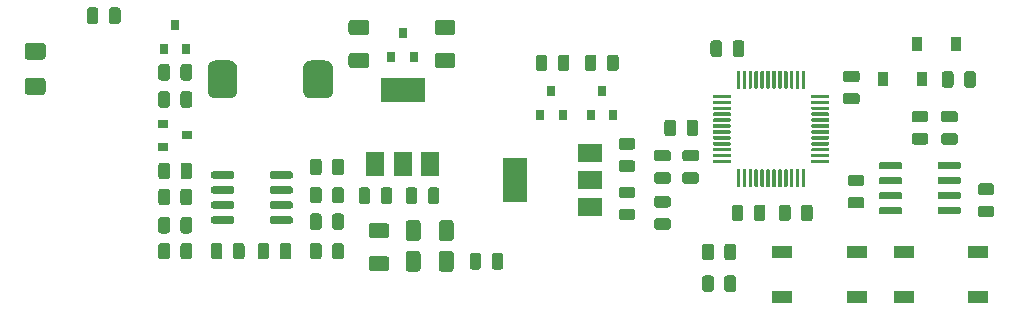
<source format=gbr>
G04 #@! TF.GenerationSoftware,KiCad,Pcbnew,(5.1.5-0-10_14)*
G04 #@! TF.CreationDate,2020-05-10T15:33:43-07:00*
G04 #@! TF.ProjectId,control_module,636f6e74-726f-46c5-9f6d-6f64756c652e,rev?*
G04 #@! TF.SameCoordinates,Original*
G04 #@! TF.FileFunction,Paste,Top*
G04 #@! TF.FilePolarity,Positive*
%FSLAX46Y46*%
G04 Gerber Fmt 4.6, Leading zero omitted, Abs format (unit mm)*
G04 Created by KiCad (PCBNEW (5.1.5-0-10_14)) date 2020-05-10 15:33:43*
%MOMM*%
%LPD*%
G04 APERTURE LIST*
%ADD10C,0.100000*%
%ADD11R,1.700000X1.000000*%
%ADD12R,0.900000X0.800000*%
%ADD13R,0.800000X0.900000*%
%ADD14R,2.000000X1.500000*%
%ADD15R,2.000000X3.800000*%
%ADD16R,1.500000X2.000000*%
%ADD17R,3.800000X2.000000*%
%ADD18R,0.900000X1.200000*%
G04 APERTURE END LIST*
D10*
G36*
X56149504Y-58376204D02*
G01*
X56173773Y-58379804D01*
X56197571Y-58385765D01*
X56220671Y-58394030D01*
X56242849Y-58404520D01*
X56263893Y-58417133D01*
X56283598Y-58431747D01*
X56301777Y-58448223D01*
X56318253Y-58466402D01*
X56332867Y-58486107D01*
X56345480Y-58507151D01*
X56355970Y-58529329D01*
X56364235Y-58552429D01*
X56370196Y-58576227D01*
X56373796Y-58600496D01*
X56375000Y-58625000D01*
X56375000Y-59550000D01*
X56373796Y-59574504D01*
X56370196Y-59598773D01*
X56364235Y-59622571D01*
X56355970Y-59645671D01*
X56345480Y-59667849D01*
X56332867Y-59688893D01*
X56318253Y-59708598D01*
X56301777Y-59726777D01*
X56283598Y-59743253D01*
X56263893Y-59757867D01*
X56242849Y-59770480D01*
X56220671Y-59780970D01*
X56197571Y-59789235D01*
X56173773Y-59795196D01*
X56149504Y-59798796D01*
X56125000Y-59800000D01*
X54875000Y-59800000D01*
X54850496Y-59798796D01*
X54826227Y-59795196D01*
X54802429Y-59789235D01*
X54779329Y-59780970D01*
X54757151Y-59770480D01*
X54736107Y-59757867D01*
X54716402Y-59743253D01*
X54698223Y-59726777D01*
X54681747Y-59708598D01*
X54667133Y-59688893D01*
X54654520Y-59667849D01*
X54644030Y-59645671D01*
X54635765Y-59622571D01*
X54629804Y-59598773D01*
X54626204Y-59574504D01*
X54625000Y-59550000D01*
X54625000Y-58625000D01*
X54626204Y-58600496D01*
X54629804Y-58576227D01*
X54635765Y-58552429D01*
X54644030Y-58529329D01*
X54654520Y-58507151D01*
X54667133Y-58486107D01*
X54681747Y-58466402D01*
X54698223Y-58448223D01*
X54716402Y-58431747D01*
X54736107Y-58417133D01*
X54757151Y-58404520D01*
X54779329Y-58394030D01*
X54802429Y-58385765D01*
X54826227Y-58379804D01*
X54850496Y-58376204D01*
X54875000Y-58375000D01*
X56125000Y-58375000D01*
X56149504Y-58376204D01*
G37*
G36*
X56149504Y-55401204D02*
G01*
X56173773Y-55404804D01*
X56197571Y-55410765D01*
X56220671Y-55419030D01*
X56242849Y-55429520D01*
X56263893Y-55442133D01*
X56283598Y-55456747D01*
X56301777Y-55473223D01*
X56318253Y-55491402D01*
X56332867Y-55511107D01*
X56345480Y-55532151D01*
X56355970Y-55554329D01*
X56364235Y-55577429D01*
X56370196Y-55601227D01*
X56373796Y-55625496D01*
X56375000Y-55650000D01*
X56375000Y-56575000D01*
X56373796Y-56599504D01*
X56370196Y-56623773D01*
X56364235Y-56647571D01*
X56355970Y-56670671D01*
X56345480Y-56692849D01*
X56332867Y-56713893D01*
X56318253Y-56733598D01*
X56301777Y-56751777D01*
X56283598Y-56768253D01*
X56263893Y-56782867D01*
X56242849Y-56795480D01*
X56220671Y-56805970D01*
X56197571Y-56814235D01*
X56173773Y-56820196D01*
X56149504Y-56823796D01*
X56125000Y-56825000D01*
X54875000Y-56825000D01*
X54850496Y-56823796D01*
X54826227Y-56820196D01*
X54802429Y-56814235D01*
X54779329Y-56805970D01*
X54757151Y-56795480D01*
X54736107Y-56782867D01*
X54716402Y-56768253D01*
X54698223Y-56751777D01*
X54681747Y-56733598D01*
X54667133Y-56713893D01*
X54654520Y-56692849D01*
X54644030Y-56670671D01*
X54635765Y-56647571D01*
X54629804Y-56623773D01*
X54626204Y-56599504D01*
X54625000Y-56575000D01*
X54625000Y-55650000D01*
X54626204Y-55625496D01*
X54629804Y-55601227D01*
X54635765Y-55577429D01*
X54644030Y-55554329D01*
X54654520Y-55532151D01*
X54667133Y-55511107D01*
X54681747Y-55491402D01*
X54698223Y-55473223D01*
X54716402Y-55456747D01*
X54736107Y-55442133D01*
X54757151Y-55429520D01*
X54779329Y-55419030D01*
X54802429Y-55410765D01*
X54826227Y-55404804D01*
X54850496Y-55401204D01*
X54875000Y-55400000D01*
X56125000Y-55400000D01*
X56149504Y-55401204D01*
G37*
G36*
X60630142Y-52401174D02*
G01*
X60653803Y-52404684D01*
X60677007Y-52410496D01*
X60699529Y-52418554D01*
X60721153Y-52428782D01*
X60741670Y-52441079D01*
X60760883Y-52455329D01*
X60778607Y-52471393D01*
X60794671Y-52489117D01*
X60808921Y-52508330D01*
X60821218Y-52528847D01*
X60831446Y-52550471D01*
X60839504Y-52572993D01*
X60845316Y-52596197D01*
X60848826Y-52619858D01*
X60850000Y-52643750D01*
X60850000Y-53556250D01*
X60848826Y-53580142D01*
X60845316Y-53603803D01*
X60839504Y-53627007D01*
X60831446Y-53649529D01*
X60821218Y-53671153D01*
X60808921Y-53691670D01*
X60794671Y-53710883D01*
X60778607Y-53728607D01*
X60760883Y-53744671D01*
X60741670Y-53758921D01*
X60721153Y-53771218D01*
X60699529Y-53781446D01*
X60677007Y-53789504D01*
X60653803Y-53795316D01*
X60630142Y-53798826D01*
X60606250Y-53800000D01*
X60118750Y-53800000D01*
X60094858Y-53798826D01*
X60071197Y-53795316D01*
X60047993Y-53789504D01*
X60025471Y-53781446D01*
X60003847Y-53771218D01*
X59983330Y-53758921D01*
X59964117Y-53744671D01*
X59946393Y-53728607D01*
X59930329Y-53710883D01*
X59916079Y-53691670D01*
X59903782Y-53671153D01*
X59893554Y-53649529D01*
X59885496Y-53627007D01*
X59879684Y-53603803D01*
X59876174Y-53580142D01*
X59875000Y-53556250D01*
X59875000Y-52643750D01*
X59876174Y-52619858D01*
X59879684Y-52596197D01*
X59885496Y-52572993D01*
X59893554Y-52550471D01*
X59903782Y-52528847D01*
X59916079Y-52508330D01*
X59930329Y-52489117D01*
X59946393Y-52471393D01*
X59964117Y-52455329D01*
X59983330Y-52441079D01*
X60003847Y-52428782D01*
X60025471Y-52418554D01*
X60047993Y-52410496D01*
X60071197Y-52404684D01*
X60094858Y-52401174D01*
X60118750Y-52400000D01*
X60606250Y-52400000D01*
X60630142Y-52401174D01*
G37*
G36*
X62505142Y-52401174D02*
G01*
X62528803Y-52404684D01*
X62552007Y-52410496D01*
X62574529Y-52418554D01*
X62596153Y-52428782D01*
X62616670Y-52441079D01*
X62635883Y-52455329D01*
X62653607Y-52471393D01*
X62669671Y-52489117D01*
X62683921Y-52508330D01*
X62696218Y-52528847D01*
X62706446Y-52550471D01*
X62714504Y-52572993D01*
X62720316Y-52596197D01*
X62723826Y-52619858D01*
X62725000Y-52643750D01*
X62725000Y-53556250D01*
X62723826Y-53580142D01*
X62720316Y-53603803D01*
X62714504Y-53627007D01*
X62706446Y-53649529D01*
X62696218Y-53671153D01*
X62683921Y-53691670D01*
X62669671Y-53710883D01*
X62653607Y-53728607D01*
X62635883Y-53744671D01*
X62616670Y-53758921D01*
X62596153Y-53771218D01*
X62574529Y-53781446D01*
X62552007Y-53789504D01*
X62528803Y-53795316D01*
X62505142Y-53798826D01*
X62481250Y-53800000D01*
X61993750Y-53800000D01*
X61969858Y-53798826D01*
X61946197Y-53795316D01*
X61922993Y-53789504D01*
X61900471Y-53781446D01*
X61878847Y-53771218D01*
X61858330Y-53758921D01*
X61839117Y-53744671D01*
X61821393Y-53728607D01*
X61805329Y-53710883D01*
X61791079Y-53691670D01*
X61778782Y-53671153D01*
X61768554Y-53649529D01*
X61760496Y-53627007D01*
X61754684Y-53603803D01*
X61751174Y-53580142D01*
X61750000Y-53556250D01*
X61750000Y-52643750D01*
X61751174Y-52619858D01*
X61754684Y-52596197D01*
X61760496Y-52572993D01*
X61768554Y-52550471D01*
X61778782Y-52528847D01*
X61791079Y-52508330D01*
X61805329Y-52489117D01*
X61821393Y-52471393D01*
X61839117Y-52455329D01*
X61858330Y-52441079D01*
X61878847Y-52428782D01*
X61900471Y-52418554D01*
X61922993Y-52410496D01*
X61946197Y-52404684D01*
X61969858Y-52401174D01*
X61993750Y-52400000D01*
X62481250Y-52400000D01*
X62505142Y-52401174D01*
G37*
G36*
X94905142Y-73201174D02*
G01*
X94928803Y-73204684D01*
X94952007Y-73210496D01*
X94974529Y-73218554D01*
X94996153Y-73228782D01*
X95016670Y-73241079D01*
X95035883Y-73255329D01*
X95053607Y-73271393D01*
X95069671Y-73289117D01*
X95083921Y-73308330D01*
X95096218Y-73328847D01*
X95106446Y-73350471D01*
X95114504Y-73372993D01*
X95120316Y-73396197D01*
X95123826Y-73419858D01*
X95125000Y-73443750D01*
X95125000Y-74356250D01*
X95123826Y-74380142D01*
X95120316Y-74403803D01*
X95114504Y-74427007D01*
X95106446Y-74449529D01*
X95096218Y-74471153D01*
X95083921Y-74491670D01*
X95069671Y-74510883D01*
X95053607Y-74528607D01*
X95035883Y-74544671D01*
X95016670Y-74558921D01*
X94996153Y-74571218D01*
X94974529Y-74581446D01*
X94952007Y-74589504D01*
X94928803Y-74595316D01*
X94905142Y-74598826D01*
X94881250Y-74600000D01*
X94393750Y-74600000D01*
X94369858Y-74598826D01*
X94346197Y-74595316D01*
X94322993Y-74589504D01*
X94300471Y-74581446D01*
X94278847Y-74571218D01*
X94258330Y-74558921D01*
X94239117Y-74544671D01*
X94221393Y-74528607D01*
X94205329Y-74510883D01*
X94191079Y-74491670D01*
X94178782Y-74471153D01*
X94168554Y-74449529D01*
X94160496Y-74427007D01*
X94154684Y-74403803D01*
X94151174Y-74380142D01*
X94150000Y-74356250D01*
X94150000Y-73443750D01*
X94151174Y-73419858D01*
X94154684Y-73396197D01*
X94160496Y-73372993D01*
X94168554Y-73350471D01*
X94178782Y-73328847D01*
X94191079Y-73308330D01*
X94205329Y-73289117D01*
X94221393Y-73271393D01*
X94239117Y-73255329D01*
X94258330Y-73241079D01*
X94278847Y-73228782D01*
X94300471Y-73218554D01*
X94322993Y-73210496D01*
X94346197Y-73204684D01*
X94369858Y-73201174D01*
X94393750Y-73200000D01*
X94881250Y-73200000D01*
X94905142Y-73201174D01*
G37*
G36*
X93030142Y-73201174D02*
G01*
X93053803Y-73204684D01*
X93077007Y-73210496D01*
X93099529Y-73218554D01*
X93121153Y-73228782D01*
X93141670Y-73241079D01*
X93160883Y-73255329D01*
X93178607Y-73271393D01*
X93194671Y-73289117D01*
X93208921Y-73308330D01*
X93221218Y-73328847D01*
X93231446Y-73350471D01*
X93239504Y-73372993D01*
X93245316Y-73396197D01*
X93248826Y-73419858D01*
X93250000Y-73443750D01*
X93250000Y-74356250D01*
X93248826Y-74380142D01*
X93245316Y-74403803D01*
X93239504Y-74427007D01*
X93231446Y-74449529D01*
X93221218Y-74471153D01*
X93208921Y-74491670D01*
X93194671Y-74510883D01*
X93178607Y-74528607D01*
X93160883Y-74544671D01*
X93141670Y-74558921D01*
X93121153Y-74571218D01*
X93099529Y-74581446D01*
X93077007Y-74589504D01*
X93053803Y-74595316D01*
X93030142Y-74598826D01*
X93006250Y-74600000D01*
X92518750Y-74600000D01*
X92494858Y-74598826D01*
X92471197Y-74595316D01*
X92447993Y-74589504D01*
X92425471Y-74581446D01*
X92403847Y-74571218D01*
X92383330Y-74558921D01*
X92364117Y-74544671D01*
X92346393Y-74528607D01*
X92330329Y-74510883D01*
X92316079Y-74491670D01*
X92303782Y-74471153D01*
X92293554Y-74449529D01*
X92285496Y-74427007D01*
X92279684Y-74403803D01*
X92276174Y-74380142D01*
X92275000Y-74356250D01*
X92275000Y-73443750D01*
X92276174Y-73419858D01*
X92279684Y-73396197D01*
X92285496Y-73372993D01*
X92293554Y-73350471D01*
X92303782Y-73328847D01*
X92316079Y-73308330D01*
X92330329Y-73289117D01*
X92346393Y-73271393D01*
X92364117Y-73255329D01*
X92383330Y-73241079D01*
X92403847Y-73228782D01*
X92425471Y-73218554D01*
X92447993Y-73210496D01*
X92471197Y-73204684D01*
X92494858Y-73201174D01*
X92518750Y-73200000D01*
X93006250Y-73200000D01*
X93030142Y-73201174D01*
G37*
G36*
X83549504Y-53476204D02*
G01*
X83573773Y-53479804D01*
X83597571Y-53485765D01*
X83620671Y-53494030D01*
X83642849Y-53504520D01*
X83663893Y-53517133D01*
X83683598Y-53531747D01*
X83701777Y-53548223D01*
X83718253Y-53566402D01*
X83732867Y-53586107D01*
X83745480Y-53607151D01*
X83755970Y-53629329D01*
X83764235Y-53652429D01*
X83770196Y-53676227D01*
X83773796Y-53700496D01*
X83775000Y-53725000D01*
X83775000Y-54475000D01*
X83773796Y-54499504D01*
X83770196Y-54523773D01*
X83764235Y-54547571D01*
X83755970Y-54570671D01*
X83745480Y-54592849D01*
X83732867Y-54613893D01*
X83718253Y-54633598D01*
X83701777Y-54651777D01*
X83683598Y-54668253D01*
X83663893Y-54682867D01*
X83642849Y-54695480D01*
X83620671Y-54705970D01*
X83597571Y-54714235D01*
X83573773Y-54720196D01*
X83549504Y-54723796D01*
X83525000Y-54725000D01*
X82275000Y-54725000D01*
X82250496Y-54723796D01*
X82226227Y-54720196D01*
X82202429Y-54714235D01*
X82179329Y-54705970D01*
X82157151Y-54695480D01*
X82136107Y-54682867D01*
X82116402Y-54668253D01*
X82098223Y-54651777D01*
X82081747Y-54633598D01*
X82067133Y-54613893D01*
X82054520Y-54592849D01*
X82044030Y-54570671D01*
X82035765Y-54547571D01*
X82029804Y-54523773D01*
X82026204Y-54499504D01*
X82025000Y-54475000D01*
X82025000Y-53725000D01*
X82026204Y-53700496D01*
X82029804Y-53676227D01*
X82035765Y-53652429D01*
X82044030Y-53629329D01*
X82054520Y-53607151D01*
X82067133Y-53586107D01*
X82081747Y-53566402D01*
X82098223Y-53548223D01*
X82116402Y-53531747D01*
X82136107Y-53517133D01*
X82157151Y-53504520D01*
X82179329Y-53494030D01*
X82202429Y-53485765D01*
X82226227Y-53479804D01*
X82250496Y-53476204D01*
X82275000Y-53475000D01*
X83525000Y-53475000D01*
X83549504Y-53476204D01*
G37*
G36*
X83549504Y-56276204D02*
G01*
X83573773Y-56279804D01*
X83597571Y-56285765D01*
X83620671Y-56294030D01*
X83642849Y-56304520D01*
X83663893Y-56317133D01*
X83683598Y-56331747D01*
X83701777Y-56348223D01*
X83718253Y-56366402D01*
X83732867Y-56386107D01*
X83745480Y-56407151D01*
X83755970Y-56429329D01*
X83764235Y-56452429D01*
X83770196Y-56476227D01*
X83773796Y-56500496D01*
X83775000Y-56525000D01*
X83775000Y-57275000D01*
X83773796Y-57299504D01*
X83770196Y-57323773D01*
X83764235Y-57347571D01*
X83755970Y-57370671D01*
X83745480Y-57392849D01*
X83732867Y-57413893D01*
X83718253Y-57433598D01*
X83701777Y-57451777D01*
X83683598Y-57468253D01*
X83663893Y-57482867D01*
X83642849Y-57495480D01*
X83620671Y-57505970D01*
X83597571Y-57514235D01*
X83573773Y-57520196D01*
X83549504Y-57523796D01*
X83525000Y-57525000D01*
X82275000Y-57525000D01*
X82250496Y-57523796D01*
X82226227Y-57520196D01*
X82202429Y-57514235D01*
X82179329Y-57505970D01*
X82157151Y-57495480D01*
X82136107Y-57482867D01*
X82116402Y-57468253D01*
X82098223Y-57451777D01*
X82081747Y-57433598D01*
X82067133Y-57413893D01*
X82054520Y-57392849D01*
X82044030Y-57370671D01*
X82035765Y-57347571D01*
X82029804Y-57323773D01*
X82026204Y-57299504D01*
X82025000Y-57275000D01*
X82025000Y-56525000D01*
X82026204Y-56500496D01*
X82029804Y-56476227D01*
X82035765Y-56452429D01*
X82044030Y-56429329D01*
X82054520Y-56407151D01*
X82067133Y-56386107D01*
X82081747Y-56366402D01*
X82098223Y-56348223D01*
X82116402Y-56331747D01*
X82136107Y-56317133D01*
X82157151Y-56304520D01*
X82179329Y-56294030D01*
X82202429Y-56285765D01*
X82226227Y-56279804D01*
X82250496Y-56276204D01*
X82275000Y-56275000D01*
X83525000Y-56275000D01*
X83549504Y-56276204D01*
G37*
D11*
X118750000Y-73100000D03*
X125050000Y-73100000D03*
X118750000Y-76900000D03*
X125050000Y-76900000D03*
X129050000Y-73100000D03*
X135350000Y-73100000D03*
X129050000Y-76900000D03*
X135350000Y-76900000D03*
D12*
X68350000Y-63250000D03*
X66350000Y-64200000D03*
X66350000Y-62300000D03*
D13*
X103500000Y-59500000D03*
X104450000Y-61500000D03*
X102550000Y-61500000D03*
X99200000Y-59500000D03*
X100150000Y-61500000D03*
X98250000Y-61500000D03*
D10*
G36*
X111405142Y-61901174D02*
G01*
X111428803Y-61904684D01*
X111452007Y-61910496D01*
X111474529Y-61918554D01*
X111496153Y-61928782D01*
X111516670Y-61941079D01*
X111535883Y-61955329D01*
X111553607Y-61971393D01*
X111569671Y-61989117D01*
X111583921Y-62008330D01*
X111596218Y-62028847D01*
X111606446Y-62050471D01*
X111614504Y-62072993D01*
X111620316Y-62096197D01*
X111623826Y-62119858D01*
X111625000Y-62143750D01*
X111625000Y-63056250D01*
X111623826Y-63080142D01*
X111620316Y-63103803D01*
X111614504Y-63127007D01*
X111606446Y-63149529D01*
X111596218Y-63171153D01*
X111583921Y-63191670D01*
X111569671Y-63210883D01*
X111553607Y-63228607D01*
X111535883Y-63244671D01*
X111516670Y-63258921D01*
X111496153Y-63271218D01*
X111474529Y-63281446D01*
X111452007Y-63289504D01*
X111428803Y-63295316D01*
X111405142Y-63298826D01*
X111381250Y-63300000D01*
X110893750Y-63300000D01*
X110869858Y-63298826D01*
X110846197Y-63295316D01*
X110822993Y-63289504D01*
X110800471Y-63281446D01*
X110778847Y-63271218D01*
X110758330Y-63258921D01*
X110739117Y-63244671D01*
X110721393Y-63228607D01*
X110705329Y-63210883D01*
X110691079Y-63191670D01*
X110678782Y-63171153D01*
X110668554Y-63149529D01*
X110660496Y-63127007D01*
X110654684Y-63103803D01*
X110651174Y-63080142D01*
X110650000Y-63056250D01*
X110650000Y-62143750D01*
X110651174Y-62119858D01*
X110654684Y-62096197D01*
X110660496Y-62072993D01*
X110668554Y-62050471D01*
X110678782Y-62028847D01*
X110691079Y-62008330D01*
X110705329Y-61989117D01*
X110721393Y-61971393D01*
X110739117Y-61955329D01*
X110758330Y-61941079D01*
X110778847Y-61928782D01*
X110800471Y-61918554D01*
X110822993Y-61910496D01*
X110846197Y-61904684D01*
X110869858Y-61901174D01*
X110893750Y-61900000D01*
X111381250Y-61900000D01*
X111405142Y-61901174D01*
G37*
G36*
X109530142Y-61901174D02*
G01*
X109553803Y-61904684D01*
X109577007Y-61910496D01*
X109599529Y-61918554D01*
X109621153Y-61928782D01*
X109641670Y-61941079D01*
X109660883Y-61955329D01*
X109678607Y-61971393D01*
X109694671Y-61989117D01*
X109708921Y-62008330D01*
X109721218Y-62028847D01*
X109731446Y-62050471D01*
X109739504Y-62072993D01*
X109745316Y-62096197D01*
X109748826Y-62119858D01*
X109750000Y-62143750D01*
X109750000Y-63056250D01*
X109748826Y-63080142D01*
X109745316Y-63103803D01*
X109739504Y-63127007D01*
X109731446Y-63149529D01*
X109721218Y-63171153D01*
X109708921Y-63191670D01*
X109694671Y-63210883D01*
X109678607Y-63228607D01*
X109660883Y-63244671D01*
X109641670Y-63258921D01*
X109621153Y-63271218D01*
X109599529Y-63281446D01*
X109577007Y-63289504D01*
X109553803Y-63295316D01*
X109530142Y-63298826D01*
X109506250Y-63300000D01*
X109018750Y-63300000D01*
X108994858Y-63298826D01*
X108971197Y-63295316D01*
X108947993Y-63289504D01*
X108925471Y-63281446D01*
X108903847Y-63271218D01*
X108883330Y-63258921D01*
X108864117Y-63244671D01*
X108846393Y-63228607D01*
X108830329Y-63210883D01*
X108816079Y-63191670D01*
X108803782Y-63171153D01*
X108793554Y-63149529D01*
X108785496Y-63127007D01*
X108779684Y-63103803D01*
X108776174Y-63080142D01*
X108775000Y-63056250D01*
X108775000Y-62143750D01*
X108776174Y-62119858D01*
X108779684Y-62096197D01*
X108785496Y-62072993D01*
X108793554Y-62050471D01*
X108803782Y-62028847D01*
X108816079Y-62008330D01*
X108830329Y-61989117D01*
X108846393Y-61971393D01*
X108864117Y-61955329D01*
X108883330Y-61941079D01*
X108903847Y-61928782D01*
X108925471Y-61918554D01*
X108947993Y-61910496D01*
X108971197Y-61904684D01*
X108994858Y-61901174D01*
X109018750Y-61900000D01*
X109506250Y-61900000D01*
X109530142Y-61901174D01*
G37*
D13*
X67350000Y-53900000D03*
X68300000Y-55900000D03*
X66400000Y-55900000D03*
D10*
G36*
X80136261Y-56903010D02*
G01*
X80196931Y-56912009D01*
X80256428Y-56926912D01*
X80314177Y-56947575D01*
X80369623Y-56973799D01*
X80422231Y-57005331D01*
X80471496Y-57041868D01*
X80516942Y-57083058D01*
X80558132Y-57128504D01*
X80594669Y-57177769D01*
X80626201Y-57230377D01*
X80652425Y-57285823D01*
X80673088Y-57343572D01*
X80687991Y-57403069D01*
X80696990Y-57463739D01*
X80700000Y-57525000D01*
X80700000Y-59475000D01*
X80696990Y-59536261D01*
X80687991Y-59596931D01*
X80673088Y-59656428D01*
X80652425Y-59714177D01*
X80626201Y-59769623D01*
X80594669Y-59822231D01*
X80558132Y-59871496D01*
X80516942Y-59916942D01*
X80471496Y-59958132D01*
X80422231Y-59994669D01*
X80369623Y-60026201D01*
X80314177Y-60052425D01*
X80256428Y-60073088D01*
X80196931Y-60087991D01*
X80136261Y-60096990D01*
X80075000Y-60100000D01*
X78825000Y-60100000D01*
X78763739Y-60096990D01*
X78703069Y-60087991D01*
X78643572Y-60073088D01*
X78585823Y-60052425D01*
X78530377Y-60026201D01*
X78477769Y-59994669D01*
X78428504Y-59958132D01*
X78383058Y-59916942D01*
X78341868Y-59871496D01*
X78305331Y-59822231D01*
X78273799Y-59769623D01*
X78247575Y-59714177D01*
X78226912Y-59656428D01*
X78212009Y-59596931D01*
X78203010Y-59536261D01*
X78200000Y-59475000D01*
X78200000Y-57525000D01*
X78203010Y-57463739D01*
X78212009Y-57403069D01*
X78226912Y-57343572D01*
X78247575Y-57285823D01*
X78273799Y-57230377D01*
X78305331Y-57177769D01*
X78341868Y-57128504D01*
X78383058Y-57083058D01*
X78428504Y-57041868D01*
X78477769Y-57005331D01*
X78530377Y-56973799D01*
X78585823Y-56947575D01*
X78643572Y-56926912D01*
X78703069Y-56912009D01*
X78763739Y-56903010D01*
X78825000Y-56900000D01*
X80075000Y-56900000D01*
X80136261Y-56903010D01*
G37*
G36*
X72036261Y-56903010D02*
G01*
X72096931Y-56912009D01*
X72156428Y-56926912D01*
X72214177Y-56947575D01*
X72269623Y-56973799D01*
X72322231Y-57005331D01*
X72371496Y-57041868D01*
X72416942Y-57083058D01*
X72458132Y-57128504D01*
X72494669Y-57177769D01*
X72526201Y-57230377D01*
X72552425Y-57285823D01*
X72573088Y-57343572D01*
X72587991Y-57403069D01*
X72596990Y-57463739D01*
X72600000Y-57525000D01*
X72600000Y-59475000D01*
X72596990Y-59536261D01*
X72587991Y-59596931D01*
X72573088Y-59656428D01*
X72552425Y-59714177D01*
X72526201Y-59769623D01*
X72494669Y-59822231D01*
X72458132Y-59871496D01*
X72416942Y-59916942D01*
X72371496Y-59958132D01*
X72322231Y-59994669D01*
X72269623Y-60026201D01*
X72214177Y-60052425D01*
X72156428Y-60073088D01*
X72096931Y-60087991D01*
X72036261Y-60096990D01*
X71975000Y-60100000D01*
X70725000Y-60100000D01*
X70663739Y-60096990D01*
X70603069Y-60087991D01*
X70543572Y-60073088D01*
X70485823Y-60052425D01*
X70430377Y-60026201D01*
X70377769Y-59994669D01*
X70328504Y-59958132D01*
X70283058Y-59916942D01*
X70241868Y-59871496D01*
X70205331Y-59822231D01*
X70173799Y-59769623D01*
X70147575Y-59714177D01*
X70126912Y-59656428D01*
X70112009Y-59596931D01*
X70103010Y-59536261D01*
X70100000Y-59475000D01*
X70100000Y-57525000D01*
X70103010Y-57463739D01*
X70112009Y-57403069D01*
X70126912Y-57343572D01*
X70147575Y-57285823D01*
X70173799Y-57230377D01*
X70205331Y-57177769D01*
X70241868Y-57128504D01*
X70283058Y-57083058D01*
X70328504Y-57041868D01*
X70377769Y-57005331D01*
X70430377Y-56973799D01*
X70485823Y-56947575D01*
X70543572Y-56926912D01*
X70603069Y-56912009D01*
X70663739Y-56903010D01*
X70725000Y-56900000D01*
X71975000Y-56900000D01*
X72036261Y-56903010D01*
G37*
D13*
X86600000Y-54600000D03*
X87550000Y-56600000D03*
X85650000Y-56600000D03*
D10*
G36*
X136480142Y-69188674D02*
G01*
X136503803Y-69192184D01*
X136527007Y-69197996D01*
X136549529Y-69206054D01*
X136571153Y-69216282D01*
X136591670Y-69228579D01*
X136610883Y-69242829D01*
X136628607Y-69258893D01*
X136644671Y-69276617D01*
X136658921Y-69295830D01*
X136671218Y-69316347D01*
X136681446Y-69337971D01*
X136689504Y-69360493D01*
X136695316Y-69383697D01*
X136698826Y-69407358D01*
X136700000Y-69431250D01*
X136700000Y-69918750D01*
X136698826Y-69942642D01*
X136695316Y-69966303D01*
X136689504Y-69989507D01*
X136681446Y-70012029D01*
X136671218Y-70033653D01*
X136658921Y-70054170D01*
X136644671Y-70073383D01*
X136628607Y-70091107D01*
X136610883Y-70107171D01*
X136591670Y-70121421D01*
X136571153Y-70133718D01*
X136549529Y-70143946D01*
X136527007Y-70152004D01*
X136503803Y-70157816D01*
X136480142Y-70161326D01*
X136456250Y-70162500D01*
X135543750Y-70162500D01*
X135519858Y-70161326D01*
X135496197Y-70157816D01*
X135472993Y-70152004D01*
X135450471Y-70143946D01*
X135428847Y-70133718D01*
X135408330Y-70121421D01*
X135389117Y-70107171D01*
X135371393Y-70091107D01*
X135355329Y-70073383D01*
X135341079Y-70054170D01*
X135328782Y-70033653D01*
X135318554Y-70012029D01*
X135310496Y-69989507D01*
X135304684Y-69966303D01*
X135301174Y-69942642D01*
X135300000Y-69918750D01*
X135300000Y-69431250D01*
X135301174Y-69407358D01*
X135304684Y-69383697D01*
X135310496Y-69360493D01*
X135318554Y-69337971D01*
X135328782Y-69316347D01*
X135341079Y-69295830D01*
X135355329Y-69276617D01*
X135371393Y-69258893D01*
X135389117Y-69242829D01*
X135408330Y-69228579D01*
X135428847Y-69216282D01*
X135450471Y-69206054D01*
X135472993Y-69197996D01*
X135496197Y-69192184D01*
X135519858Y-69188674D01*
X135543750Y-69187500D01*
X136456250Y-69187500D01*
X136480142Y-69188674D01*
G37*
G36*
X136480142Y-67313674D02*
G01*
X136503803Y-67317184D01*
X136527007Y-67322996D01*
X136549529Y-67331054D01*
X136571153Y-67341282D01*
X136591670Y-67353579D01*
X136610883Y-67367829D01*
X136628607Y-67383893D01*
X136644671Y-67401617D01*
X136658921Y-67420830D01*
X136671218Y-67441347D01*
X136681446Y-67462971D01*
X136689504Y-67485493D01*
X136695316Y-67508697D01*
X136698826Y-67532358D01*
X136700000Y-67556250D01*
X136700000Y-68043750D01*
X136698826Y-68067642D01*
X136695316Y-68091303D01*
X136689504Y-68114507D01*
X136681446Y-68137029D01*
X136671218Y-68158653D01*
X136658921Y-68179170D01*
X136644671Y-68198383D01*
X136628607Y-68216107D01*
X136610883Y-68232171D01*
X136591670Y-68246421D01*
X136571153Y-68258718D01*
X136549529Y-68268946D01*
X136527007Y-68277004D01*
X136503803Y-68282816D01*
X136480142Y-68286326D01*
X136456250Y-68287500D01*
X135543750Y-68287500D01*
X135519858Y-68286326D01*
X135496197Y-68282816D01*
X135472993Y-68277004D01*
X135450471Y-68268946D01*
X135428847Y-68258718D01*
X135408330Y-68246421D01*
X135389117Y-68232171D01*
X135371393Y-68216107D01*
X135355329Y-68198383D01*
X135341079Y-68179170D01*
X135328782Y-68158653D01*
X135318554Y-68137029D01*
X135310496Y-68114507D01*
X135304684Y-68091303D01*
X135301174Y-68067642D01*
X135300000Y-68043750D01*
X135300000Y-67556250D01*
X135301174Y-67532358D01*
X135304684Y-67508697D01*
X135310496Y-67485493D01*
X135318554Y-67462971D01*
X135328782Y-67441347D01*
X135341079Y-67420830D01*
X135355329Y-67401617D01*
X135371393Y-67383893D01*
X135389117Y-67367829D01*
X135408330Y-67353579D01*
X135428847Y-67341282D01*
X135450471Y-67331054D01*
X135472993Y-67322996D01*
X135496197Y-67317184D01*
X135519858Y-67313674D01*
X135543750Y-67312500D01*
X136456250Y-67312500D01*
X136480142Y-67313674D01*
G37*
G36*
X114307351Y-65300361D02*
G01*
X114314632Y-65301441D01*
X114321771Y-65303229D01*
X114328701Y-65305709D01*
X114335355Y-65308856D01*
X114341668Y-65312640D01*
X114347579Y-65317024D01*
X114353033Y-65321967D01*
X114357976Y-65327421D01*
X114362360Y-65333332D01*
X114366144Y-65339645D01*
X114369291Y-65346299D01*
X114371771Y-65353229D01*
X114373559Y-65360368D01*
X114374639Y-65367649D01*
X114375000Y-65375000D01*
X114375000Y-65525000D01*
X114374639Y-65532351D01*
X114373559Y-65539632D01*
X114371771Y-65546771D01*
X114369291Y-65553701D01*
X114366144Y-65560355D01*
X114362360Y-65566668D01*
X114357976Y-65572579D01*
X114353033Y-65578033D01*
X114347579Y-65582976D01*
X114341668Y-65587360D01*
X114335355Y-65591144D01*
X114328701Y-65594291D01*
X114321771Y-65596771D01*
X114314632Y-65598559D01*
X114307351Y-65599639D01*
X114300000Y-65600000D01*
X112975000Y-65600000D01*
X112967649Y-65599639D01*
X112960368Y-65598559D01*
X112953229Y-65596771D01*
X112946299Y-65594291D01*
X112939645Y-65591144D01*
X112933332Y-65587360D01*
X112927421Y-65582976D01*
X112921967Y-65578033D01*
X112917024Y-65572579D01*
X112912640Y-65566668D01*
X112908856Y-65560355D01*
X112905709Y-65553701D01*
X112903229Y-65546771D01*
X112901441Y-65539632D01*
X112900361Y-65532351D01*
X112900000Y-65525000D01*
X112900000Y-65375000D01*
X112900361Y-65367649D01*
X112901441Y-65360368D01*
X112903229Y-65353229D01*
X112905709Y-65346299D01*
X112908856Y-65339645D01*
X112912640Y-65333332D01*
X112917024Y-65327421D01*
X112921967Y-65321967D01*
X112927421Y-65317024D01*
X112933332Y-65312640D01*
X112939645Y-65308856D01*
X112946299Y-65305709D01*
X112953229Y-65303229D01*
X112960368Y-65301441D01*
X112967649Y-65300361D01*
X112975000Y-65300000D01*
X114300000Y-65300000D01*
X114307351Y-65300361D01*
G37*
G36*
X114307351Y-64800361D02*
G01*
X114314632Y-64801441D01*
X114321771Y-64803229D01*
X114328701Y-64805709D01*
X114335355Y-64808856D01*
X114341668Y-64812640D01*
X114347579Y-64817024D01*
X114353033Y-64821967D01*
X114357976Y-64827421D01*
X114362360Y-64833332D01*
X114366144Y-64839645D01*
X114369291Y-64846299D01*
X114371771Y-64853229D01*
X114373559Y-64860368D01*
X114374639Y-64867649D01*
X114375000Y-64875000D01*
X114375000Y-65025000D01*
X114374639Y-65032351D01*
X114373559Y-65039632D01*
X114371771Y-65046771D01*
X114369291Y-65053701D01*
X114366144Y-65060355D01*
X114362360Y-65066668D01*
X114357976Y-65072579D01*
X114353033Y-65078033D01*
X114347579Y-65082976D01*
X114341668Y-65087360D01*
X114335355Y-65091144D01*
X114328701Y-65094291D01*
X114321771Y-65096771D01*
X114314632Y-65098559D01*
X114307351Y-65099639D01*
X114300000Y-65100000D01*
X112975000Y-65100000D01*
X112967649Y-65099639D01*
X112960368Y-65098559D01*
X112953229Y-65096771D01*
X112946299Y-65094291D01*
X112939645Y-65091144D01*
X112933332Y-65087360D01*
X112927421Y-65082976D01*
X112921967Y-65078033D01*
X112917024Y-65072579D01*
X112912640Y-65066668D01*
X112908856Y-65060355D01*
X112905709Y-65053701D01*
X112903229Y-65046771D01*
X112901441Y-65039632D01*
X112900361Y-65032351D01*
X112900000Y-65025000D01*
X112900000Y-64875000D01*
X112900361Y-64867649D01*
X112901441Y-64860368D01*
X112903229Y-64853229D01*
X112905709Y-64846299D01*
X112908856Y-64839645D01*
X112912640Y-64833332D01*
X112917024Y-64827421D01*
X112921967Y-64821967D01*
X112927421Y-64817024D01*
X112933332Y-64812640D01*
X112939645Y-64808856D01*
X112946299Y-64805709D01*
X112953229Y-64803229D01*
X112960368Y-64801441D01*
X112967649Y-64800361D01*
X112975000Y-64800000D01*
X114300000Y-64800000D01*
X114307351Y-64800361D01*
G37*
G36*
X114307351Y-64300361D02*
G01*
X114314632Y-64301441D01*
X114321771Y-64303229D01*
X114328701Y-64305709D01*
X114335355Y-64308856D01*
X114341668Y-64312640D01*
X114347579Y-64317024D01*
X114353033Y-64321967D01*
X114357976Y-64327421D01*
X114362360Y-64333332D01*
X114366144Y-64339645D01*
X114369291Y-64346299D01*
X114371771Y-64353229D01*
X114373559Y-64360368D01*
X114374639Y-64367649D01*
X114375000Y-64375000D01*
X114375000Y-64525000D01*
X114374639Y-64532351D01*
X114373559Y-64539632D01*
X114371771Y-64546771D01*
X114369291Y-64553701D01*
X114366144Y-64560355D01*
X114362360Y-64566668D01*
X114357976Y-64572579D01*
X114353033Y-64578033D01*
X114347579Y-64582976D01*
X114341668Y-64587360D01*
X114335355Y-64591144D01*
X114328701Y-64594291D01*
X114321771Y-64596771D01*
X114314632Y-64598559D01*
X114307351Y-64599639D01*
X114300000Y-64600000D01*
X112975000Y-64600000D01*
X112967649Y-64599639D01*
X112960368Y-64598559D01*
X112953229Y-64596771D01*
X112946299Y-64594291D01*
X112939645Y-64591144D01*
X112933332Y-64587360D01*
X112927421Y-64582976D01*
X112921967Y-64578033D01*
X112917024Y-64572579D01*
X112912640Y-64566668D01*
X112908856Y-64560355D01*
X112905709Y-64553701D01*
X112903229Y-64546771D01*
X112901441Y-64539632D01*
X112900361Y-64532351D01*
X112900000Y-64525000D01*
X112900000Y-64375000D01*
X112900361Y-64367649D01*
X112901441Y-64360368D01*
X112903229Y-64353229D01*
X112905709Y-64346299D01*
X112908856Y-64339645D01*
X112912640Y-64333332D01*
X112917024Y-64327421D01*
X112921967Y-64321967D01*
X112927421Y-64317024D01*
X112933332Y-64312640D01*
X112939645Y-64308856D01*
X112946299Y-64305709D01*
X112953229Y-64303229D01*
X112960368Y-64301441D01*
X112967649Y-64300361D01*
X112975000Y-64300000D01*
X114300000Y-64300000D01*
X114307351Y-64300361D01*
G37*
G36*
X114307351Y-63800361D02*
G01*
X114314632Y-63801441D01*
X114321771Y-63803229D01*
X114328701Y-63805709D01*
X114335355Y-63808856D01*
X114341668Y-63812640D01*
X114347579Y-63817024D01*
X114353033Y-63821967D01*
X114357976Y-63827421D01*
X114362360Y-63833332D01*
X114366144Y-63839645D01*
X114369291Y-63846299D01*
X114371771Y-63853229D01*
X114373559Y-63860368D01*
X114374639Y-63867649D01*
X114375000Y-63875000D01*
X114375000Y-64025000D01*
X114374639Y-64032351D01*
X114373559Y-64039632D01*
X114371771Y-64046771D01*
X114369291Y-64053701D01*
X114366144Y-64060355D01*
X114362360Y-64066668D01*
X114357976Y-64072579D01*
X114353033Y-64078033D01*
X114347579Y-64082976D01*
X114341668Y-64087360D01*
X114335355Y-64091144D01*
X114328701Y-64094291D01*
X114321771Y-64096771D01*
X114314632Y-64098559D01*
X114307351Y-64099639D01*
X114300000Y-64100000D01*
X112975000Y-64100000D01*
X112967649Y-64099639D01*
X112960368Y-64098559D01*
X112953229Y-64096771D01*
X112946299Y-64094291D01*
X112939645Y-64091144D01*
X112933332Y-64087360D01*
X112927421Y-64082976D01*
X112921967Y-64078033D01*
X112917024Y-64072579D01*
X112912640Y-64066668D01*
X112908856Y-64060355D01*
X112905709Y-64053701D01*
X112903229Y-64046771D01*
X112901441Y-64039632D01*
X112900361Y-64032351D01*
X112900000Y-64025000D01*
X112900000Y-63875000D01*
X112900361Y-63867649D01*
X112901441Y-63860368D01*
X112903229Y-63853229D01*
X112905709Y-63846299D01*
X112908856Y-63839645D01*
X112912640Y-63833332D01*
X112917024Y-63827421D01*
X112921967Y-63821967D01*
X112927421Y-63817024D01*
X112933332Y-63812640D01*
X112939645Y-63808856D01*
X112946299Y-63805709D01*
X112953229Y-63803229D01*
X112960368Y-63801441D01*
X112967649Y-63800361D01*
X112975000Y-63800000D01*
X114300000Y-63800000D01*
X114307351Y-63800361D01*
G37*
G36*
X114307351Y-63300361D02*
G01*
X114314632Y-63301441D01*
X114321771Y-63303229D01*
X114328701Y-63305709D01*
X114335355Y-63308856D01*
X114341668Y-63312640D01*
X114347579Y-63317024D01*
X114353033Y-63321967D01*
X114357976Y-63327421D01*
X114362360Y-63333332D01*
X114366144Y-63339645D01*
X114369291Y-63346299D01*
X114371771Y-63353229D01*
X114373559Y-63360368D01*
X114374639Y-63367649D01*
X114375000Y-63375000D01*
X114375000Y-63525000D01*
X114374639Y-63532351D01*
X114373559Y-63539632D01*
X114371771Y-63546771D01*
X114369291Y-63553701D01*
X114366144Y-63560355D01*
X114362360Y-63566668D01*
X114357976Y-63572579D01*
X114353033Y-63578033D01*
X114347579Y-63582976D01*
X114341668Y-63587360D01*
X114335355Y-63591144D01*
X114328701Y-63594291D01*
X114321771Y-63596771D01*
X114314632Y-63598559D01*
X114307351Y-63599639D01*
X114300000Y-63600000D01*
X112975000Y-63600000D01*
X112967649Y-63599639D01*
X112960368Y-63598559D01*
X112953229Y-63596771D01*
X112946299Y-63594291D01*
X112939645Y-63591144D01*
X112933332Y-63587360D01*
X112927421Y-63582976D01*
X112921967Y-63578033D01*
X112917024Y-63572579D01*
X112912640Y-63566668D01*
X112908856Y-63560355D01*
X112905709Y-63553701D01*
X112903229Y-63546771D01*
X112901441Y-63539632D01*
X112900361Y-63532351D01*
X112900000Y-63525000D01*
X112900000Y-63375000D01*
X112900361Y-63367649D01*
X112901441Y-63360368D01*
X112903229Y-63353229D01*
X112905709Y-63346299D01*
X112908856Y-63339645D01*
X112912640Y-63333332D01*
X112917024Y-63327421D01*
X112921967Y-63321967D01*
X112927421Y-63317024D01*
X112933332Y-63312640D01*
X112939645Y-63308856D01*
X112946299Y-63305709D01*
X112953229Y-63303229D01*
X112960368Y-63301441D01*
X112967649Y-63300361D01*
X112975000Y-63300000D01*
X114300000Y-63300000D01*
X114307351Y-63300361D01*
G37*
G36*
X114307351Y-62800361D02*
G01*
X114314632Y-62801441D01*
X114321771Y-62803229D01*
X114328701Y-62805709D01*
X114335355Y-62808856D01*
X114341668Y-62812640D01*
X114347579Y-62817024D01*
X114353033Y-62821967D01*
X114357976Y-62827421D01*
X114362360Y-62833332D01*
X114366144Y-62839645D01*
X114369291Y-62846299D01*
X114371771Y-62853229D01*
X114373559Y-62860368D01*
X114374639Y-62867649D01*
X114375000Y-62875000D01*
X114375000Y-63025000D01*
X114374639Y-63032351D01*
X114373559Y-63039632D01*
X114371771Y-63046771D01*
X114369291Y-63053701D01*
X114366144Y-63060355D01*
X114362360Y-63066668D01*
X114357976Y-63072579D01*
X114353033Y-63078033D01*
X114347579Y-63082976D01*
X114341668Y-63087360D01*
X114335355Y-63091144D01*
X114328701Y-63094291D01*
X114321771Y-63096771D01*
X114314632Y-63098559D01*
X114307351Y-63099639D01*
X114300000Y-63100000D01*
X112975000Y-63100000D01*
X112967649Y-63099639D01*
X112960368Y-63098559D01*
X112953229Y-63096771D01*
X112946299Y-63094291D01*
X112939645Y-63091144D01*
X112933332Y-63087360D01*
X112927421Y-63082976D01*
X112921967Y-63078033D01*
X112917024Y-63072579D01*
X112912640Y-63066668D01*
X112908856Y-63060355D01*
X112905709Y-63053701D01*
X112903229Y-63046771D01*
X112901441Y-63039632D01*
X112900361Y-63032351D01*
X112900000Y-63025000D01*
X112900000Y-62875000D01*
X112900361Y-62867649D01*
X112901441Y-62860368D01*
X112903229Y-62853229D01*
X112905709Y-62846299D01*
X112908856Y-62839645D01*
X112912640Y-62833332D01*
X112917024Y-62827421D01*
X112921967Y-62821967D01*
X112927421Y-62817024D01*
X112933332Y-62812640D01*
X112939645Y-62808856D01*
X112946299Y-62805709D01*
X112953229Y-62803229D01*
X112960368Y-62801441D01*
X112967649Y-62800361D01*
X112975000Y-62800000D01*
X114300000Y-62800000D01*
X114307351Y-62800361D01*
G37*
G36*
X114307351Y-62300361D02*
G01*
X114314632Y-62301441D01*
X114321771Y-62303229D01*
X114328701Y-62305709D01*
X114335355Y-62308856D01*
X114341668Y-62312640D01*
X114347579Y-62317024D01*
X114353033Y-62321967D01*
X114357976Y-62327421D01*
X114362360Y-62333332D01*
X114366144Y-62339645D01*
X114369291Y-62346299D01*
X114371771Y-62353229D01*
X114373559Y-62360368D01*
X114374639Y-62367649D01*
X114375000Y-62375000D01*
X114375000Y-62525000D01*
X114374639Y-62532351D01*
X114373559Y-62539632D01*
X114371771Y-62546771D01*
X114369291Y-62553701D01*
X114366144Y-62560355D01*
X114362360Y-62566668D01*
X114357976Y-62572579D01*
X114353033Y-62578033D01*
X114347579Y-62582976D01*
X114341668Y-62587360D01*
X114335355Y-62591144D01*
X114328701Y-62594291D01*
X114321771Y-62596771D01*
X114314632Y-62598559D01*
X114307351Y-62599639D01*
X114300000Y-62600000D01*
X112975000Y-62600000D01*
X112967649Y-62599639D01*
X112960368Y-62598559D01*
X112953229Y-62596771D01*
X112946299Y-62594291D01*
X112939645Y-62591144D01*
X112933332Y-62587360D01*
X112927421Y-62582976D01*
X112921967Y-62578033D01*
X112917024Y-62572579D01*
X112912640Y-62566668D01*
X112908856Y-62560355D01*
X112905709Y-62553701D01*
X112903229Y-62546771D01*
X112901441Y-62539632D01*
X112900361Y-62532351D01*
X112900000Y-62525000D01*
X112900000Y-62375000D01*
X112900361Y-62367649D01*
X112901441Y-62360368D01*
X112903229Y-62353229D01*
X112905709Y-62346299D01*
X112908856Y-62339645D01*
X112912640Y-62333332D01*
X112917024Y-62327421D01*
X112921967Y-62321967D01*
X112927421Y-62317024D01*
X112933332Y-62312640D01*
X112939645Y-62308856D01*
X112946299Y-62305709D01*
X112953229Y-62303229D01*
X112960368Y-62301441D01*
X112967649Y-62300361D01*
X112975000Y-62300000D01*
X114300000Y-62300000D01*
X114307351Y-62300361D01*
G37*
G36*
X114307351Y-61800361D02*
G01*
X114314632Y-61801441D01*
X114321771Y-61803229D01*
X114328701Y-61805709D01*
X114335355Y-61808856D01*
X114341668Y-61812640D01*
X114347579Y-61817024D01*
X114353033Y-61821967D01*
X114357976Y-61827421D01*
X114362360Y-61833332D01*
X114366144Y-61839645D01*
X114369291Y-61846299D01*
X114371771Y-61853229D01*
X114373559Y-61860368D01*
X114374639Y-61867649D01*
X114375000Y-61875000D01*
X114375000Y-62025000D01*
X114374639Y-62032351D01*
X114373559Y-62039632D01*
X114371771Y-62046771D01*
X114369291Y-62053701D01*
X114366144Y-62060355D01*
X114362360Y-62066668D01*
X114357976Y-62072579D01*
X114353033Y-62078033D01*
X114347579Y-62082976D01*
X114341668Y-62087360D01*
X114335355Y-62091144D01*
X114328701Y-62094291D01*
X114321771Y-62096771D01*
X114314632Y-62098559D01*
X114307351Y-62099639D01*
X114300000Y-62100000D01*
X112975000Y-62100000D01*
X112967649Y-62099639D01*
X112960368Y-62098559D01*
X112953229Y-62096771D01*
X112946299Y-62094291D01*
X112939645Y-62091144D01*
X112933332Y-62087360D01*
X112927421Y-62082976D01*
X112921967Y-62078033D01*
X112917024Y-62072579D01*
X112912640Y-62066668D01*
X112908856Y-62060355D01*
X112905709Y-62053701D01*
X112903229Y-62046771D01*
X112901441Y-62039632D01*
X112900361Y-62032351D01*
X112900000Y-62025000D01*
X112900000Y-61875000D01*
X112900361Y-61867649D01*
X112901441Y-61860368D01*
X112903229Y-61853229D01*
X112905709Y-61846299D01*
X112908856Y-61839645D01*
X112912640Y-61833332D01*
X112917024Y-61827421D01*
X112921967Y-61821967D01*
X112927421Y-61817024D01*
X112933332Y-61812640D01*
X112939645Y-61808856D01*
X112946299Y-61805709D01*
X112953229Y-61803229D01*
X112960368Y-61801441D01*
X112967649Y-61800361D01*
X112975000Y-61800000D01*
X114300000Y-61800000D01*
X114307351Y-61800361D01*
G37*
G36*
X114307351Y-61300361D02*
G01*
X114314632Y-61301441D01*
X114321771Y-61303229D01*
X114328701Y-61305709D01*
X114335355Y-61308856D01*
X114341668Y-61312640D01*
X114347579Y-61317024D01*
X114353033Y-61321967D01*
X114357976Y-61327421D01*
X114362360Y-61333332D01*
X114366144Y-61339645D01*
X114369291Y-61346299D01*
X114371771Y-61353229D01*
X114373559Y-61360368D01*
X114374639Y-61367649D01*
X114375000Y-61375000D01*
X114375000Y-61525000D01*
X114374639Y-61532351D01*
X114373559Y-61539632D01*
X114371771Y-61546771D01*
X114369291Y-61553701D01*
X114366144Y-61560355D01*
X114362360Y-61566668D01*
X114357976Y-61572579D01*
X114353033Y-61578033D01*
X114347579Y-61582976D01*
X114341668Y-61587360D01*
X114335355Y-61591144D01*
X114328701Y-61594291D01*
X114321771Y-61596771D01*
X114314632Y-61598559D01*
X114307351Y-61599639D01*
X114300000Y-61600000D01*
X112975000Y-61600000D01*
X112967649Y-61599639D01*
X112960368Y-61598559D01*
X112953229Y-61596771D01*
X112946299Y-61594291D01*
X112939645Y-61591144D01*
X112933332Y-61587360D01*
X112927421Y-61582976D01*
X112921967Y-61578033D01*
X112917024Y-61572579D01*
X112912640Y-61566668D01*
X112908856Y-61560355D01*
X112905709Y-61553701D01*
X112903229Y-61546771D01*
X112901441Y-61539632D01*
X112900361Y-61532351D01*
X112900000Y-61525000D01*
X112900000Y-61375000D01*
X112900361Y-61367649D01*
X112901441Y-61360368D01*
X112903229Y-61353229D01*
X112905709Y-61346299D01*
X112908856Y-61339645D01*
X112912640Y-61333332D01*
X112917024Y-61327421D01*
X112921967Y-61321967D01*
X112927421Y-61317024D01*
X112933332Y-61312640D01*
X112939645Y-61308856D01*
X112946299Y-61305709D01*
X112953229Y-61303229D01*
X112960368Y-61301441D01*
X112967649Y-61300361D01*
X112975000Y-61300000D01*
X114300000Y-61300000D01*
X114307351Y-61300361D01*
G37*
G36*
X114307351Y-60800361D02*
G01*
X114314632Y-60801441D01*
X114321771Y-60803229D01*
X114328701Y-60805709D01*
X114335355Y-60808856D01*
X114341668Y-60812640D01*
X114347579Y-60817024D01*
X114353033Y-60821967D01*
X114357976Y-60827421D01*
X114362360Y-60833332D01*
X114366144Y-60839645D01*
X114369291Y-60846299D01*
X114371771Y-60853229D01*
X114373559Y-60860368D01*
X114374639Y-60867649D01*
X114375000Y-60875000D01*
X114375000Y-61025000D01*
X114374639Y-61032351D01*
X114373559Y-61039632D01*
X114371771Y-61046771D01*
X114369291Y-61053701D01*
X114366144Y-61060355D01*
X114362360Y-61066668D01*
X114357976Y-61072579D01*
X114353033Y-61078033D01*
X114347579Y-61082976D01*
X114341668Y-61087360D01*
X114335355Y-61091144D01*
X114328701Y-61094291D01*
X114321771Y-61096771D01*
X114314632Y-61098559D01*
X114307351Y-61099639D01*
X114300000Y-61100000D01*
X112975000Y-61100000D01*
X112967649Y-61099639D01*
X112960368Y-61098559D01*
X112953229Y-61096771D01*
X112946299Y-61094291D01*
X112939645Y-61091144D01*
X112933332Y-61087360D01*
X112927421Y-61082976D01*
X112921967Y-61078033D01*
X112917024Y-61072579D01*
X112912640Y-61066668D01*
X112908856Y-61060355D01*
X112905709Y-61053701D01*
X112903229Y-61046771D01*
X112901441Y-61039632D01*
X112900361Y-61032351D01*
X112900000Y-61025000D01*
X112900000Y-60875000D01*
X112900361Y-60867649D01*
X112901441Y-60860368D01*
X112903229Y-60853229D01*
X112905709Y-60846299D01*
X112908856Y-60839645D01*
X112912640Y-60833332D01*
X112917024Y-60827421D01*
X112921967Y-60821967D01*
X112927421Y-60817024D01*
X112933332Y-60812640D01*
X112939645Y-60808856D01*
X112946299Y-60805709D01*
X112953229Y-60803229D01*
X112960368Y-60801441D01*
X112967649Y-60800361D01*
X112975000Y-60800000D01*
X114300000Y-60800000D01*
X114307351Y-60800361D01*
G37*
G36*
X114307351Y-60300361D02*
G01*
X114314632Y-60301441D01*
X114321771Y-60303229D01*
X114328701Y-60305709D01*
X114335355Y-60308856D01*
X114341668Y-60312640D01*
X114347579Y-60317024D01*
X114353033Y-60321967D01*
X114357976Y-60327421D01*
X114362360Y-60333332D01*
X114366144Y-60339645D01*
X114369291Y-60346299D01*
X114371771Y-60353229D01*
X114373559Y-60360368D01*
X114374639Y-60367649D01*
X114375000Y-60375000D01*
X114375000Y-60525000D01*
X114374639Y-60532351D01*
X114373559Y-60539632D01*
X114371771Y-60546771D01*
X114369291Y-60553701D01*
X114366144Y-60560355D01*
X114362360Y-60566668D01*
X114357976Y-60572579D01*
X114353033Y-60578033D01*
X114347579Y-60582976D01*
X114341668Y-60587360D01*
X114335355Y-60591144D01*
X114328701Y-60594291D01*
X114321771Y-60596771D01*
X114314632Y-60598559D01*
X114307351Y-60599639D01*
X114300000Y-60600000D01*
X112975000Y-60600000D01*
X112967649Y-60599639D01*
X112960368Y-60598559D01*
X112953229Y-60596771D01*
X112946299Y-60594291D01*
X112939645Y-60591144D01*
X112933332Y-60587360D01*
X112927421Y-60582976D01*
X112921967Y-60578033D01*
X112917024Y-60572579D01*
X112912640Y-60566668D01*
X112908856Y-60560355D01*
X112905709Y-60553701D01*
X112903229Y-60546771D01*
X112901441Y-60539632D01*
X112900361Y-60532351D01*
X112900000Y-60525000D01*
X112900000Y-60375000D01*
X112900361Y-60367649D01*
X112901441Y-60360368D01*
X112903229Y-60353229D01*
X112905709Y-60346299D01*
X112908856Y-60339645D01*
X112912640Y-60333332D01*
X112917024Y-60327421D01*
X112921967Y-60321967D01*
X112927421Y-60317024D01*
X112933332Y-60312640D01*
X112939645Y-60308856D01*
X112946299Y-60305709D01*
X112953229Y-60303229D01*
X112960368Y-60301441D01*
X112967649Y-60300361D01*
X112975000Y-60300000D01*
X114300000Y-60300000D01*
X114307351Y-60300361D01*
G37*
G36*
X114307351Y-59800361D02*
G01*
X114314632Y-59801441D01*
X114321771Y-59803229D01*
X114328701Y-59805709D01*
X114335355Y-59808856D01*
X114341668Y-59812640D01*
X114347579Y-59817024D01*
X114353033Y-59821967D01*
X114357976Y-59827421D01*
X114362360Y-59833332D01*
X114366144Y-59839645D01*
X114369291Y-59846299D01*
X114371771Y-59853229D01*
X114373559Y-59860368D01*
X114374639Y-59867649D01*
X114375000Y-59875000D01*
X114375000Y-60025000D01*
X114374639Y-60032351D01*
X114373559Y-60039632D01*
X114371771Y-60046771D01*
X114369291Y-60053701D01*
X114366144Y-60060355D01*
X114362360Y-60066668D01*
X114357976Y-60072579D01*
X114353033Y-60078033D01*
X114347579Y-60082976D01*
X114341668Y-60087360D01*
X114335355Y-60091144D01*
X114328701Y-60094291D01*
X114321771Y-60096771D01*
X114314632Y-60098559D01*
X114307351Y-60099639D01*
X114300000Y-60100000D01*
X112975000Y-60100000D01*
X112967649Y-60099639D01*
X112960368Y-60098559D01*
X112953229Y-60096771D01*
X112946299Y-60094291D01*
X112939645Y-60091144D01*
X112933332Y-60087360D01*
X112927421Y-60082976D01*
X112921967Y-60078033D01*
X112917024Y-60072579D01*
X112912640Y-60066668D01*
X112908856Y-60060355D01*
X112905709Y-60053701D01*
X112903229Y-60046771D01*
X112901441Y-60039632D01*
X112900361Y-60032351D01*
X112900000Y-60025000D01*
X112900000Y-59875000D01*
X112900361Y-59867649D01*
X112901441Y-59860368D01*
X112903229Y-59853229D01*
X112905709Y-59846299D01*
X112908856Y-59839645D01*
X112912640Y-59833332D01*
X112917024Y-59827421D01*
X112921967Y-59821967D01*
X112927421Y-59817024D01*
X112933332Y-59812640D01*
X112939645Y-59808856D01*
X112946299Y-59805709D01*
X112953229Y-59803229D01*
X112960368Y-59801441D01*
X112967649Y-59800361D01*
X112975000Y-59800000D01*
X114300000Y-59800000D01*
X114307351Y-59800361D01*
G37*
G36*
X115132351Y-57800361D02*
G01*
X115139632Y-57801441D01*
X115146771Y-57803229D01*
X115153701Y-57805709D01*
X115160355Y-57808856D01*
X115166668Y-57812640D01*
X115172579Y-57817024D01*
X115178033Y-57821967D01*
X115182976Y-57827421D01*
X115187360Y-57833332D01*
X115191144Y-57839645D01*
X115194291Y-57846299D01*
X115196771Y-57853229D01*
X115198559Y-57860368D01*
X115199639Y-57867649D01*
X115200000Y-57875000D01*
X115200000Y-59200000D01*
X115199639Y-59207351D01*
X115198559Y-59214632D01*
X115196771Y-59221771D01*
X115194291Y-59228701D01*
X115191144Y-59235355D01*
X115187360Y-59241668D01*
X115182976Y-59247579D01*
X115178033Y-59253033D01*
X115172579Y-59257976D01*
X115166668Y-59262360D01*
X115160355Y-59266144D01*
X115153701Y-59269291D01*
X115146771Y-59271771D01*
X115139632Y-59273559D01*
X115132351Y-59274639D01*
X115125000Y-59275000D01*
X114975000Y-59275000D01*
X114967649Y-59274639D01*
X114960368Y-59273559D01*
X114953229Y-59271771D01*
X114946299Y-59269291D01*
X114939645Y-59266144D01*
X114933332Y-59262360D01*
X114927421Y-59257976D01*
X114921967Y-59253033D01*
X114917024Y-59247579D01*
X114912640Y-59241668D01*
X114908856Y-59235355D01*
X114905709Y-59228701D01*
X114903229Y-59221771D01*
X114901441Y-59214632D01*
X114900361Y-59207351D01*
X114900000Y-59200000D01*
X114900000Y-57875000D01*
X114900361Y-57867649D01*
X114901441Y-57860368D01*
X114903229Y-57853229D01*
X114905709Y-57846299D01*
X114908856Y-57839645D01*
X114912640Y-57833332D01*
X114917024Y-57827421D01*
X114921967Y-57821967D01*
X114927421Y-57817024D01*
X114933332Y-57812640D01*
X114939645Y-57808856D01*
X114946299Y-57805709D01*
X114953229Y-57803229D01*
X114960368Y-57801441D01*
X114967649Y-57800361D01*
X114975000Y-57800000D01*
X115125000Y-57800000D01*
X115132351Y-57800361D01*
G37*
G36*
X115632351Y-57800361D02*
G01*
X115639632Y-57801441D01*
X115646771Y-57803229D01*
X115653701Y-57805709D01*
X115660355Y-57808856D01*
X115666668Y-57812640D01*
X115672579Y-57817024D01*
X115678033Y-57821967D01*
X115682976Y-57827421D01*
X115687360Y-57833332D01*
X115691144Y-57839645D01*
X115694291Y-57846299D01*
X115696771Y-57853229D01*
X115698559Y-57860368D01*
X115699639Y-57867649D01*
X115700000Y-57875000D01*
X115700000Y-59200000D01*
X115699639Y-59207351D01*
X115698559Y-59214632D01*
X115696771Y-59221771D01*
X115694291Y-59228701D01*
X115691144Y-59235355D01*
X115687360Y-59241668D01*
X115682976Y-59247579D01*
X115678033Y-59253033D01*
X115672579Y-59257976D01*
X115666668Y-59262360D01*
X115660355Y-59266144D01*
X115653701Y-59269291D01*
X115646771Y-59271771D01*
X115639632Y-59273559D01*
X115632351Y-59274639D01*
X115625000Y-59275000D01*
X115475000Y-59275000D01*
X115467649Y-59274639D01*
X115460368Y-59273559D01*
X115453229Y-59271771D01*
X115446299Y-59269291D01*
X115439645Y-59266144D01*
X115433332Y-59262360D01*
X115427421Y-59257976D01*
X115421967Y-59253033D01*
X115417024Y-59247579D01*
X115412640Y-59241668D01*
X115408856Y-59235355D01*
X115405709Y-59228701D01*
X115403229Y-59221771D01*
X115401441Y-59214632D01*
X115400361Y-59207351D01*
X115400000Y-59200000D01*
X115400000Y-57875000D01*
X115400361Y-57867649D01*
X115401441Y-57860368D01*
X115403229Y-57853229D01*
X115405709Y-57846299D01*
X115408856Y-57839645D01*
X115412640Y-57833332D01*
X115417024Y-57827421D01*
X115421967Y-57821967D01*
X115427421Y-57817024D01*
X115433332Y-57812640D01*
X115439645Y-57808856D01*
X115446299Y-57805709D01*
X115453229Y-57803229D01*
X115460368Y-57801441D01*
X115467649Y-57800361D01*
X115475000Y-57800000D01*
X115625000Y-57800000D01*
X115632351Y-57800361D01*
G37*
G36*
X116132351Y-57800361D02*
G01*
X116139632Y-57801441D01*
X116146771Y-57803229D01*
X116153701Y-57805709D01*
X116160355Y-57808856D01*
X116166668Y-57812640D01*
X116172579Y-57817024D01*
X116178033Y-57821967D01*
X116182976Y-57827421D01*
X116187360Y-57833332D01*
X116191144Y-57839645D01*
X116194291Y-57846299D01*
X116196771Y-57853229D01*
X116198559Y-57860368D01*
X116199639Y-57867649D01*
X116200000Y-57875000D01*
X116200000Y-59200000D01*
X116199639Y-59207351D01*
X116198559Y-59214632D01*
X116196771Y-59221771D01*
X116194291Y-59228701D01*
X116191144Y-59235355D01*
X116187360Y-59241668D01*
X116182976Y-59247579D01*
X116178033Y-59253033D01*
X116172579Y-59257976D01*
X116166668Y-59262360D01*
X116160355Y-59266144D01*
X116153701Y-59269291D01*
X116146771Y-59271771D01*
X116139632Y-59273559D01*
X116132351Y-59274639D01*
X116125000Y-59275000D01*
X115975000Y-59275000D01*
X115967649Y-59274639D01*
X115960368Y-59273559D01*
X115953229Y-59271771D01*
X115946299Y-59269291D01*
X115939645Y-59266144D01*
X115933332Y-59262360D01*
X115927421Y-59257976D01*
X115921967Y-59253033D01*
X115917024Y-59247579D01*
X115912640Y-59241668D01*
X115908856Y-59235355D01*
X115905709Y-59228701D01*
X115903229Y-59221771D01*
X115901441Y-59214632D01*
X115900361Y-59207351D01*
X115900000Y-59200000D01*
X115900000Y-57875000D01*
X115900361Y-57867649D01*
X115901441Y-57860368D01*
X115903229Y-57853229D01*
X115905709Y-57846299D01*
X115908856Y-57839645D01*
X115912640Y-57833332D01*
X115917024Y-57827421D01*
X115921967Y-57821967D01*
X115927421Y-57817024D01*
X115933332Y-57812640D01*
X115939645Y-57808856D01*
X115946299Y-57805709D01*
X115953229Y-57803229D01*
X115960368Y-57801441D01*
X115967649Y-57800361D01*
X115975000Y-57800000D01*
X116125000Y-57800000D01*
X116132351Y-57800361D01*
G37*
G36*
X116632351Y-57800361D02*
G01*
X116639632Y-57801441D01*
X116646771Y-57803229D01*
X116653701Y-57805709D01*
X116660355Y-57808856D01*
X116666668Y-57812640D01*
X116672579Y-57817024D01*
X116678033Y-57821967D01*
X116682976Y-57827421D01*
X116687360Y-57833332D01*
X116691144Y-57839645D01*
X116694291Y-57846299D01*
X116696771Y-57853229D01*
X116698559Y-57860368D01*
X116699639Y-57867649D01*
X116700000Y-57875000D01*
X116700000Y-59200000D01*
X116699639Y-59207351D01*
X116698559Y-59214632D01*
X116696771Y-59221771D01*
X116694291Y-59228701D01*
X116691144Y-59235355D01*
X116687360Y-59241668D01*
X116682976Y-59247579D01*
X116678033Y-59253033D01*
X116672579Y-59257976D01*
X116666668Y-59262360D01*
X116660355Y-59266144D01*
X116653701Y-59269291D01*
X116646771Y-59271771D01*
X116639632Y-59273559D01*
X116632351Y-59274639D01*
X116625000Y-59275000D01*
X116475000Y-59275000D01*
X116467649Y-59274639D01*
X116460368Y-59273559D01*
X116453229Y-59271771D01*
X116446299Y-59269291D01*
X116439645Y-59266144D01*
X116433332Y-59262360D01*
X116427421Y-59257976D01*
X116421967Y-59253033D01*
X116417024Y-59247579D01*
X116412640Y-59241668D01*
X116408856Y-59235355D01*
X116405709Y-59228701D01*
X116403229Y-59221771D01*
X116401441Y-59214632D01*
X116400361Y-59207351D01*
X116400000Y-59200000D01*
X116400000Y-57875000D01*
X116400361Y-57867649D01*
X116401441Y-57860368D01*
X116403229Y-57853229D01*
X116405709Y-57846299D01*
X116408856Y-57839645D01*
X116412640Y-57833332D01*
X116417024Y-57827421D01*
X116421967Y-57821967D01*
X116427421Y-57817024D01*
X116433332Y-57812640D01*
X116439645Y-57808856D01*
X116446299Y-57805709D01*
X116453229Y-57803229D01*
X116460368Y-57801441D01*
X116467649Y-57800361D01*
X116475000Y-57800000D01*
X116625000Y-57800000D01*
X116632351Y-57800361D01*
G37*
G36*
X117132351Y-57800361D02*
G01*
X117139632Y-57801441D01*
X117146771Y-57803229D01*
X117153701Y-57805709D01*
X117160355Y-57808856D01*
X117166668Y-57812640D01*
X117172579Y-57817024D01*
X117178033Y-57821967D01*
X117182976Y-57827421D01*
X117187360Y-57833332D01*
X117191144Y-57839645D01*
X117194291Y-57846299D01*
X117196771Y-57853229D01*
X117198559Y-57860368D01*
X117199639Y-57867649D01*
X117200000Y-57875000D01*
X117200000Y-59200000D01*
X117199639Y-59207351D01*
X117198559Y-59214632D01*
X117196771Y-59221771D01*
X117194291Y-59228701D01*
X117191144Y-59235355D01*
X117187360Y-59241668D01*
X117182976Y-59247579D01*
X117178033Y-59253033D01*
X117172579Y-59257976D01*
X117166668Y-59262360D01*
X117160355Y-59266144D01*
X117153701Y-59269291D01*
X117146771Y-59271771D01*
X117139632Y-59273559D01*
X117132351Y-59274639D01*
X117125000Y-59275000D01*
X116975000Y-59275000D01*
X116967649Y-59274639D01*
X116960368Y-59273559D01*
X116953229Y-59271771D01*
X116946299Y-59269291D01*
X116939645Y-59266144D01*
X116933332Y-59262360D01*
X116927421Y-59257976D01*
X116921967Y-59253033D01*
X116917024Y-59247579D01*
X116912640Y-59241668D01*
X116908856Y-59235355D01*
X116905709Y-59228701D01*
X116903229Y-59221771D01*
X116901441Y-59214632D01*
X116900361Y-59207351D01*
X116900000Y-59200000D01*
X116900000Y-57875000D01*
X116900361Y-57867649D01*
X116901441Y-57860368D01*
X116903229Y-57853229D01*
X116905709Y-57846299D01*
X116908856Y-57839645D01*
X116912640Y-57833332D01*
X116917024Y-57827421D01*
X116921967Y-57821967D01*
X116927421Y-57817024D01*
X116933332Y-57812640D01*
X116939645Y-57808856D01*
X116946299Y-57805709D01*
X116953229Y-57803229D01*
X116960368Y-57801441D01*
X116967649Y-57800361D01*
X116975000Y-57800000D01*
X117125000Y-57800000D01*
X117132351Y-57800361D01*
G37*
G36*
X117632351Y-57800361D02*
G01*
X117639632Y-57801441D01*
X117646771Y-57803229D01*
X117653701Y-57805709D01*
X117660355Y-57808856D01*
X117666668Y-57812640D01*
X117672579Y-57817024D01*
X117678033Y-57821967D01*
X117682976Y-57827421D01*
X117687360Y-57833332D01*
X117691144Y-57839645D01*
X117694291Y-57846299D01*
X117696771Y-57853229D01*
X117698559Y-57860368D01*
X117699639Y-57867649D01*
X117700000Y-57875000D01*
X117700000Y-59200000D01*
X117699639Y-59207351D01*
X117698559Y-59214632D01*
X117696771Y-59221771D01*
X117694291Y-59228701D01*
X117691144Y-59235355D01*
X117687360Y-59241668D01*
X117682976Y-59247579D01*
X117678033Y-59253033D01*
X117672579Y-59257976D01*
X117666668Y-59262360D01*
X117660355Y-59266144D01*
X117653701Y-59269291D01*
X117646771Y-59271771D01*
X117639632Y-59273559D01*
X117632351Y-59274639D01*
X117625000Y-59275000D01*
X117475000Y-59275000D01*
X117467649Y-59274639D01*
X117460368Y-59273559D01*
X117453229Y-59271771D01*
X117446299Y-59269291D01*
X117439645Y-59266144D01*
X117433332Y-59262360D01*
X117427421Y-59257976D01*
X117421967Y-59253033D01*
X117417024Y-59247579D01*
X117412640Y-59241668D01*
X117408856Y-59235355D01*
X117405709Y-59228701D01*
X117403229Y-59221771D01*
X117401441Y-59214632D01*
X117400361Y-59207351D01*
X117400000Y-59200000D01*
X117400000Y-57875000D01*
X117400361Y-57867649D01*
X117401441Y-57860368D01*
X117403229Y-57853229D01*
X117405709Y-57846299D01*
X117408856Y-57839645D01*
X117412640Y-57833332D01*
X117417024Y-57827421D01*
X117421967Y-57821967D01*
X117427421Y-57817024D01*
X117433332Y-57812640D01*
X117439645Y-57808856D01*
X117446299Y-57805709D01*
X117453229Y-57803229D01*
X117460368Y-57801441D01*
X117467649Y-57800361D01*
X117475000Y-57800000D01*
X117625000Y-57800000D01*
X117632351Y-57800361D01*
G37*
G36*
X118132351Y-57800361D02*
G01*
X118139632Y-57801441D01*
X118146771Y-57803229D01*
X118153701Y-57805709D01*
X118160355Y-57808856D01*
X118166668Y-57812640D01*
X118172579Y-57817024D01*
X118178033Y-57821967D01*
X118182976Y-57827421D01*
X118187360Y-57833332D01*
X118191144Y-57839645D01*
X118194291Y-57846299D01*
X118196771Y-57853229D01*
X118198559Y-57860368D01*
X118199639Y-57867649D01*
X118200000Y-57875000D01*
X118200000Y-59200000D01*
X118199639Y-59207351D01*
X118198559Y-59214632D01*
X118196771Y-59221771D01*
X118194291Y-59228701D01*
X118191144Y-59235355D01*
X118187360Y-59241668D01*
X118182976Y-59247579D01*
X118178033Y-59253033D01*
X118172579Y-59257976D01*
X118166668Y-59262360D01*
X118160355Y-59266144D01*
X118153701Y-59269291D01*
X118146771Y-59271771D01*
X118139632Y-59273559D01*
X118132351Y-59274639D01*
X118125000Y-59275000D01*
X117975000Y-59275000D01*
X117967649Y-59274639D01*
X117960368Y-59273559D01*
X117953229Y-59271771D01*
X117946299Y-59269291D01*
X117939645Y-59266144D01*
X117933332Y-59262360D01*
X117927421Y-59257976D01*
X117921967Y-59253033D01*
X117917024Y-59247579D01*
X117912640Y-59241668D01*
X117908856Y-59235355D01*
X117905709Y-59228701D01*
X117903229Y-59221771D01*
X117901441Y-59214632D01*
X117900361Y-59207351D01*
X117900000Y-59200000D01*
X117900000Y-57875000D01*
X117900361Y-57867649D01*
X117901441Y-57860368D01*
X117903229Y-57853229D01*
X117905709Y-57846299D01*
X117908856Y-57839645D01*
X117912640Y-57833332D01*
X117917024Y-57827421D01*
X117921967Y-57821967D01*
X117927421Y-57817024D01*
X117933332Y-57812640D01*
X117939645Y-57808856D01*
X117946299Y-57805709D01*
X117953229Y-57803229D01*
X117960368Y-57801441D01*
X117967649Y-57800361D01*
X117975000Y-57800000D01*
X118125000Y-57800000D01*
X118132351Y-57800361D01*
G37*
G36*
X118632351Y-57800361D02*
G01*
X118639632Y-57801441D01*
X118646771Y-57803229D01*
X118653701Y-57805709D01*
X118660355Y-57808856D01*
X118666668Y-57812640D01*
X118672579Y-57817024D01*
X118678033Y-57821967D01*
X118682976Y-57827421D01*
X118687360Y-57833332D01*
X118691144Y-57839645D01*
X118694291Y-57846299D01*
X118696771Y-57853229D01*
X118698559Y-57860368D01*
X118699639Y-57867649D01*
X118700000Y-57875000D01*
X118700000Y-59200000D01*
X118699639Y-59207351D01*
X118698559Y-59214632D01*
X118696771Y-59221771D01*
X118694291Y-59228701D01*
X118691144Y-59235355D01*
X118687360Y-59241668D01*
X118682976Y-59247579D01*
X118678033Y-59253033D01*
X118672579Y-59257976D01*
X118666668Y-59262360D01*
X118660355Y-59266144D01*
X118653701Y-59269291D01*
X118646771Y-59271771D01*
X118639632Y-59273559D01*
X118632351Y-59274639D01*
X118625000Y-59275000D01*
X118475000Y-59275000D01*
X118467649Y-59274639D01*
X118460368Y-59273559D01*
X118453229Y-59271771D01*
X118446299Y-59269291D01*
X118439645Y-59266144D01*
X118433332Y-59262360D01*
X118427421Y-59257976D01*
X118421967Y-59253033D01*
X118417024Y-59247579D01*
X118412640Y-59241668D01*
X118408856Y-59235355D01*
X118405709Y-59228701D01*
X118403229Y-59221771D01*
X118401441Y-59214632D01*
X118400361Y-59207351D01*
X118400000Y-59200000D01*
X118400000Y-57875000D01*
X118400361Y-57867649D01*
X118401441Y-57860368D01*
X118403229Y-57853229D01*
X118405709Y-57846299D01*
X118408856Y-57839645D01*
X118412640Y-57833332D01*
X118417024Y-57827421D01*
X118421967Y-57821967D01*
X118427421Y-57817024D01*
X118433332Y-57812640D01*
X118439645Y-57808856D01*
X118446299Y-57805709D01*
X118453229Y-57803229D01*
X118460368Y-57801441D01*
X118467649Y-57800361D01*
X118475000Y-57800000D01*
X118625000Y-57800000D01*
X118632351Y-57800361D01*
G37*
G36*
X119132351Y-57800361D02*
G01*
X119139632Y-57801441D01*
X119146771Y-57803229D01*
X119153701Y-57805709D01*
X119160355Y-57808856D01*
X119166668Y-57812640D01*
X119172579Y-57817024D01*
X119178033Y-57821967D01*
X119182976Y-57827421D01*
X119187360Y-57833332D01*
X119191144Y-57839645D01*
X119194291Y-57846299D01*
X119196771Y-57853229D01*
X119198559Y-57860368D01*
X119199639Y-57867649D01*
X119200000Y-57875000D01*
X119200000Y-59200000D01*
X119199639Y-59207351D01*
X119198559Y-59214632D01*
X119196771Y-59221771D01*
X119194291Y-59228701D01*
X119191144Y-59235355D01*
X119187360Y-59241668D01*
X119182976Y-59247579D01*
X119178033Y-59253033D01*
X119172579Y-59257976D01*
X119166668Y-59262360D01*
X119160355Y-59266144D01*
X119153701Y-59269291D01*
X119146771Y-59271771D01*
X119139632Y-59273559D01*
X119132351Y-59274639D01*
X119125000Y-59275000D01*
X118975000Y-59275000D01*
X118967649Y-59274639D01*
X118960368Y-59273559D01*
X118953229Y-59271771D01*
X118946299Y-59269291D01*
X118939645Y-59266144D01*
X118933332Y-59262360D01*
X118927421Y-59257976D01*
X118921967Y-59253033D01*
X118917024Y-59247579D01*
X118912640Y-59241668D01*
X118908856Y-59235355D01*
X118905709Y-59228701D01*
X118903229Y-59221771D01*
X118901441Y-59214632D01*
X118900361Y-59207351D01*
X118900000Y-59200000D01*
X118900000Y-57875000D01*
X118900361Y-57867649D01*
X118901441Y-57860368D01*
X118903229Y-57853229D01*
X118905709Y-57846299D01*
X118908856Y-57839645D01*
X118912640Y-57833332D01*
X118917024Y-57827421D01*
X118921967Y-57821967D01*
X118927421Y-57817024D01*
X118933332Y-57812640D01*
X118939645Y-57808856D01*
X118946299Y-57805709D01*
X118953229Y-57803229D01*
X118960368Y-57801441D01*
X118967649Y-57800361D01*
X118975000Y-57800000D01*
X119125000Y-57800000D01*
X119132351Y-57800361D01*
G37*
G36*
X119632351Y-57800361D02*
G01*
X119639632Y-57801441D01*
X119646771Y-57803229D01*
X119653701Y-57805709D01*
X119660355Y-57808856D01*
X119666668Y-57812640D01*
X119672579Y-57817024D01*
X119678033Y-57821967D01*
X119682976Y-57827421D01*
X119687360Y-57833332D01*
X119691144Y-57839645D01*
X119694291Y-57846299D01*
X119696771Y-57853229D01*
X119698559Y-57860368D01*
X119699639Y-57867649D01*
X119700000Y-57875000D01*
X119700000Y-59200000D01*
X119699639Y-59207351D01*
X119698559Y-59214632D01*
X119696771Y-59221771D01*
X119694291Y-59228701D01*
X119691144Y-59235355D01*
X119687360Y-59241668D01*
X119682976Y-59247579D01*
X119678033Y-59253033D01*
X119672579Y-59257976D01*
X119666668Y-59262360D01*
X119660355Y-59266144D01*
X119653701Y-59269291D01*
X119646771Y-59271771D01*
X119639632Y-59273559D01*
X119632351Y-59274639D01*
X119625000Y-59275000D01*
X119475000Y-59275000D01*
X119467649Y-59274639D01*
X119460368Y-59273559D01*
X119453229Y-59271771D01*
X119446299Y-59269291D01*
X119439645Y-59266144D01*
X119433332Y-59262360D01*
X119427421Y-59257976D01*
X119421967Y-59253033D01*
X119417024Y-59247579D01*
X119412640Y-59241668D01*
X119408856Y-59235355D01*
X119405709Y-59228701D01*
X119403229Y-59221771D01*
X119401441Y-59214632D01*
X119400361Y-59207351D01*
X119400000Y-59200000D01*
X119400000Y-57875000D01*
X119400361Y-57867649D01*
X119401441Y-57860368D01*
X119403229Y-57853229D01*
X119405709Y-57846299D01*
X119408856Y-57839645D01*
X119412640Y-57833332D01*
X119417024Y-57827421D01*
X119421967Y-57821967D01*
X119427421Y-57817024D01*
X119433332Y-57812640D01*
X119439645Y-57808856D01*
X119446299Y-57805709D01*
X119453229Y-57803229D01*
X119460368Y-57801441D01*
X119467649Y-57800361D01*
X119475000Y-57800000D01*
X119625000Y-57800000D01*
X119632351Y-57800361D01*
G37*
G36*
X120132351Y-57800361D02*
G01*
X120139632Y-57801441D01*
X120146771Y-57803229D01*
X120153701Y-57805709D01*
X120160355Y-57808856D01*
X120166668Y-57812640D01*
X120172579Y-57817024D01*
X120178033Y-57821967D01*
X120182976Y-57827421D01*
X120187360Y-57833332D01*
X120191144Y-57839645D01*
X120194291Y-57846299D01*
X120196771Y-57853229D01*
X120198559Y-57860368D01*
X120199639Y-57867649D01*
X120200000Y-57875000D01*
X120200000Y-59200000D01*
X120199639Y-59207351D01*
X120198559Y-59214632D01*
X120196771Y-59221771D01*
X120194291Y-59228701D01*
X120191144Y-59235355D01*
X120187360Y-59241668D01*
X120182976Y-59247579D01*
X120178033Y-59253033D01*
X120172579Y-59257976D01*
X120166668Y-59262360D01*
X120160355Y-59266144D01*
X120153701Y-59269291D01*
X120146771Y-59271771D01*
X120139632Y-59273559D01*
X120132351Y-59274639D01*
X120125000Y-59275000D01*
X119975000Y-59275000D01*
X119967649Y-59274639D01*
X119960368Y-59273559D01*
X119953229Y-59271771D01*
X119946299Y-59269291D01*
X119939645Y-59266144D01*
X119933332Y-59262360D01*
X119927421Y-59257976D01*
X119921967Y-59253033D01*
X119917024Y-59247579D01*
X119912640Y-59241668D01*
X119908856Y-59235355D01*
X119905709Y-59228701D01*
X119903229Y-59221771D01*
X119901441Y-59214632D01*
X119900361Y-59207351D01*
X119900000Y-59200000D01*
X119900000Y-57875000D01*
X119900361Y-57867649D01*
X119901441Y-57860368D01*
X119903229Y-57853229D01*
X119905709Y-57846299D01*
X119908856Y-57839645D01*
X119912640Y-57833332D01*
X119917024Y-57827421D01*
X119921967Y-57821967D01*
X119927421Y-57817024D01*
X119933332Y-57812640D01*
X119939645Y-57808856D01*
X119946299Y-57805709D01*
X119953229Y-57803229D01*
X119960368Y-57801441D01*
X119967649Y-57800361D01*
X119975000Y-57800000D01*
X120125000Y-57800000D01*
X120132351Y-57800361D01*
G37*
G36*
X120632351Y-57800361D02*
G01*
X120639632Y-57801441D01*
X120646771Y-57803229D01*
X120653701Y-57805709D01*
X120660355Y-57808856D01*
X120666668Y-57812640D01*
X120672579Y-57817024D01*
X120678033Y-57821967D01*
X120682976Y-57827421D01*
X120687360Y-57833332D01*
X120691144Y-57839645D01*
X120694291Y-57846299D01*
X120696771Y-57853229D01*
X120698559Y-57860368D01*
X120699639Y-57867649D01*
X120700000Y-57875000D01*
X120700000Y-59200000D01*
X120699639Y-59207351D01*
X120698559Y-59214632D01*
X120696771Y-59221771D01*
X120694291Y-59228701D01*
X120691144Y-59235355D01*
X120687360Y-59241668D01*
X120682976Y-59247579D01*
X120678033Y-59253033D01*
X120672579Y-59257976D01*
X120666668Y-59262360D01*
X120660355Y-59266144D01*
X120653701Y-59269291D01*
X120646771Y-59271771D01*
X120639632Y-59273559D01*
X120632351Y-59274639D01*
X120625000Y-59275000D01*
X120475000Y-59275000D01*
X120467649Y-59274639D01*
X120460368Y-59273559D01*
X120453229Y-59271771D01*
X120446299Y-59269291D01*
X120439645Y-59266144D01*
X120433332Y-59262360D01*
X120427421Y-59257976D01*
X120421967Y-59253033D01*
X120417024Y-59247579D01*
X120412640Y-59241668D01*
X120408856Y-59235355D01*
X120405709Y-59228701D01*
X120403229Y-59221771D01*
X120401441Y-59214632D01*
X120400361Y-59207351D01*
X120400000Y-59200000D01*
X120400000Y-57875000D01*
X120400361Y-57867649D01*
X120401441Y-57860368D01*
X120403229Y-57853229D01*
X120405709Y-57846299D01*
X120408856Y-57839645D01*
X120412640Y-57833332D01*
X120417024Y-57827421D01*
X120421967Y-57821967D01*
X120427421Y-57817024D01*
X120433332Y-57812640D01*
X120439645Y-57808856D01*
X120446299Y-57805709D01*
X120453229Y-57803229D01*
X120460368Y-57801441D01*
X120467649Y-57800361D01*
X120475000Y-57800000D01*
X120625000Y-57800000D01*
X120632351Y-57800361D01*
G37*
G36*
X122632351Y-59800361D02*
G01*
X122639632Y-59801441D01*
X122646771Y-59803229D01*
X122653701Y-59805709D01*
X122660355Y-59808856D01*
X122666668Y-59812640D01*
X122672579Y-59817024D01*
X122678033Y-59821967D01*
X122682976Y-59827421D01*
X122687360Y-59833332D01*
X122691144Y-59839645D01*
X122694291Y-59846299D01*
X122696771Y-59853229D01*
X122698559Y-59860368D01*
X122699639Y-59867649D01*
X122700000Y-59875000D01*
X122700000Y-60025000D01*
X122699639Y-60032351D01*
X122698559Y-60039632D01*
X122696771Y-60046771D01*
X122694291Y-60053701D01*
X122691144Y-60060355D01*
X122687360Y-60066668D01*
X122682976Y-60072579D01*
X122678033Y-60078033D01*
X122672579Y-60082976D01*
X122666668Y-60087360D01*
X122660355Y-60091144D01*
X122653701Y-60094291D01*
X122646771Y-60096771D01*
X122639632Y-60098559D01*
X122632351Y-60099639D01*
X122625000Y-60100000D01*
X121300000Y-60100000D01*
X121292649Y-60099639D01*
X121285368Y-60098559D01*
X121278229Y-60096771D01*
X121271299Y-60094291D01*
X121264645Y-60091144D01*
X121258332Y-60087360D01*
X121252421Y-60082976D01*
X121246967Y-60078033D01*
X121242024Y-60072579D01*
X121237640Y-60066668D01*
X121233856Y-60060355D01*
X121230709Y-60053701D01*
X121228229Y-60046771D01*
X121226441Y-60039632D01*
X121225361Y-60032351D01*
X121225000Y-60025000D01*
X121225000Y-59875000D01*
X121225361Y-59867649D01*
X121226441Y-59860368D01*
X121228229Y-59853229D01*
X121230709Y-59846299D01*
X121233856Y-59839645D01*
X121237640Y-59833332D01*
X121242024Y-59827421D01*
X121246967Y-59821967D01*
X121252421Y-59817024D01*
X121258332Y-59812640D01*
X121264645Y-59808856D01*
X121271299Y-59805709D01*
X121278229Y-59803229D01*
X121285368Y-59801441D01*
X121292649Y-59800361D01*
X121300000Y-59800000D01*
X122625000Y-59800000D01*
X122632351Y-59800361D01*
G37*
G36*
X122632351Y-60300361D02*
G01*
X122639632Y-60301441D01*
X122646771Y-60303229D01*
X122653701Y-60305709D01*
X122660355Y-60308856D01*
X122666668Y-60312640D01*
X122672579Y-60317024D01*
X122678033Y-60321967D01*
X122682976Y-60327421D01*
X122687360Y-60333332D01*
X122691144Y-60339645D01*
X122694291Y-60346299D01*
X122696771Y-60353229D01*
X122698559Y-60360368D01*
X122699639Y-60367649D01*
X122700000Y-60375000D01*
X122700000Y-60525000D01*
X122699639Y-60532351D01*
X122698559Y-60539632D01*
X122696771Y-60546771D01*
X122694291Y-60553701D01*
X122691144Y-60560355D01*
X122687360Y-60566668D01*
X122682976Y-60572579D01*
X122678033Y-60578033D01*
X122672579Y-60582976D01*
X122666668Y-60587360D01*
X122660355Y-60591144D01*
X122653701Y-60594291D01*
X122646771Y-60596771D01*
X122639632Y-60598559D01*
X122632351Y-60599639D01*
X122625000Y-60600000D01*
X121300000Y-60600000D01*
X121292649Y-60599639D01*
X121285368Y-60598559D01*
X121278229Y-60596771D01*
X121271299Y-60594291D01*
X121264645Y-60591144D01*
X121258332Y-60587360D01*
X121252421Y-60582976D01*
X121246967Y-60578033D01*
X121242024Y-60572579D01*
X121237640Y-60566668D01*
X121233856Y-60560355D01*
X121230709Y-60553701D01*
X121228229Y-60546771D01*
X121226441Y-60539632D01*
X121225361Y-60532351D01*
X121225000Y-60525000D01*
X121225000Y-60375000D01*
X121225361Y-60367649D01*
X121226441Y-60360368D01*
X121228229Y-60353229D01*
X121230709Y-60346299D01*
X121233856Y-60339645D01*
X121237640Y-60333332D01*
X121242024Y-60327421D01*
X121246967Y-60321967D01*
X121252421Y-60317024D01*
X121258332Y-60312640D01*
X121264645Y-60308856D01*
X121271299Y-60305709D01*
X121278229Y-60303229D01*
X121285368Y-60301441D01*
X121292649Y-60300361D01*
X121300000Y-60300000D01*
X122625000Y-60300000D01*
X122632351Y-60300361D01*
G37*
G36*
X122632351Y-60800361D02*
G01*
X122639632Y-60801441D01*
X122646771Y-60803229D01*
X122653701Y-60805709D01*
X122660355Y-60808856D01*
X122666668Y-60812640D01*
X122672579Y-60817024D01*
X122678033Y-60821967D01*
X122682976Y-60827421D01*
X122687360Y-60833332D01*
X122691144Y-60839645D01*
X122694291Y-60846299D01*
X122696771Y-60853229D01*
X122698559Y-60860368D01*
X122699639Y-60867649D01*
X122700000Y-60875000D01*
X122700000Y-61025000D01*
X122699639Y-61032351D01*
X122698559Y-61039632D01*
X122696771Y-61046771D01*
X122694291Y-61053701D01*
X122691144Y-61060355D01*
X122687360Y-61066668D01*
X122682976Y-61072579D01*
X122678033Y-61078033D01*
X122672579Y-61082976D01*
X122666668Y-61087360D01*
X122660355Y-61091144D01*
X122653701Y-61094291D01*
X122646771Y-61096771D01*
X122639632Y-61098559D01*
X122632351Y-61099639D01*
X122625000Y-61100000D01*
X121300000Y-61100000D01*
X121292649Y-61099639D01*
X121285368Y-61098559D01*
X121278229Y-61096771D01*
X121271299Y-61094291D01*
X121264645Y-61091144D01*
X121258332Y-61087360D01*
X121252421Y-61082976D01*
X121246967Y-61078033D01*
X121242024Y-61072579D01*
X121237640Y-61066668D01*
X121233856Y-61060355D01*
X121230709Y-61053701D01*
X121228229Y-61046771D01*
X121226441Y-61039632D01*
X121225361Y-61032351D01*
X121225000Y-61025000D01*
X121225000Y-60875000D01*
X121225361Y-60867649D01*
X121226441Y-60860368D01*
X121228229Y-60853229D01*
X121230709Y-60846299D01*
X121233856Y-60839645D01*
X121237640Y-60833332D01*
X121242024Y-60827421D01*
X121246967Y-60821967D01*
X121252421Y-60817024D01*
X121258332Y-60812640D01*
X121264645Y-60808856D01*
X121271299Y-60805709D01*
X121278229Y-60803229D01*
X121285368Y-60801441D01*
X121292649Y-60800361D01*
X121300000Y-60800000D01*
X122625000Y-60800000D01*
X122632351Y-60800361D01*
G37*
G36*
X122632351Y-61300361D02*
G01*
X122639632Y-61301441D01*
X122646771Y-61303229D01*
X122653701Y-61305709D01*
X122660355Y-61308856D01*
X122666668Y-61312640D01*
X122672579Y-61317024D01*
X122678033Y-61321967D01*
X122682976Y-61327421D01*
X122687360Y-61333332D01*
X122691144Y-61339645D01*
X122694291Y-61346299D01*
X122696771Y-61353229D01*
X122698559Y-61360368D01*
X122699639Y-61367649D01*
X122700000Y-61375000D01*
X122700000Y-61525000D01*
X122699639Y-61532351D01*
X122698559Y-61539632D01*
X122696771Y-61546771D01*
X122694291Y-61553701D01*
X122691144Y-61560355D01*
X122687360Y-61566668D01*
X122682976Y-61572579D01*
X122678033Y-61578033D01*
X122672579Y-61582976D01*
X122666668Y-61587360D01*
X122660355Y-61591144D01*
X122653701Y-61594291D01*
X122646771Y-61596771D01*
X122639632Y-61598559D01*
X122632351Y-61599639D01*
X122625000Y-61600000D01*
X121300000Y-61600000D01*
X121292649Y-61599639D01*
X121285368Y-61598559D01*
X121278229Y-61596771D01*
X121271299Y-61594291D01*
X121264645Y-61591144D01*
X121258332Y-61587360D01*
X121252421Y-61582976D01*
X121246967Y-61578033D01*
X121242024Y-61572579D01*
X121237640Y-61566668D01*
X121233856Y-61560355D01*
X121230709Y-61553701D01*
X121228229Y-61546771D01*
X121226441Y-61539632D01*
X121225361Y-61532351D01*
X121225000Y-61525000D01*
X121225000Y-61375000D01*
X121225361Y-61367649D01*
X121226441Y-61360368D01*
X121228229Y-61353229D01*
X121230709Y-61346299D01*
X121233856Y-61339645D01*
X121237640Y-61333332D01*
X121242024Y-61327421D01*
X121246967Y-61321967D01*
X121252421Y-61317024D01*
X121258332Y-61312640D01*
X121264645Y-61308856D01*
X121271299Y-61305709D01*
X121278229Y-61303229D01*
X121285368Y-61301441D01*
X121292649Y-61300361D01*
X121300000Y-61300000D01*
X122625000Y-61300000D01*
X122632351Y-61300361D01*
G37*
G36*
X122632351Y-61800361D02*
G01*
X122639632Y-61801441D01*
X122646771Y-61803229D01*
X122653701Y-61805709D01*
X122660355Y-61808856D01*
X122666668Y-61812640D01*
X122672579Y-61817024D01*
X122678033Y-61821967D01*
X122682976Y-61827421D01*
X122687360Y-61833332D01*
X122691144Y-61839645D01*
X122694291Y-61846299D01*
X122696771Y-61853229D01*
X122698559Y-61860368D01*
X122699639Y-61867649D01*
X122700000Y-61875000D01*
X122700000Y-62025000D01*
X122699639Y-62032351D01*
X122698559Y-62039632D01*
X122696771Y-62046771D01*
X122694291Y-62053701D01*
X122691144Y-62060355D01*
X122687360Y-62066668D01*
X122682976Y-62072579D01*
X122678033Y-62078033D01*
X122672579Y-62082976D01*
X122666668Y-62087360D01*
X122660355Y-62091144D01*
X122653701Y-62094291D01*
X122646771Y-62096771D01*
X122639632Y-62098559D01*
X122632351Y-62099639D01*
X122625000Y-62100000D01*
X121300000Y-62100000D01*
X121292649Y-62099639D01*
X121285368Y-62098559D01*
X121278229Y-62096771D01*
X121271299Y-62094291D01*
X121264645Y-62091144D01*
X121258332Y-62087360D01*
X121252421Y-62082976D01*
X121246967Y-62078033D01*
X121242024Y-62072579D01*
X121237640Y-62066668D01*
X121233856Y-62060355D01*
X121230709Y-62053701D01*
X121228229Y-62046771D01*
X121226441Y-62039632D01*
X121225361Y-62032351D01*
X121225000Y-62025000D01*
X121225000Y-61875000D01*
X121225361Y-61867649D01*
X121226441Y-61860368D01*
X121228229Y-61853229D01*
X121230709Y-61846299D01*
X121233856Y-61839645D01*
X121237640Y-61833332D01*
X121242024Y-61827421D01*
X121246967Y-61821967D01*
X121252421Y-61817024D01*
X121258332Y-61812640D01*
X121264645Y-61808856D01*
X121271299Y-61805709D01*
X121278229Y-61803229D01*
X121285368Y-61801441D01*
X121292649Y-61800361D01*
X121300000Y-61800000D01*
X122625000Y-61800000D01*
X122632351Y-61800361D01*
G37*
G36*
X122632351Y-62300361D02*
G01*
X122639632Y-62301441D01*
X122646771Y-62303229D01*
X122653701Y-62305709D01*
X122660355Y-62308856D01*
X122666668Y-62312640D01*
X122672579Y-62317024D01*
X122678033Y-62321967D01*
X122682976Y-62327421D01*
X122687360Y-62333332D01*
X122691144Y-62339645D01*
X122694291Y-62346299D01*
X122696771Y-62353229D01*
X122698559Y-62360368D01*
X122699639Y-62367649D01*
X122700000Y-62375000D01*
X122700000Y-62525000D01*
X122699639Y-62532351D01*
X122698559Y-62539632D01*
X122696771Y-62546771D01*
X122694291Y-62553701D01*
X122691144Y-62560355D01*
X122687360Y-62566668D01*
X122682976Y-62572579D01*
X122678033Y-62578033D01*
X122672579Y-62582976D01*
X122666668Y-62587360D01*
X122660355Y-62591144D01*
X122653701Y-62594291D01*
X122646771Y-62596771D01*
X122639632Y-62598559D01*
X122632351Y-62599639D01*
X122625000Y-62600000D01*
X121300000Y-62600000D01*
X121292649Y-62599639D01*
X121285368Y-62598559D01*
X121278229Y-62596771D01*
X121271299Y-62594291D01*
X121264645Y-62591144D01*
X121258332Y-62587360D01*
X121252421Y-62582976D01*
X121246967Y-62578033D01*
X121242024Y-62572579D01*
X121237640Y-62566668D01*
X121233856Y-62560355D01*
X121230709Y-62553701D01*
X121228229Y-62546771D01*
X121226441Y-62539632D01*
X121225361Y-62532351D01*
X121225000Y-62525000D01*
X121225000Y-62375000D01*
X121225361Y-62367649D01*
X121226441Y-62360368D01*
X121228229Y-62353229D01*
X121230709Y-62346299D01*
X121233856Y-62339645D01*
X121237640Y-62333332D01*
X121242024Y-62327421D01*
X121246967Y-62321967D01*
X121252421Y-62317024D01*
X121258332Y-62312640D01*
X121264645Y-62308856D01*
X121271299Y-62305709D01*
X121278229Y-62303229D01*
X121285368Y-62301441D01*
X121292649Y-62300361D01*
X121300000Y-62300000D01*
X122625000Y-62300000D01*
X122632351Y-62300361D01*
G37*
G36*
X122632351Y-62800361D02*
G01*
X122639632Y-62801441D01*
X122646771Y-62803229D01*
X122653701Y-62805709D01*
X122660355Y-62808856D01*
X122666668Y-62812640D01*
X122672579Y-62817024D01*
X122678033Y-62821967D01*
X122682976Y-62827421D01*
X122687360Y-62833332D01*
X122691144Y-62839645D01*
X122694291Y-62846299D01*
X122696771Y-62853229D01*
X122698559Y-62860368D01*
X122699639Y-62867649D01*
X122700000Y-62875000D01*
X122700000Y-63025000D01*
X122699639Y-63032351D01*
X122698559Y-63039632D01*
X122696771Y-63046771D01*
X122694291Y-63053701D01*
X122691144Y-63060355D01*
X122687360Y-63066668D01*
X122682976Y-63072579D01*
X122678033Y-63078033D01*
X122672579Y-63082976D01*
X122666668Y-63087360D01*
X122660355Y-63091144D01*
X122653701Y-63094291D01*
X122646771Y-63096771D01*
X122639632Y-63098559D01*
X122632351Y-63099639D01*
X122625000Y-63100000D01*
X121300000Y-63100000D01*
X121292649Y-63099639D01*
X121285368Y-63098559D01*
X121278229Y-63096771D01*
X121271299Y-63094291D01*
X121264645Y-63091144D01*
X121258332Y-63087360D01*
X121252421Y-63082976D01*
X121246967Y-63078033D01*
X121242024Y-63072579D01*
X121237640Y-63066668D01*
X121233856Y-63060355D01*
X121230709Y-63053701D01*
X121228229Y-63046771D01*
X121226441Y-63039632D01*
X121225361Y-63032351D01*
X121225000Y-63025000D01*
X121225000Y-62875000D01*
X121225361Y-62867649D01*
X121226441Y-62860368D01*
X121228229Y-62853229D01*
X121230709Y-62846299D01*
X121233856Y-62839645D01*
X121237640Y-62833332D01*
X121242024Y-62827421D01*
X121246967Y-62821967D01*
X121252421Y-62817024D01*
X121258332Y-62812640D01*
X121264645Y-62808856D01*
X121271299Y-62805709D01*
X121278229Y-62803229D01*
X121285368Y-62801441D01*
X121292649Y-62800361D01*
X121300000Y-62800000D01*
X122625000Y-62800000D01*
X122632351Y-62800361D01*
G37*
G36*
X122632351Y-63300361D02*
G01*
X122639632Y-63301441D01*
X122646771Y-63303229D01*
X122653701Y-63305709D01*
X122660355Y-63308856D01*
X122666668Y-63312640D01*
X122672579Y-63317024D01*
X122678033Y-63321967D01*
X122682976Y-63327421D01*
X122687360Y-63333332D01*
X122691144Y-63339645D01*
X122694291Y-63346299D01*
X122696771Y-63353229D01*
X122698559Y-63360368D01*
X122699639Y-63367649D01*
X122700000Y-63375000D01*
X122700000Y-63525000D01*
X122699639Y-63532351D01*
X122698559Y-63539632D01*
X122696771Y-63546771D01*
X122694291Y-63553701D01*
X122691144Y-63560355D01*
X122687360Y-63566668D01*
X122682976Y-63572579D01*
X122678033Y-63578033D01*
X122672579Y-63582976D01*
X122666668Y-63587360D01*
X122660355Y-63591144D01*
X122653701Y-63594291D01*
X122646771Y-63596771D01*
X122639632Y-63598559D01*
X122632351Y-63599639D01*
X122625000Y-63600000D01*
X121300000Y-63600000D01*
X121292649Y-63599639D01*
X121285368Y-63598559D01*
X121278229Y-63596771D01*
X121271299Y-63594291D01*
X121264645Y-63591144D01*
X121258332Y-63587360D01*
X121252421Y-63582976D01*
X121246967Y-63578033D01*
X121242024Y-63572579D01*
X121237640Y-63566668D01*
X121233856Y-63560355D01*
X121230709Y-63553701D01*
X121228229Y-63546771D01*
X121226441Y-63539632D01*
X121225361Y-63532351D01*
X121225000Y-63525000D01*
X121225000Y-63375000D01*
X121225361Y-63367649D01*
X121226441Y-63360368D01*
X121228229Y-63353229D01*
X121230709Y-63346299D01*
X121233856Y-63339645D01*
X121237640Y-63333332D01*
X121242024Y-63327421D01*
X121246967Y-63321967D01*
X121252421Y-63317024D01*
X121258332Y-63312640D01*
X121264645Y-63308856D01*
X121271299Y-63305709D01*
X121278229Y-63303229D01*
X121285368Y-63301441D01*
X121292649Y-63300361D01*
X121300000Y-63300000D01*
X122625000Y-63300000D01*
X122632351Y-63300361D01*
G37*
G36*
X122632351Y-63800361D02*
G01*
X122639632Y-63801441D01*
X122646771Y-63803229D01*
X122653701Y-63805709D01*
X122660355Y-63808856D01*
X122666668Y-63812640D01*
X122672579Y-63817024D01*
X122678033Y-63821967D01*
X122682976Y-63827421D01*
X122687360Y-63833332D01*
X122691144Y-63839645D01*
X122694291Y-63846299D01*
X122696771Y-63853229D01*
X122698559Y-63860368D01*
X122699639Y-63867649D01*
X122700000Y-63875000D01*
X122700000Y-64025000D01*
X122699639Y-64032351D01*
X122698559Y-64039632D01*
X122696771Y-64046771D01*
X122694291Y-64053701D01*
X122691144Y-64060355D01*
X122687360Y-64066668D01*
X122682976Y-64072579D01*
X122678033Y-64078033D01*
X122672579Y-64082976D01*
X122666668Y-64087360D01*
X122660355Y-64091144D01*
X122653701Y-64094291D01*
X122646771Y-64096771D01*
X122639632Y-64098559D01*
X122632351Y-64099639D01*
X122625000Y-64100000D01*
X121300000Y-64100000D01*
X121292649Y-64099639D01*
X121285368Y-64098559D01*
X121278229Y-64096771D01*
X121271299Y-64094291D01*
X121264645Y-64091144D01*
X121258332Y-64087360D01*
X121252421Y-64082976D01*
X121246967Y-64078033D01*
X121242024Y-64072579D01*
X121237640Y-64066668D01*
X121233856Y-64060355D01*
X121230709Y-64053701D01*
X121228229Y-64046771D01*
X121226441Y-64039632D01*
X121225361Y-64032351D01*
X121225000Y-64025000D01*
X121225000Y-63875000D01*
X121225361Y-63867649D01*
X121226441Y-63860368D01*
X121228229Y-63853229D01*
X121230709Y-63846299D01*
X121233856Y-63839645D01*
X121237640Y-63833332D01*
X121242024Y-63827421D01*
X121246967Y-63821967D01*
X121252421Y-63817024D01*
X121258332Y-63812640D01*
X121264645Y-63808856D01*
X121271299Y-63805709D01*
X121278229Y-63803229D01*
X121285368Y-63801441D01*
X121292649Y-63800361D01*
X121300000Y-63800000D01*
X122625000Y-63800000D01*
X122632351Y-63800361D01*
G37*
G36*
X122632351Y-64300361D02*
G01*
X122639632Y-64301441D01*
X122646771Y-64303229D01*
X122653701Y-64305709D01*
X122660355Y-64308856D01*
X122666668Y-64312640D01*
X122672579Y-64317024D01*
X122678033Y-64321967D01*
X122682976Y-64327421D01*
X122687360Y-64333332D01*
X122691144Y-64339645D01*
X122694291Y-64346299D01*
X122696771Y-64353229D01*
X122698559Y-64360368D01*
X122699639Y-64367649D01*
X122700000Y-64375000D01*
X122700000Y-64525000D01*
X122699639Y-64532351D01*
X122698559Y-64539632D01*
X122696771Y-64546771D01*
X122694291Y-64553701D01*
X122691144Y-64560355D01*
X122687360Y-64566668D01*
X122682976Y-64572579D01*
X122678033Y-64578033D01*
X122672579Y-64582976D01*
X122666668Y-64587360D01*
X122660355Y-64591144D01*
X122653701Y-64594291D01*
X122646771Y-64596771D01*
X122639632Y-64598559D01*
X122632351Y-64599639D01*
X122625000Y-64600000D01*
X121300000Y-64600000D01*
X121292649Y-64599639D01*
X121285368Y-64598559D01*
X121278229Y-64596771D01*
X121271299Y-64594291D01*
X121264645Y-64591144D01*
X121258332Y-64587360D01*
X121252421Y-64582976D01*
X121246967Y-64578033D01*
X121242024Y-64572579D01*
X121237640Y-64566668D01*
X121233856Y-64560355D01*
X121230709Y-64553701D01*
X121228229Y-64546771D01*
X121226441Y-64539632D01*
X121225361Y-64532351D01*
X121225000Y-64525000D01*
X121225000Y-64375000D01*
X121225361Y-64367649D01*
X121226441Y-64360368D01*
X121228229Y-64353229D01*
X121230709Y-64346299D01*
X121233856Y-64339645D01*
X121237640Y-64333332D01*
X121242024Y-64327421D01*
X121246967Y-64321967D01*
X121252421Y-64317024D01*
X121258332Y-64312640D01*
X121264645Y-64308856D01*
X121271299Y-64305709D01*
X121278229Y-64303229D01*
X121285368Y-64301441D01*
X121292649Y-64300361D01*
X121300000Y-64300000D01*
X122625000Y-64300000D01*
X122632351Y-64300361D01*
G37*
G36*
X122632351Y-64800361D02*
G01*
X122639632Y-64801441D01*
X122646771Y-64803229D01*
X122653701Y-64805709D01*
X122660355Y-64808856D01*
X122666668Y-64812640D01*
X122672579Y-64817024D01*
X122678033Y-64821967D01*
X122682976Y-64827421D01*
X122687360Y-64833332D01*
X122691144Y-64839645D01*
X122694291Y-64846299D01*
X122696771Y-64853229D01*
X122698559Y-64860368D01*
X122699639Y-64867649D01*
X122700000Y-64875000D01*
X122700000Y-65025000D01*
X122699639Y-65032351D01*
X122698559Y-65039632D01*
X122696771Y-65046771D01*
X122694291Y-65053701D01*
X122691144Y-65060355D01*
X122687360Y-65066668D01*
X122682976Y-65072579D01*
X122678033Y-65078033D01*
X122672579Y-65082976D01*
X122666668Y-65087360D01*
X122660355Y-65091144D01*
X122653701Y-65094291D01*
X122646771Y-65096771D01*
X122639632Y-65098559D01*
X122632351Y-65099639D01*
X122625000Y-65100000D01*
X121300000Y-65100000D01*
X121292649Y-65099639D01*
X121285368Y-65098559D01*
X121278229Y-65096771D01*
X121271299Y-65094291D01*
X121264645Y-65091144D01*
X121258332Y-65087360D01*
X121252421Y-65082976D01*
X121246967Y-65078033D01*
X121242024Y-65072579D01*
X121237640Y-65066668D01*
X121233856Y-65060355D01*
X121230709Y-65053701D01*
X121228229Y-65046771D01*
X121226441Y-65039632D01*
X121225361Y-65032351D01*
X121225000Y-65025000D01*
X121225000Y-64875000D01*
X121225361Y-64867649D01*
X121226441Y-64860368D01*
X121228229Y-64853229D01*
X121230709Y-64846299D01*
X121233856Y-64839645D01*
X121237640Y-64833332D01*
X121242024Y-64827421D01*
X121246967Y-64821967D01*
X121252421Y-64817024D01*
X121258332Y-64812640D01*
X121264645Y-64808856D01*
X121271299Y-64805709D01*
X121278229Y-64803229D01*
X121285368Y-64801441D01*
X121292649Y-64800361D01*
X121300000Y-64800000D01*
X122625000Y-64800000D01*
X122632351Y-64800361D01*
G37*
G36*
X122632351Y-65300361D02*
G01*
X122639632Y-65301441D01*
X122646771Y-65303229D01*
X122653701Y-65305709D01*
X122660355Y-65308856D01*
X122666668Y-65312640D01*
X122672579Y-65317024D01*
X122678033Y-65321967D01*
X122682976Y-65327421D01*
X122687360Y-65333332D01*
X122691144Y-65339645D01*
X122694291Y-65346299D01*
X122696771Y-65353229D01*
X122698559Y-65360368D01*
X122699639Y-65367649D01*
X122700000Y-65375000D01*
X122700000Y-65525000D01*
X122699639Y-65532351D01*
X122698559Y-65539632D01*
X122696771Y-65546771D01*
X122694291Y-65553701D01*
X122691144Y-65560355D01*
X122687360Y-65566668D01*
X122682976Y-65572579D01*
X122678033Y-65578033D01*
X122672579Y-65582976D01*
X122666668Y-65587360D01*
X122660355Y-65591144D01*
X122653701Y-65594291D01*
X122646771Y-65596771D01*
X122639632Y-65598559D01*
X122632351Y-65599639D01*
X122625000Y-65600000D01*
X121300000Y-65600000D01*
X121292649Y-65599639D01*
X121285368Y-65598559D01*
X121278229Y-65596771D01*
X121271299Y-65594291D01*
X121264645Y-65591144D01*
X121258332Y-65587360D01*
X121252421Y-65582976D01*
X121246967Y-65578033D01*
X121242024Y-65572579D01*
X121237640Y-65566668D01*
X121233856Y-65560355D01*
X121230709Y-65553701D01*
X121228229Y-65546771D01*
X121226441Y-65539632D01*
X121225361Y-65532351D01*
X121225000Y-65525000D01*
X121225000Y-65375000D01*
X121225361Y-65367649D01*
X121226441Y-65360368D01*
X121228229Y-65353229D01*
X121230709Y-65346299D01*
X121233856Y-65339645D01*
X121237640Y-65333332D01*
X121242024Y-65327421D01*
X121246967Y-65321967D01*
X121252421Y-65317024D01*
X121258332Y-65312640D01*
X121264645Y-65308856D01*
X121271299Y-65305709D01*
X121278229Y-65303229D01*
X121285368Y-65301441D01*
X121292649Y-65300361D01*
X121300000Y-65300000D01*
X122625000Y-65300000D01*
X122632351Y-65300361D01*
G37*
G36*
X120632351Y-66125361D02*
G01*
X120639632Y-66126441D01*
X120646771Y-66128229D01*
X120653701Y-66130709D01*
X120660355Y-66133856D01*
X120666668Y-66137640D01*
X120672579Y-66142024D01*
X120678033Y-66146967D01*
X120682976Y-66152421D01*
X120687360Y-66158332D01*
X120691144Y-66164645D01*
X120694291Y-66171299D01*
X120696771Y-66178229D01*
X120698559Y-66185368D01*
X120699639Y-66192649D01*
X120700000Y-66200000D01*
X120700000Y-67525000D01*
X120699639Y-67532351D01*
X120698559Y-67539632D01*
X120696771Y-67546771D01*
X120694291Y-67553701D01*
X120691144Y-67560355D01*
X120687360Y-67566668D01*
X120682976Y-67572579D01*
X120678033Y-67578033D01*
X120672579Y-67582976D01*
X120666668Y-67587360D01*
X120660355Y-67591144D01*
X120653701Y-67594291D01*
X120646771Y-67596771D01*
X120639632Y-67598559D01*
X120632351Y-67599639D01*
X120625000Y-67600000D01*
X120475000Y-67600000D01*
X120467649Y-67599639D01*
X120460368Y-67598559D01*
X120453229Y-67596771D01*
X120446299Y-67594291D01*
X120439645Y-67591144D01*
X120433332Y-67587360D01*
X120427421Y-67582976D01*
X120421967Y-67578033D01*
X120417024Y-67572579D01*
X120412640Y-67566668D01*
X120408856Y-67560355D01*
X120405709Y-67553701D01*
X120403229Y-67546771D01*
X120401441Y-67539632D01*
X120400361Y-67532351D01*
X120400000Y-67525000D01*
X120400000Y-66200000D01*
X120400361Y-66192649D01*
X120401441Y-66185368D01*
X120403229Y-66178229D01*
X120405709Y-66171299D01*
X120408856Y-66164645D01*
X120412640Y-66158332D01*
X120417024Y-66152421D01*
X120421967Y-66146967D01*
X120427421Y-66142024D01*
X120433332Y-66137640D01*
X120439645Y-66133856D01*
X120446299Y-66130709D01*
X120453229Y-66128229D01*
X120460368Y-66126441D01*
X120467649Y-66125361D01*
X120475000Y-66125000D01*
X120625000Y-66125000D01*
X120632351Y-66125361D01*
G37*
G36*
X120132351Y-66125361D02*
G01*
X120139632Y-66126441D01*
X120146771Y-66128229D01*
X120153701Y-66130709D01*
X120160355Y-66133856D01*
X120166668Y-66137640D01*
X120172579Y-66142024D01*
X120178033Y-66146967D01*
X120182976Y-66152421D01*
X120187360Y-66158332D01*
X120191144Y-66164645D01*
X120194291Y-66171299D01*
X120196771Y-66178229D01*
X120198559Y-66185368D01*
X120199639Y-66192649D01*
X120200000Y-66200000D01*
X120200000Y-67525000D01*
X120199639Y-67532351D01*
X120198559Y-67539632D01*
X120196771Y-67546771D01*
X120194291Y-67553701D01*
X120191144Y-67560355D01*
X120187360Y-67566668D01*
X120182976Y-67572579D01*
X120178033Y-67578033D01*
X120172579Y-67582976D01*
X120166668Y-67587360D01*
X120160355Y-67591144D01*
X120153701Y-67594291D01*
X120146771Y-67596771D01*
X120139632Y-67598559D01*
X120132351Y-67599639D01*
X120125000Y-67600000D01*
X119975000Y-67600000D01*
X119967649Y-67599639D01*
X119960368Y-67598559D01*
X119953229Y-67596771D01*
X119946299Y-67594291D01*
X119939645Y-67591144D01*
X119933332Y-67587360D01*
X119927421Y-67582976D01*
X119921967Y-67578033D01*
X119917024Y-67572579D01*
X119912640Y-67566668D01*
X119908856Y-67560355D01*
X119905709Y-67553701D01*
X119903229Y-67546771D01*
X119901441Y-67539632D01*
X119900361Y-67532351D01*
X119900000Y-67525000D01*
X119900000Y-66200000D01*
X119900361Y-66192649D01*
X119901441Y-66185368D01*
X119903229Y-66178229D01*
X119905709Y-66171299D01*
X119908856Y-66164645D01*
X119912640Y-66158332D01*
X119917024Y-66152421D01*
X119921967Y-66146967D01*
X119927421Y-66142024D01*
X119933332Y-66137640D01*
X119939645Y-66133856D01*
X119946299Y-66130709D01*
X119953229Y-66128229D01*
X119960368Y-66126441D01*
X119967649Y-66125361D01*
X119975000Y-66125000D01*
X120125000Y-66125000D01*
X120132351Y-66125361D01*
G37*
G36*
X119632351Y-66125361D02*
G01*
X119639632Y-66126441D01*
X119646771Y-66128229D01*
X119653701Y-66130709D01*
X119660355Y-66133856D01*
X119666668Y-66137640D01*
X119672579Y-66142024D01*
X119678033Y-66146967D01*
X119682976Y-66152421D01*
X119687360Y-66158332D01*
X119691144Y-66164645D01*
X119694291Y-66171299D01*
X119696771Y-66178229D01*
X119698559Y-66185368D01*
X119699639Y-66192649D01*
X119700000Y-66200000D01*
X119700000Y-67525000D01*
X119699639Y-67532351D01*
X119698559Y-67539632D01*
X119696771Y-67546771D01*
X119694291Y-67553701D01*
X119691144Y-67560355D01*
X119687360Y-67566668D01*
X119682976Y-67572579D01*
X119678033Y-67578033D01*
X119672579Y-67582976D01*
X119666668Y-67587360D01*
X119660355Y-67591144D01*
X119653701Y-67594291D01*
X119646771Y-67596771D01*
X119639632Y-67598559D01*
X119632351Y-67599639D01*
X119625000Y-67600000D01*
X119475000Y-67600000D01*
X119467649Y-67599639D01*
X119460368Y-67598559D01*
X119453229Y-67596771D01*
X119446299Y-67594291D01*
X119439645Y-67591144D01*
X119433332Y-67587360D01*
X119427421Y-67582976D01*
X119421967Y-67578033D01*
X119417024Y-67572579D01*
X119412640Y-67566668D01*
X119408856Y-67560355D01*
X119405709Y-67553701D01*
X119403229Y-67546771D01*
X119401441Y-67539632D01*
X119400361Y-67532351D01*
X119400000Y-67525000D01*
X119400000Y-66200000D01*
X119400361Y-66192649D01*
X119401441Y-66185368D01*
X119403229Y-66178229D01*
X119405709Y-66171299D01*
X119408856Y-66164645D01*
X119412640Y-66158332D01*
X119417024Y-66152421D01*
X119421967Y-66146967D01*
X119427421Y-66142024D01*
X119433332Y-66137640D01*
X119439645Y-66133856D01*
X119446299Y-66130709D01*
X119453229Y-66128229D01*
X119460368Y-66126441D01*
X119467649Y-66125361D01*
X119475000Y-66125000D01*
X119625000Y-66125000D01*
X119632351Y-66125361D01*
G37*
G36*
X119132351Y-66125361D02*
G01*
X119139632Y-66126441D01*
X119146771Y-66128229D01*
X119153701Y-66130709D01*
X119160355Y-66133856D01*
X119166668Y-66137640D01*
X119172579Y-66142024D01*
X119178033Y-66146967D01*
X119182976Y-66152421D01*
X119187360Y-66158332D01*
X119191144Y-66164645D01*
X119194291Y-66171299D01*
X119196771Y-66178229D01*
X119198559Y-66185368D01*
X119199639Y-66192649D01*
X119200000Y-66200000D01*
X119200000Y-67525000D01*
X119199639Y-67532351D01*
X119198559Y-67539632D01*
X119196771Y-67546771D01*
X119194291Y-67553701D01*
X119191144Y-67560355D01*
X119187360Y-67566668D01*
X119182976Y-67572579D01*
X119178033Y-67578033D01*
X119172579Y-67582976D01*
X119166668Y-67587360D01*
X119160355Y-67591144D01*
X119153701Y-67594291D01*
X119146771Y-67596771D01*
X119139632Y-67598559D01*
X119132351Y-67599639D01*
X119125000Y-67600000D01*
X118975000Y-67600000D01*
X118967649Y-67599639D01*
X118960368Y-67598559D01*
X118953229Y-67596771D01*
X118946299Y-67594291D01*
X118939645Y-67591144D01*
X118933332Y-67587360D01*
X118927421Y-67582976D01*
X118921967Y-67578033D01*
X118917024Y-67572579D01*
X118912640Y-67566668D01*
X118908856Y-67560355D01*
X118905709Y-67553701D01*
X118903229Y-67546771D01*
X118901441Y-67539632D01*
X118900361Y-67532351D01*
X118900000Y-67525000D01*
X118900000Y-66200000D01*
X118900361Y-66192649D01*
X118901441Y-66185368D01*
X118903229Y-66178229D01*
X118905709Y-66171299D01*
X118908856Y-66164645D01*
X118912640Y-66158332D01*
X118917024Y-66152421D01*
X118921967Y-66146967D01*
X118927421Y-66142024D01*
X118933332Y-66137640D01*
X118939645Y-66133856D01*
X118946299Y-66130709D01*
X118953229Y-66128229D01*
X118960368Y-66126441D01*
X118967649Y-66125361D01*
X118975000Y-66125000D01*
X119125000Y-66125000D01*
X119132351Y-66125361D01*
G37*
G36*
X118632351Y-66125361D02*
G01*
X118639632Y-66126441D01*
X118646771Y-66128229D01*
X118653701Y-66130709D01*
X118660355Y-66133856D01*
X118666668Y-66137640D01*
X118672579Y-66142024D01*
X118678033Y-66146967D01*
X118682976Y-66152421D01*
X118687360Y-66158332D01*
X118691144Y-66164645D01*
X118694291Y-66171299D01*
X118696771Y-66178229D01*
X118698559Y-66185368D01*
X118699639Y-66192649D01*
X118700000Y-66200000D01*
X118700000Y-67525000D01*
X118699639Y-67532351D01*
X118698559Y-67539632D01*
X118696771Y-67546771D01*
X118694291Y-67553701D01*
X118691144Y-67560355D01*
X118687360Y-67566668D01*
X118682976Y-67572579D01*
X118678033Y-67578033D01*
X118672579Y-67582976D01*
X118666668Y-67587360D01*
X118660355Y-67591144D01*
X118653701Y-67594291D01*
X118646771Y-67596771D01*
X118639632Y-67598559D01*
X118632351Y-67599639D01*
X118625000Y-67600000D01*
X118475000Y-67600000D01*
X118467649Y-67599639D01*
X118460368Y-67598559D01*
X118453229Y-67596771D01*
X118446299Y-67594291D01*
X118439645Y-67591144D01*
X118433332Y-67587360D01*
X118427421Y-67582976D01*
X118421967Y-67578033D01*
X118417024Y-67572579D01*
X118412640Y-67566668D01*
X118408856Y-67560355D01*
X118405709Y-67553701D01*
X118403229Y-67546771D01*
X118401441Y-67539632D01*
X118400361Y-67532351D01*
X118400000Y-67525000D01*
X118400000Y-66200000D01*
X118400361Y-66192649D01*
X118401441Y-66185368D01*
X118403229Y-66178229D01*
X118405709Y-66171299D01*
X118408856Y-66164645D01*
X118412640Y-66158332D01*
X118417024Y-66152421D01*
X118421967Y-66146967D01*
X118427421Y-66142024D01*
X118433332Y-66137640D01*
X118439645Y-66133856D01*
X118446299Y-66130709D01*
X118453229Y-66128229D01*
X118460368Y-66126441D01*
X118467649Y-66125361D01*
X118475000Y-66125000D01*
X118625000Y-66125000D01*
X118632351Y-66125361D01*
G37*
G36*
X118132351Y-66125361D02*
G01*
X118139632Y-66126441D01*
X118146771Y-66128229D01*
X118153701Y-66130709D01*
X118160355Y-66133856D01*
X118166668Y-66137640D01*
X118172579Y-66142024D01*
X118178033Y-66146967D01*
X118182976Y-66152421D01*
X118187360Y-66158332D01*
X118191144Y-66164645D01*
X118194291Y-66171299D01*
X118196771Y-66178229D01*
X118198559Y-66185368D01*
X118199639Y-66192649D01*
X118200000Y-66200000D01*
X118200000Y-67525000D01*
X118199639Y-67532351D01*
X118198559Y-67539632D01*
X118196771Y-67546771D01*
X118194291Y-67553701D01*
X118191144Y-67560355D01*
X118187360Y-67566668D01*
X118182976Y-67572579D01*
X118178033Y-67578033D01*
X118172579Y-67582976D01*
X118166668Y-67587360D01*
X118160355Y-67591144D01*
X118153701Y-67594291D01*
X118146771Y-67596771D01*
X118139632Y-67598559D01*
X118132351Y-67599639D01*
X118125000Y-67600000D01*
X117975000Y-67600000D01*
X117967649Y-67599639D01*
X117960368Y-67598559D01*
X117953229Y-67596771D01*
X117946299Y-67594291D01*
X117939645Y-67591144D01*
X117933332Y-67587360D01*
X117927421Y-67582976D01*
X117921967Y-67578033D01*
X117917024Y-67572579D01*
X117912640Y-67566668D01*
X117908856Y-67560355D01*
X117905709Y-67553701D01*
X117903229Y-67546771D01*
X117901441Y-67539632D01*
X117900361Y-67532351D01*
X117900000Y-67525000D01*
X117900000Y-66200000D01*
X117900361Y-66192649D01*
X117901441Y-66185368D01*
X117903229Y-66178229D01*
X117905709Y-66171299D01*
X117908856Y-66164645D01*
X117912640Y-66158332D01*
X117917024Y-66152421D01*
X117921967Y-66146967D01*
X117927421Y-66142024D01*
X117933332Y-66137640D01*
X117939645Y-66133856D01*
X117946299Y-66130709D01*
X117953229Y-66128229D01*
X117960368Y-66126441D01*
X117967649Y-66125361D01*
X117975000Y-66125000D01*
X118125000Y-66125000D01*
X118132351Y-66125361D01*
G37*
G36*
X117632351Y-66125361D02*
G01*
X117639632Y-66126441D01*
X117646771Y-66128229D01*
X117653701Y-66130709D01*
X117660355Y-66133856D01*
X117666668Y-66137640D01*
X117672579Y-66142024D01*
X117678033Y-66146967D01*
X117682976Y-66152421D01*
X117687360Y-66158332D01*
X117691144Y-66164645D01*
X117694291Y-66171299D01*
X117696771Y-66178229D01*
X117698559Y-66185368D01*
X117699639Y-66192649D01*
X117700000Y-66200000D01*
X117700000Y-67525000D01*
X117699639Y-67532351D01*
X117698559Y-67539632D01*
X117696771Y-67546771D01*
X117694291Y-67553701D01*
X117691144Y-67560355D01*
X117687360Y-67566668D01*
X117682976Y-67572579D01*
X117678033Y-67578033D01*
X117672579Y-67582976D01*
X117666668Y-67587360D01*
X117660355Y-67591144D01*
X117653701Y-67594291D01*
X117646771Y-67596771D01*
X117639632Y-67598559D01*
X117632351Y-67599639D01*
X117625000Y-67600000D01*
X117475000Y-67600000D01*
X117467649Y-67599639D01*
X117460368Y-67598559D01*
X117453229Y-67596771D01*
X117446299Y-67594291D01*
X117439645Y-67591144D01*
X117433332Y-67587360D01*
X117427421Y-67582976D01*
X117421967Y-67578033D01*
X117417024Y-67572579D01*
X117412640Y-67566668D01*
X117408856Y-67560355D01*
X117405709Y-67553701D01*
X117403229Y-67546771D01*
X117401441Y-67539632D01*
X117400361Y-67532351D01*
X117400000Y-67525000D01*
X117400000Y-66200000D01*
X117400361Y-66192649D01*
X117401441Y-66185368D01*
X117403229Y-66178229D01*
X117405709Y-66171299D01*
X117408856Y-66164645D01*
X117412640Y-66158332D01*
X117417024Y-66152421D01*
X117421967Y-66146967D01*
X117427421Y-66142024D01*
X117433332Y-66137640D01*
X117439645Y-66133856D01*
X117446299Y-66130709D01*
X117453229Y-66128229D01*
X117460368Y-66126441D01*
X117467649Y-66125361D01*
X117475000Y-66125000D01*
X117625000Y-66125000D01*
X117632351Y-66125361D01*
G37*
G36*
X117132351Y-66125361D02*
G01*
X117139632Y-66126441D01*
X117146771Y-66128229D01*
X117153701Y-66130709D01*
X117160355Y-66133856D01*
X117166668Y-66137640D01*
X117172579Y-66142024D01*
X117178033Y-66146967D01*
X117182976Y-66152421D01*
X117187360Y-66158332D01*
X117191144Y-66164645D01*
X117194291Y-66171299D01*
X117196771Y-66178229D01*
X117198559Y-66185368D01*
X117199639Y-66192649D01*
X117200000Y-66200000D01*
X117200000Y-67525000D01*
X117199639Y-67532351D01*
X117198559Y-67539632D01*
X117196771Y-67546771D01*
X117194291Y-67553701D01*
X117191144Y-67560355D01*
X117187360Y-67566668D01*
X117182976Y-67572579D01*
X117178033Y-67578033D01*
X117172579Y-67582976D01*
X117166668Y-67587360D01*
X117160355Y-67591144D01*
X117153701Y-67594291D01*
X117146771Y-67596771D01*
X117139632Y-67598559D01*
X117132351Y-67599639D01*
X117125000Y-67600000D01*
X116975000Y-67600000D01*
X116967649Y-67599639D01*
X116960368Y-67598559D01*
X116953229Y-67596771D01*
X116946299Y-67594291D01*
X116939645Y-67591144D01*
X116933332Y-67587360D01*
X116927421Y-67582976D01*
X116921967Y-67578033D01*
X116917024Y-67572579D01*
X116912640Y-67566668D01*
X116908856Y-67560355D01*
X116905709Y-67553701D01*
X116903229Y-67546771D01*
X116901441Y-67539632D01*
X116900361Y-67532351D01*
X116900000Y-67525000D01*
X116900000Y-66200000D01*
X116900361Y-66192649D01*
X116901441Y-66185368D01*
X116903229Y-66178229D01*
X116905709Y-66171299D01*
X116908856Y-66164645D01*
X116912640Y-66158332D01*
X116917024Y-66152421D01*
X116921967Y-66146967D01*
X116927421Y-66142024D01*
X116933332Y-66137640D01*
X116939645Y-66133856D01*
X116946299Y-66130709D01*
X116953229Y-66128229D01*
X116960368Y-66126441D01*
X116967649Y-66125361D01*
X116975000Y-66125000D01*
X117125000Y-66125000D01*
X117132351Y-66125361D01*
G37*
G36*
X116632351Y-66125361D02*
G01*
X116639632Y-66126441D01*
X116646771Y-66128229D01*
X116653701Y-66130709D01*
X116660355Y-66133856D01*
X116666668Y-66137640D01*
X116672579Y-66142024D01*
X116678033Y-66146967D01*
X116682976Y-66152421D01*
X116687360Y-66158332D01*
X116691144Y-66164645D01*
X116694291Y-66171299D01*
X116696771Y-66178229D01*
X116698559Y-66185368D01*
X116699639Y-66192649D01*
X116700000Y-66200000D01*
X116700000Y-67525000D01*
X116699639Y-67532351D01*
X116698559Y-67539632D01*
X116696771Y-67546771D01*
X116694291Y-67553701D01*
X116691144Y-67560355D01*
X116687360Y-67566668D01*
X116682976Y-67572579D01*
X116678033Y-67578033D01*
X116672579Y-67582976D01*
X116666668Y-67587360D01*
X116660355Y-67591144D01*
X116653701Y-67594291D01*
X116646771Y-67596771D01*
X116639632Y-67598559D01*
X116632351Y-67599639D01*
X116625000Y-67600000D01*
X116475000Y-67600000D01*
X116467649Y-67599639D01*
X116460368Y-67598559D01*
X116453229Y-67596771D01*
X116446299Y-67594291D01*
X116439645Y-67591144D01*
X116433332Y-67587360D01*
X116427421Y-67582976D01*
X116421967Y-67578033D01*
X116417024Y-67572579D01*
X116412640Y-67566668D01*
X116408856Y-67560355D01*
X116405709Y-67553701D01*
X116403229Y-67546771D01*
X116401441Y-67539632D01*
X116400361Y-67532351D01*
X116400000Y-67525000D01*
X116400000Y-66200000D01*
X116400361Y-66192649D01*
X116401441Y-66185368D01*
X116403229Y-66178229D01*
X116405709Y-66171299D01*
X116408856Y-66164645D01*
X116412640Y-66158332D01*
X116417024Y-66152421D01*
X116421967Y-66146967D01*
X116427421Y-66142024D01*
X116433332Y-66137640D01*
X116439645Y-66133856D01*
X116446299Y-66130709D01*
X116453229Y-66128229D01*
X116460368Y-66126441D01*
X116467649Y-66125361D01*
X116475000Y-66125000D01*
X116625000Y-66125000D01*
X116632351Y-66125361D01*
G37*
G36*
X116132351Y-66125361D02*
G01*
X116139632Y-66126441D01*
X116146771Y-66128229D01*
X116153701Y-66130709D01*
X116160355Y-66133856D01*
X116166668Y-66137640D01*
X116172579Y-66142024D01*
X116178033Y-66146967D01*
X116182976Y-66152421D01*
X116187360Y-66158332D01*
X116191144Y-66164645D01*
X116194291Y-66171299D01*
X116196771Y-66178229D01*
X116198559Y-66185368D01*
X116199639Y-66192649D01*
X116200000Y-66200000D01*
X116200000Y-67525000D01*
X116199639Y-67532351D01*
X116198559Y-67539632D01*
X116196771Y-67546771D01*
X116194291Y-67553701D01*
X116191144Y-67560355D01*
X116187360Y-67566668D01*
X116182976Y-67572579D01*
X116178033Y-67578033D01*
X116172579Y-67582976D01*
X116166668Y-67587360D01*
X116160355Y-67591144D01*
X116153701Y-67594291D01*
X116146771Y-67596771D01*
X116139632Y-67598559D01*
X116132351Y-67599639D01*
X116125000Y-67600000D01*
X115975000Y-67600000D01*
X115967649Y-67599639D01*
X115960368Y-67598559D01*
X115953229Y-67596771D01*
X115946299Y-67594291D01*
X115939645Y-67591144D01*
X115933332Y-67587360D01*
X115927421Y-67582976D01*
X115921967Y-67578033D01*
X115917024Y-67572579D01*
X115912640Y-67566668D01*
X115908856Y-67560355D01*
X115905709Y-67553701D01*
X115903229Y-67546771D01*
X115901441Y-67539632D01*
X115900361Y-67532351D01*
X115900000Y-67525000D01*
X115900000Y-66200000D01*
X115900361Y-66192649D01*
X115901441Y-66185368D01*
X115903229Y-66178229D01*
X115905709Y-66171299D01*
X115908856Y-66164645D01*
X115912640Y-66158332D01*
X115917024Y-66152421D01*
X115921967Y-66146967D01*
X115927421Y-66142024D01*
X115933332Y-66137640D01*
X115939645Y-66133856D01*
X115946299Y-66130709D01*
X115953229Y-66128229D01*
X115960368Y-66126441D01*
X115967649Y-66125361D01*
X115975000Y-66125000D01*
X116125000Y-66125000D01*
X116132351Y-66125361D01*
G37*
G36*
X115632351Y-66125361D02*
G01*
X115639632Y-66126441D01*
X115646771Y-66128229D01*
X115653701Y-66130709D01*
X115660355Y-66133856D01*
X115666668Y-66137640D01*
X115672579Y-66142024D01*
X115678033Y-66146967D01*
X115682976Y-66152421D01*
X115687360Y-66158332D01*
X115691144Y-66164645D01*
X115694291Y-66171299D01*
X115696771Y-66178229D01*
X115698559Y-66185368D01*
X115699639Y-66192649D01*
X115700000Y-66200000D01*
X115700000Y-67525000D01*
X115699639Y-67532351D01*
X115698559Y-67539632D01*
X115696771Y-67546771D01*
X115694291Y-67553701D01*
X115691144Y-67560355D01*
X115687360Y-67566668D01*
X115682976Y-67572579D01*
X115678033Y-67578033D01*
X115672579Y-67582976D01*
X115666668Y-67587360D01*
X115660355Y-67591144D01*
X115653701Y-67594291D01*
X115646771Y-67596771D01*
X115639632Y-67598559D01*
X115632351Y-67599639D01*
X115625000Y-67600000D01*
X115475000Y-67600000D01*
X115467649Y-67599639D01*
X115460368Y-67598559D01*
X115453229Y-67596771D01*
X115446299Y-67594291D01*
X115439645Y-67591144D01*
X115433332Y-67587360D01*
X115427421Y-67582976D01*
X115421967Y-67578033D01*
X115417024Y-67572579D01*
X115412640Y-67566668D01*
X115408856Y-67560355D01*
X115405709Y-67553701D01*
X115403229Y-67546771D01*
X115401441Y-67539632D01*
X115400361Y-67532351D01*
X115400000Y-67525000D01*
X115400000Y-66200000D01*
X115400361Y-66192649D01*
X115401441Y-66185368D01*
X115403229Y-66178229D01*
X115405709Y-66171299D01*
X115408856Y-66164645D01*
X115412640Y-66158332D01*
X115417024Y-66152421D01*
X115421967Y-66146967D01*
X115427421Y-66142024D01*
X115433332Y-66137640D01*
X115439645Y-66133856D01*
X115446299Y-66130709D01*
X115453229Y-66128229D01*
X115460368Y-66126441D01*
X115467649Y-66125361D01*
X115475000Y-66125000D01*
X115625000Y-66125000D01*
X115632351Y-66125361D01*
G37*
G36*
X115132351Y-66125361D02*
G01*
X115139632Y-66126441D01*
X115146771Y-66128229D01*
X115153701Y-66130709D01*
X115160355Y-66133856D01*
X115166668Y-66137640D01*
X115172579Y-66142024D01*
X115178033Y-66146967D01*
X115182976Y-66152421D01*
X115187360Y-66158332D01*
X115191144Y-66164645D01*
X115194291Y-66171299D01*
X115196771Y-66178229D01*
X115198559Y-66185368D01*
X115199639Y-66192649D01*
X115200000Y-66200000D01*
X115200000Y-67525000D01*
X115199639Y-67532351D01*
X115198559Y-67539632D01*
X115196771Y-67546771D01*
X115194291Y-67553701D01*
X115191144Y-67560355D01*
X115187360Y-67566668D01*
X115182976Y-67572579D01*
X115178033Y-67578033D01*
X115172579Y-67582976D01*
X115166668Y-67587360D01*
X115160355Y-67591144D01*
X115153701Y-67594291D01*
X115146771Y-67596771D01*
X115139632Y-67598559D01*
X115132351Y-67599639D01*
X115125000Y-67600000D01*
X114975000Y-67600000D01*
X114967649Y-67599639D01*
X114960368Y-67598559D01*
X114953229Y-67596771D01*
X114946299Y-67594291D01*
X114939645Y-67591144D01*
X114933332Y-67587360D01*
X114927421Y-67582976D01*
X114921967Y-67578033D01*
X114917024Y-67572579D01*
X114912640Y-67566668D01*
X114908856Y-67560355D01*
X114905709Y-67553701D01*
X114903229Y-67546771D01*
X114901441Y-67539632D01*
X114900361Y-67532351D01*
X114900000Y-67525000D01*
X114900000Y-66200000D01*
X114900361Y-66192649D01*
X114901441Y-66185368D01*
X114903229Y-66178229D01*
X114905709Y-66171299D01*
X114908856Y-66164645D01*
X114912640Y-66158332D01*
X114917024Y-66152421D01*
X114921967Y-66146967D01*
X114927421Y-66142024D01*
X114933332Y-66137640D01*
X114939645Y-66133856D01*
X114946299Y-66130709D01*
X114953229Y-66128229D01*
X114960368Y-66126441D01*
X114967649Y-66125361D01*
X114975000Y-66125000D01*
X115125000Y-66125000D01*
X115132351Y-66125361D01*
G37*
G36*
X133714703Y-65495722D02*
G01*
X133729264Y-65497882D01*
X133743543Y-65501459D01*
X133757403Y-65506418D01*
X133770710Y-65512712D01*
X133783336Y-65520280D01*
X133795159Y-65529048D01*
X133806066Y-65538934D01*
X133815952Y-65549841D01*
X133824720Y-65561664D01*
X133832288Y-65574290D01*
X133838582Y-65587597D01*
X133843541Y-65601457D01*
X133847118Y-65615736D01*
X133849278Y-65630297D01*
X133850000Y-65645000D01*
X133850000Y-65945000D01*
X133849278Y-65959703D01*
X133847118Y-65974264D01*
X133843541Y-65988543D01*
X133838582Y-66002403D01*
X133832288Y-66015710D01*
X133824720Y-66028336D01*
X133815952Y-66040159D01*
X133806066Y-66051066D01*
X133795159Y-66060952D01*
X133783336Y-66069720D01*
X133770710Y-66077288D01*
X133757403Y-66083582D01*
X133743543Y-66088541D01*
X133729264Y-66092118D01*
X133714703Y-66094278D01*
X133700000Y-66095000D01*
X132050000Y-66095000D01*
X132035297Y-66094278D01*
X132020736Y-66092118D01*
X132006457Y-66088541D01*
X131992597Y-66083582D01*
X131979290Y-66077288D01*
X131966664Y-66069720D01*
X131954841Y-66060952D01*
X131943934Y-66051066D01*
X131934048Y-66040159D01*
X131925280Y-66028336D01*
X131917712Y-66015710D01*
X131911418Y-66002403D01*
X131906459Y-65988543D01*
X131902882Y-65974264D01*
X131900722Y-65959703D01*
X131900000Y-65945000D01*
X131900000Y-65645000D01*
X131900722Y-65630297D01*
X131902882Y-65615736D01*
X131906459Y-65601457D01*
X131911418Y-65587597D01*
X131917712Y-65574290D01*
X131925280Y-65561664D01*
X131934048Y-65549841D01*
X131943934Y-65538934D01*
X131954841Y-65529048D01*
X131966664Y-65520280D01*
X131979290Y-65512712D01*
X131992597Y-65506418D01*
X132006457Y-65501459D01*
X132020736Y-65497882D01*
X132035297Y-65495722D01*
X132050000Y-65495000D01*
X133700000Y-65495000D01*
X133714703Y-65495722D01*
G37*
G36*
X133714703Y-66765722D02*
G01*
X133729264Y-66767882D01*
X133743543Y-66771459D01*
X133757403Y-66776418D01*
X133770710Y-66782712D01*
X133783336Y-66790280D01*
X133795159Y-66799048D01*
X133806066Y-66808934D01*
X133815952Y-66819841D01*
X133824720Y-66831664D01*
X133832288Y-66844290D01*
X133838582Y-66857597D01*
X133843541Y-66871457D01*
X133847118Y-66885736D01*
X133849278Y-66900297D01*
X133850000Y-66915000D01*
X133850000Y-67215000D01*
X133849278Y-67229703D01*
X133847118Y-67244264D01*
X133843541Y-67258543D01*
X133838582Y-67272403D01*
X133832288Y-67285710D01*
X133824720Y-67298336D01*
X133815952Y-67310159D01*
X133806066Y-67321066D01*
X133795159Y-67330952D01*
X133783336Y-67339720D01*
X133770710Y-67347288D01*
X133757403Y-67353582D01*
X133743543Y-67358541D01*
X133729264Y-67362118D01*
X133714703Y-67364278D01*
X133700000Y-67365000D01*
X132050000Y-67365000D01*
X132035297Y-67364278D01*
X132020736Y-67362118D01*
X132006457Y-67358541D01*
X131992597Y-67353582D01*
X131979290Y-67347288D01*
X131966664Y-67339720D01*
X131954841Y-67330952D01*
X131943934Y-67321066D01*
X131934048Y-67310159D01*
X131925280Y-67298336D01*
X131917712Y-67285710D01*
X131911418Y-67272403D01*
X131906459Y-67258543D01*
X131902882Y-67244264D01*
X131900722Y-67229703D01*
X131900000Y-67215000D01*
X131900000Y-66915000D01*
X131900722Y-66900297D01*
X131902882Y-66885736D01*
X131906459Y-66871457D01*
X131911418Y-66857597D01*
X131917712Y-66844290D01*
X131925280Y-66831664D01*
X131934048Y-66819841D01*
X131943934Y-66808934D01*
X131954841Y-66799048D01*
X131966664Y-66790280D01*
X131979290Y-66782712D01*
X131992597Y-66776418D01*
X132006457Y-66771459D01*
X132020736Y-66767882D01*
X132035297Y-66765722D01*
X132050000Y-66765000D01*
X133700000Y-66765000D01*
X133714703Y-66765722D01*
G37*
G36*
X133714703Y-68035722D02*
G01*
X133729264Y-68037882D01*
X133743543Y-68041459D01*
X133757403Y-68046418D01*
X133770710Y-68052712D01*
X133783336Y-68060280D01*
X133795159Y-68069048D01*
X133806066Y-68078934D01*
X133815952Y-68089841D01*
X133824720Y-68101664D01*
X133832288Y-68114290D01*
X133838582Y-68127597D01*
X133843541Y-68141457D01*
X133847118Y-68155736D01*
X133849278Y-68170297D01*
X133850000Y-68185000D01*
X133850000Y-68485000D01*
X133849278Y-68499703D01*
X133847118Y-68514264D01*
X133843541Y-68528543D01*
X133838582Y-68542403D01*
X133832288Y-68555710D01*
X133824720Y-68568336D01*
X133815952Y-68580159D01*
X133806066Y-68591066D01*
X133795159Y-68600952D01*
X133783336Y-68609720D01*
X133770710Y-68617288D01*
X133757403Y-68623582D01*
X133743543Y-68628541D01*
X133729264Y-68632118D01*
X133714703Y-68634278D01*
X133700000Y-68635000D01*
X132050000Y-68635000D01*
X132035297Y-68634278D01*
X132020736Y-68632118D01*
X132006457Y-68628541D01*
X131992597Y-68623582D01*
X131979290Y-68617288D01*
X131966664Y-68609720D01*
X131954841Y-68600952D01*
X131943934Y-68591066D01*
X131934048Y-68580159D01*
X131925280Y-68568336D01*
X131917712Y-68555710D01*
X131911418Y-68542403D01*
X131906459Y-68528543D01*
X131902882Y-68514264D01*
X131900722Y-68499703D01*
X131900000Y-68485000D01*
X131900000Y-68185000D01*
X131900722Y-68170297D01*
X131902882Y-68155736D01*
X131906459Y-68141457D01*
X131911418Y-68127597D01*
X131917712Y-68114290D01*
X131925280Y-68101664D01*
X131934048Y-68089841D01*
X131943934Y-68078934D01*
X131954841Y-68069048D01*
X131966664Y-68060280D01*
X131979290Y-68052712D01*
X131992597Y-68046418D01*
X132006457Y-68041459D01*
X132020736Y-68037882D01*
X132035297Y-68035722D01*
X132050000Y-68035000D01*
X133700000Y-68035000D01*
X133714703Y-68035722D01*
G37*
G36*
X133714703Y-69305722D02*
G01*
X133729264Y-69307882D01*
X133743543Y-69311459D01*
X133757403Y-69316418D01*
X133770710Y-69322712D01*
X133783336Y-69330280D01*
X133795159Y-69339048D01*
X133806066Y-69348934D01*
X133815952Y-69359841D01*
X133824720Y-69371664D01*
X133832288Y-69384290D01*
X133838582Y-69397597D01*
X133843541Y-69411457D01*
X133847118Y-69425736D01*
X133849278Y-69440297D01*
X133850000Y-69455000D01*
X133850000Y-69755000D01*
X133849278Y-69769703D01*
X133847118Y-69784264D01*
X133843541Y-69798543D01*
X133838582Y-69812403D01*
X133832288Y-69825710D01*
X133824720Y-69838336D01*
X133815952Y-69850159D01*
X133806066Y-69861066D01*
X133795159Y-69870952D01*
X133783336Y-69879720D01*
X133770710Y-69887288D01*
X133757403Y-69893582D01*
X133743543Y-69898541D01*
X133729264Y-69902118D01*
X133714703Y-69904278D01*
X133700000Y-69905000D01*
X132050000Y-69905000D01*
X132035297Y-69904278D01*
X132020736Y-69902118D01*
X132006457Y-69898541D01*
X131992597Y-69893582D01*
X131979290Y-69887288D01*
X131966664Y-69879720D01*
X131954841Y-69870952D01*
X131943934Y-69861066D01*
X131934048Y-69850159D01*
X131925280Y-69838336D01*
X131917712Y-69825710D01*
X131911418Y-69812403D01*
X131906459Y-69798543D01*
X131902882Y-69784264D01*
X131900722Y-69769703D01*
X131900000Y-69755000D01*
X131900000Y-69455000D01*
X131900722Y-69440297D01*
X131902882Y-69425736D01*
X131906459Y-69411457D01*
X131911418Y-69397597D01*
X131917712Y-69384290D01*
X131925280Y-69371664D01*
X131934048Y-69359841D01*
X131943934Y-69348934D01*
X131954841Y-69339048D01*
X131966664Y-69330280D01*
X131979290Y-69322712D01*
X131992597Y-69316418D01*
X132006457Y-69311459D01*
X132020736Y-69307882D01*
X132035297Y-69305722D01*
X132050000Y-69305000D01*
X133700000Y-69305000D01*
X133714703Y-69305722D01*
G37*
G36*
X128764703Y-69305722D02*
G01*
X128779264Y-69307882D01*
X128793543Y-69311459D01*
X128807403Y-69316418D01*
X128820710Y-69322712D01*
X128833336Y-69330280D01*
X128845159Y-69339048D01*
X128856066Y-69348934D01*
X128865952Y-69359841D01*
X128874720Y-69371664D01*
X128882288Y-69384290D01*
X128888582Y-69397597D01*
X128893541Y-69411457D01*
X128897118Y-69425736D01*
X128899278Y-69440297D01*
X128900000Y-69455000D01*
X128900000Y-69755000D01*
X128899278Y-69769703D01*
X128897118Y-69784264D01*
X128893541Y-69798543D01*
X128888582Y-69812403D01*
X128882288Y-69825710D01*
X128874720Y-69838336D01*
X128865952Y-69850159D01*
X128856066Y-69861066D01*
X128845159Y-69870952D01*
X128833336Y-69879720D01*
X128820710Y-69887288D01*
X128807403Y-69893582D01*
X128793543Y-69898541D01*
X128779264Y-69902118D01*
X128764703Y-69904278D01*
X128750000Y-69905000D01*
X127100000Y-69905000D01*
X127085297Y-69904278D01*
X127070736Y-69902118D01*
X127056457Y-69898541D01*
X127042597Y-69893582D01*
X127029290Y-69887288D01*
X127016664Y-69879720D01*
X127004841Y-69870952D01*
X126993934Y-69861066D01*
X126984048Y-69850159D01*
X126975280Y-69838336D01*
X126967712Y-69825710D01*
X126961418Y-69812403D01*
X126956459Y-69798543D01*
X126952882Y-69784264D01*
X126950722Y-69769703D01*
X126950000Y-69755000D01*
X126950000Y-69455000D01*
X126950722Y-69440297D01*
X126952882Y-69425736D01*
X126956459Y-69411457D01*
X126961418Y-69397597D01*
X126967712Y-69384290D01*
X126975280Y-69371664D01*
X126984048Y-69359841D01*
X126993934Y-69348934D01*
X127004841Y-69339048D01*
X127016664Y-69330280D01*
X127029290Y-69322712D01*
X127042597Y-69316418D01*
X127056457Y-69311459D01*
X127070736Y-69307882D01*
X127085297Y-69305722D01*
X127100000Y-69305000D01*
X128750000Y-69305000D01*
X128764703Y-69305722D01*
G37*
G36*
X128764703Y-68035722D02*
G01*
X128779264Y-68037882D01*
X128793543Y-68041459D01*
X128807403Y-68046418D01*
X128820710Y-68052712D01*
X128833336Y-68060280D01*
X128845159Y-68069048D01*
X128856066Y-68078934D01*
X128865952Y-68089841D01*
X128874720Y-68101664D01*
X128882288Y-68114290D01*
X128888582Y-68127597D01*
X128893541Y-68141457D01*
X128897118Y-68155736D01*
X128899278Y-68170297D01*
X128900000Y-68185000D01*
X128900000Y-68485000D01*
X128899278Y-68499703D01*
X128897118Y-68514264D01*
X128893541Y-68528543D01*
X128888582Y-68542403D01*
X128882288Y-68555710D01*
X128874720Y-68568336D01*
X128865952Y-68580159D01*
X128856066Y-68591066D01*
X128845159Y-68600952D01*
X128833336Y-68609720D01*
X128820710Y-68617288D01*
X128807403Y-68623582D01*
X128793543Y-68628541D01*
X128779264Y-68632118D01*
X128764703Y-68634278D01*
X128750000Y-68635000D01*
X127100000Y-68635000D01*
X127085297Y-68634278D01*
X127070736Y-68632118D01*
X127056457Y-68628541D01*
X127042597Y-68623582D01*
X127029290Y-68617288D01*
X127016664Y-68609720D01*
X127004841Y-68600952D01*
X126993934Y-68591066D01*
X126984048Y-68580159D01*
X126975280Y-68568336D01*
X126967712Y-68555710D01*
X126961418Y-68542403D01*
X126956459Y-68528543D01*
X126952882Y-68514264D01*
X126950722Y-68499703D01*
X126950000Y-68485000D01*
X126950000Y-68185000D01*
X126950722Y-68170297D01*
X126952882Y-68155736D01*
X126956459Y-68141457D01*
X126961418Y-68127597D01*
X126967712Y-68114290D01*
X126975280Y-68101664D01*
X126984048Y-68089841D01*
X126993934Y-68078934D01*
X127004841Y-68069048D01*
X127016664Y-68060280D01*
X127029290Y-68052712D01*
X127042597Y-68046418D01*
X127056457Y-68041459D01*
X127070736Y-68037882D01*
X127085297Y-68035722D01*
X127100000Y-68035000D01*
X128750000Y-68035000D01*
X128764703Y-68035722D01*
G37*
G36*
X128764703Y-66765722D02*
G01*
X128779264Y-66767882D01*
X128793543Y-66771459D01*
X128807403Y-66776418D01*
X128820710Y-66782712D01*
X128833336Y-66790280D01*
X128845159Y-66799048D01*
X128856066Y-66808934D01*
X128865952Y-66819841D01*
X128874720Y-66831664D01*
X128882288Y-66844290D01*
X128888582Y-66857597D01*
X128893541Y-66871457D01*
X128897118Y-66885736D01*
X128899278Y-66900297D01*
X128900000Y-66915000D01*
X128900000Y-67215000D01*
X128899278Y-67229703D01*
X128897118Y-67244264D01*
X128893541Y-67258543D01*
X128888582Y-67272403D01*
X128882288Y-67285710D01*
X128874720Y-67298336D01*
X128865952Y-67310159D01*
X128856066Y-67321066D01*
X128845159Y-67330952D01*
X128833336Y-67339720D01*
X128820710Y-67347288D01*
X128807403Y-67353582D01*
X128793543Y-67358541D01*
X128779264Y-67362118D01*
X128764703Y-67364278D01*
X128750000Y-67365000D01*
X127100000Y-67365000D01*
X127085297Y-67364278D01*
X127070736Y-67362118D01*
X127056457Y-67358541D01*
X127042597Y-67353582D01*
X127029290Y-67347288D01*
X127016664Y-67339720D01*
X127004841Y-67330952D01*
X126993934Y-67321066D01*
X126984048Y-67310159D01*
X126975280Y-67298336D01*
X126967712Y-67285710D01*
X126961418Y-67272403D01*
X126956459Y-67258543D01*
X126952882Y-67244264D01*
X126950722Y-67229703D01*
X126950000Y-67215000D01*
X126950000Y-66915000D01*
X126950722Y-66900297D01*
X126952882Y-66885736D01*
X126956459Y-66871457D01*
X126961418Y-66857597D01*
X126967712Y-66844290D01*
X126975280Y-66831664D01*
X126984048Y-66819841D01*
X126993934Y-66808934D01*
X127004841Y-66799048D01*
X127016664Y-66790280D01*
X127029290Y-66782712D01*
X127042597Y-66776418D01*
X127056457Y-66771459D01*
X127070736Y-66767882D01*
X127085297Y-66765722D01*
X127100000Y-66765000D01*
X128750000Y-66765000D01*
X128764703Y-66765722D01*
G37*
G36*
X128764703Y-65495722D02*
G01*
X128779264Y-65497882D01*
X128793543Y-65501459D01*
X128807403Y-65506418D01*
X128820710Y-65512712D01*
X128833336Y-65520280D01*
X128845159Y-65529048D01*
X128856066Y-65538934D01*
X128865952Y-65549841D01*
X128874720Y-65561664D01*
X128882288Y-65574290D01*
X128888582Y-65587597D01*
X128893541Y-65601457D01*
X128897118Y-65615736D01*
X128899278Y-65630297D01*
X128900000Y-65645000D01*
X128900000Y-65945000D01*
X128899278Y-65959703D01*
X128897118Y-65974264D01*
X128893541Y-65988543D01*
X128888582Y-66002403D01*
X128882288Y-66015710D01*
X128874720Y-66028336D01*
X128865952Y-66040159D01*
X128856066Y-66051066D01*
X128845159Y-66060952D01*
X128833336Y-66069720D01*
X128820710Y-66077288D01*
X128807403Y-66083582D01*
X128793543Y-66088541D01*
X128779264Y-66092118D01*
X128764703Y-66094278D01*
X128750000Y-66095000D01*
X127100000Y-66095000D01*
X127085297Y-66094278D01*
X127070736Y-66092118D01*
X127056457Y-66088541D01*
X127042597Y-66083582D01*
X127029290Y-66077288D01*
X127016664Y-66069720D01*
X127004841Y-66060952D01*
X126993934Y-66051066D01*
X126984048Y-66040159D01*
X126975280Y-66028336D01*
X126967712Y-66015710D01*
X126961418Y-66002403D01*
X126956459Y-65988543D01*
X126952882Y-65974264D01*
X126950722Y-65959703D01*
X126950000Y-65945000D01*
X126950000Y-65645000D01*
X126950722Y-65630297D01*
X126952882Y-65615736D01*
X126956459Y-65601457D01*
X126961418Y-65587597D01*
X126967712Y-65574290D01*
X126975280Y-65561664D01*
X126984048Y-65549841D01*
X126993934Y-65538934D01*
X127004841Y-65529048D01*
X127016664Y-65520280D01*
X127029290Y-65512712D01*
X127042597Y-65506418D01*
X127056457Y-65501459D01*
X127070736Y-65497882D01*
X127085297Y-65495722D01*
X127100000Y-65495000D01*
X128750000Y-65495000D01*
X128764703Y-65495722D01*
G37*
G36*
X68555142Y-57201174D02*
G01*
X68578803Y-57204684D01*
X68602007Y-57210496D01*
X68624529Y-57218554D01*
X68646153Y-57228782D01*
X68666670Y-57241079D01*
X68685883Y-57255329D01*
X68703607Y-57271393D01*
X68719671Y-57289117D01*
X68733921Y-57308330D01*
X68746218Y-57328847D01*
X68756446Y-57350471D01*
X68764504Y-57372993D01*
X68770316Y-57396197D01*
X68773826Y-57419858D01*
X68775000Y-57443750D01*
X68775000Y-58356250D01*
X68773826Y-58380142D01*
X68770316Y-58403803D01*
X68764504Y-58427007D01*
X68756446Y-58449529D01*
X68746218Y-58471153D01*
X68733921Y-58491670D01*
X68719671Y-58510883D01*
X68703607Y-58528607D01*
X68685883Y-58544671D01*
X68666670Y-58558921D01*
X68646153Y-58571218D01*
X68624529Y-58581446D01*
X68602007Y-58589504D01*
X68578803Y-58595316D01*
X68555142Y-58598826D01*
X68531250Y-58600000D01*
X68043750Y-58600000D01*
X68019858Y-58598826D01*
X67996197Y-58595316D01*
X67972993Y-58589504D01*
X67950471Y-58581446D01*
X67928847Y-58571218D01*
X67908330Y-58558921D01*
X67889117Y-58544671D01*
X67871393Y-58528607D01*
X67855329Y-58510883D01*
X67841079Y-58491670D01*
X67828782Y-58471153D01*
X67818554Y-58449529D01*
X67810496Y-58427007D01*
X67804684Y-58403803D01*
X67801174Y-58380142D01*
X67800000Y-58356250D01*
X67800000Y-57443750D01*
X67801174Y-57419858D01*
X67804684Y-57396197D01*
X67810496Y-57372993D01*
X67818554Y-57350471D01*
X67828782Y-57328847D01*
X67841079Y-57308330D01*
X67855329Y-57289117D01*
X67871393Y-57271393D01*
X67889117Y-57255329D01*
X67908330Y-57241079D01*
X67928847Y-57228782D01*
X67950471Y-57218554D01*
X67972993Y-57210496D01*
X67996197Y-57204684D01*
X68019858Y-57201174D01*
X68043750Y-57200000D01*
X68531250Y-57200000D01*
X68555142Y-57201174D01*
G37*
G36*
X66680142Y-57201174D02*
G01*
X66703803Y-57204684D01*
X66727007Y-57210496D01*
X66749529Y-57218554D01*
X66771153Y-57228782D01*
X66791670Y-57241079D01*
X66810883Y-57255329D01*
X66828607Y-57271393D01*
X66844671Y-57289117D01*
X66858921Y-57308330D01*
X66871218Y-57328847D01*
X66881446Y-57350471D01*
X66889504Y-57372993D01*
X66895316Y-57396197D01*
X66898826Y-57419858D01*
X66900000Y-57443750D01*
X66900000Y-58356250D01*
X66898826Y-58380142D01*
X66895316Y-58403803D01*
X66889504Y-58427007D01*
X66881446Y-58449529D01*
X66871218Y-58471153D01*
X66858921Y-58491670D01*
X66844671Y-58510883D01*
X66828607Y-58528607D01*
X66810883Y-58544671D01*
X66791670Y-58558921D01*
X66771153Y-58571218D01*
X66749529Y-58581446D01*
X66727007Y-58589504D01*
X66703803Y-58595316D01*
X66680142Y-58598826D01*
X66656250Y-58600000D01*
X66168750Y-58600000D01*
X66144858Y-58598826D01*
X66121197Y-58595316D01*
X66097993Y-58589504D01*
X66075471Y-58581446D01*
X66053847Y-58571218D01*
X66033330Y-58558921D01*
X66014117Y-58544671D01*
X65996393Y-58528607D01*
X65980329Y-58510883D01*
X65966079Y-58491670D01*
X65953782Y-58471153D01*
X65943554Y-58449529D01*
X65935496Y-58427007D01*
X65929684Y-58403803D01*
X65926174Y-58380142D01*
X65925000Y-58356250D01*
X65925000Y-57443750D01*
X65926174Y-57419858D01*
X65929684Y-57396197D01*
X65935496Y-57372993D01*
X65943554Y-57350471D01*
X65953782Y-57328847D01*
X65966079Y-57308330D01*
X65980329Y-57289117D01*
X65996393Y-57271393D01*
X66014117Y-57255329D01*
X66033330Y-57241079D01*
X66053847Y-57228782D01*
X66075471Y-57218554D01*
X66097993Y-57210496D01*
X66121197Y-57204684D01*
X66144858Y-57201174D01*
X66168750Y-57200000D01*
X66656250Y-57200000D01*
X66680142Y-57201174D01*
G37*
G36*
X130880142Y-61176174D02*
G01*
X130903803Y-61179684D01*
X130927007Y-61185496D01*
X130949529Y-61193554D01*
X130971153Y-61203782D01*
X130991670Y-61216079D01*
X131010883Y-61230329D01*
X131028607Y-61246393D01*
X131044671Y-61264117D01*
X131058921Y-61283330D01*
X131071218Y-61303847D01*
X131081446Y-61325471D01*
X131089504Y-61347993D01*
X131095316Y-61371197D01*
X131098826Y-61394858D01*
X131100000Y-61418750D01*
X131100000Y-61906250D01*
X131098826Y-61930142D01*
X131095316Y-61953803D01*
X131089504Y-61977007D01*
X131081446Y-61999529D01*
X131071218Y-62021153D01*
X131058921Y-62041670D01*
X131044671Y-62060883D01*
X131028607Y-62078607D01*
X131010883Y-62094671D01*
X130991670Y-62108921D01*
X130971153Y-62121218D01*
X130949529Y-62131446D01*
X130927007Y-62139504D01*
X130903803Y-62145316D01*
X130880142Y-62148826D01*
X130856250Y-62150000D01*
X129943750Y-62150000D01*
X129919858Y-62148826D01*
X129896197Y-62145316D01*
X129872993Y-62139504D01*
X129850471Y-62131446D01*
X129828847Y-62121218D01*
X129808330Y-62108921D01*
X129789117Y-62094671D01*
X129771393Y-62078607D01*
X129755329Y-62060883D01*
X129741079Y-62041670D01*
X129728782Y-62021153D01*
X129718554Y-61999529D01*
X129710496Y-61977007D01*
X129704684Y-61953803D01*
X129701174Y-61930142D01*
X129700000Y-61906250D01*
X129700000Y-61418750D01*
X129701174Y-61394858D01*
X129704684Y-61371197D01*
X129710496Y-61347993D01*
X129718554Y-61325471D01*
X129728782Y-61303847D01*
X129741079Y-61283330D01*
X129755329Y-61264117D01*
X129771393Y-61246393D01*
X129789117Y-61230329D01*
X129808330Y-61216079D01*
X129828847Y-61203782D01*
X129850471Y-61193554D01*
X129872993Y-61185496D01*
X129896197Y-61179684D01*
X129919858Y-61176174D01*
X129943750Y-61175000D01*
X130856250Y-61175000D01*
X130880142Y-61176174D01*
G37*
G36*
X130880142Y-63051174D02*
G01*
X130903803Y-63054684D01*
X130927007Y-63060496D01*
X130949529Y-63068554D01*
X130971153Y-63078782D01*
X130991670Y-63091079D01*
X131010883Y-63105329D01*
X131028607Y-63121393D01*
X131044671Y-63139117D01*
X131058921Y-63158330D01*
X131071218Y-63178847D01*
X131081446Y-63200471D01*
X131089504Y-63222993D01*
X131095316Y-63246197D01*
X131098826Y-63269858D01*
X131100000Y-63293750D01*
X131100000Y-63781250D01*
X131098826Y-63805142D01*
X131095316Y-63828803D01*
X131089504Y-63852007D01*
X131081446Y-63874529D01*
X131071218Y-63896153D01*
X131058921Y-63916670D01*
X131044671Y-63935883D01*
X131028607Y-63953607D01*
X131010883Y-63969671D01*
X130991670Y-63983921D01*
X130971153Y-63996218D01*
X130949529Y-64006446D01*
X130927007Y-64014504D01*
X130903803Y-64020316D01*
X130880142Y-64023826D01*
X130856250Y-64025000D01*
X129943750Y-64025000D01*
X129919858Y-64023826D01*
X129896197Y-64020316D01*
X129872993Y-64014504D01*
X129850471Y-64006446D01*
X129828847Y-63996218D01*
X129808330Y-63983921D01*
X129789117Y-63969671D01*
X129771393Y-63953607D01*
X129755329Y-63935883D01*
X129741079Y-63916670D01*
X129728782Y-63896153D01*
X129718554Y-63874529D01*
X129710496Y-63852007D01*
X129704684Y-63828803D01*
X129701174Y-63805142D01*
X129700000Y-63781250D01*
X129700000Y-63293750D01*
X129701174Y-63269858D01*
X129704684Y-63246197D01*
X129710496Y-63222993D01*
X129718554Y-63200471D01*
X129728782Y-63178847D01*
X129741079Y-63158330D01*
X129755329Y-63139117D01*
X129771393Y-63121393D01*
X129789117Y-63105329D01*
X129808330Y-63091079D01*
X129828847Y-63078782D01*
X129850471Y-63068554D01*
X129872993Y-63060496D01*
X129896197Y-63054684D01*
X129919858Y-63051174D01*
X129943750Y-63050000D01*
X130856250Y-63050000D01*
X130880142Y-63051174D01*
G37*
G36*
X133380142Y-61176174D02*
G01*
X133403803Y-61179684D01*
X133427007Y-61185496D01*
X133449529Y-61193554D01*
X133471153Y-61203782D01*
X133491670Y-61216079D01*
X133510883Y-61230329D01*
X133528607Y-61246393D01*
X133544671Y-61264117D01*
X133558921Y-61283330D01*
X133571218Y-61303847D01*
X133581446Y-61325471D01*
X133589504Y-61347993D01*
X133595316Y-61371197D01*
X133598826Y-61394858D01*
X133600000Y-61418750D01*
X133600000Y-61906250D01*
X133598826Y-61930142D01*
X133595316Y-61953803D01*
X133589504Y-61977007D01*
X133581446Y-61999529D01*
X133571218Y-62021153D01*
X133558921Y-62041670D01*
X133544671Y-62060883D01*
X133528607Y-62078607D01*
X133510883Y-62094671D01*
X133491670Y-62108921D01*
X133471153Y-62121218D01*
X133449529Y-62131446D01*
X133427007Y-62139504D01*
X133403803Y-62145316D01*
X133380142Y-62148826D01*
X133356250Y-62150000D01*
X132443750Y-62150000D01*
X132419858Y-62148826D01*
X132396197Y-62145316D01*
X132372993Y-62139504D01*
X132350471Y-62131446D01*
X132328847Y-62121218D01*
X132308330Y-62108921D01*
X132289117Y-62094671D01*
X132271393Y-62078607D01*
X132255329Y-62060883D01*
X132241079Y-62041670D01*
X132228782Y-62021153D01*
X132218554Y-61999529D01*
X132210496Y-61977007D01*
X132204684Y-61953803D01*
X132201174Y-61930142D01*
X132200000Y-61906250D01*
X132200000Y-61418750D01*
X132201174Y-61394858D01*
X132204684Y-61371197D01*
X132210496Y-61347993D01*
X132218554Y-61325471D01*
X132228782Y-61303847D01*
X132241079Y-61283330D01*
X132255329Y-61264117D01*
X132271393Y-61246393D01*
X132289117Y-61230329D01*
X132308330Y-61216079D01*
X132328847Y-61203782D01*
X132350471Y-61193554D01*
X132372993Y-61185496D01*
X132396197Y-61179684D01*
X132419858Y-61176174D01*
X132443750Y-61175000D01*
X133356250Y-61175000D01*
X133380142Y-61176174D01*
G37*
G36*
X133380142Y-63051174D02*
G01*
X133403803Y-63054684D01*
X133427007Y-63060496D01*
X133449529Y-63068554D01*
X133471153Y-63078782D01*
X133491670Y-63091079D01*
X133510883Y-63105329D01*
X133528607Y-63121393D01*
X133544671Y-63139117D01*
X133558921Y-63158330D01*
X133571218Y-63178847D01*
X133581446Y-63200471D01*
X133589504Y-63222993D01*
X133595316Y-63246197D01*
X133598826Y-63269858D01*
X133600000Y-63293750D01*
X133600000Y-63781250D01*
X133598826Y-63805142D01*
X133595316Y-63828803D01*
X133589504Y-63852007D01*
X133581446Y-63874529D01*
X133571218Y-63896153D01*
X133558921Y-63916670D01*
X133544671Y-63935883D01*
X133528607Y-63953607D01*
X133510883Y-63969671D01*
X133491670Y-63983921D01*
X133471153Y-63996218D01*
X133449529Y-64006446D01*
X133427007Y-64014504D01*
X133403803Y-64020316D01*
X133380142Y-64023826D01*
X133356250Y-64025000D01*
X132443750Y-64025000D01*
X132419858Y-64023826D01*
X132396197Y-64020316D01*
X132372993Y-64014504D01*
X132350471Y-64006446D01*
X132328847Y-63996218D01*
X132308330Y-63983921D01*
X132289117Y-63969671D01*
X132271393Y-63953607D01*
X132255329Y-63935883D01*
X132241079Y-63916670D01*
X132228782Y-63896153D01*
X132218554Y-63874529D01*
X132210496Y-63852007D01*
X132204684Y-63828803D01*
X132201174Y-63805142D01*
X132200000Y-63781250D01*
X132200000Y-63293750D01*
X132201174Y-63269858D01*
X132204684Y-63246197D01*
X132210496Y-63222993D01*
X132218554Y-63200471D01*
X132228782Y-63178847D01*
X132241079Y-63158330D01*
X132255329Y-63139117D01*
X132271393Y-63121393D01*
X132289117Y-63105329D01*
X132308330Y-63091079D01*
X132328847Y-63078782D01*
X132350471Y-63068554D01*
X132372993Y-63060496D01*
X132396197Y-63054684D01*
X132419858Y-63051174D01*
X132443750Y-63050000D01*
X133356250Y-63050000D01*
X133380142Y-63051174D01*
G37*
G36*
X85505142Y-67651174D02*
G01*
X85528803Y-67654684D01*
X85552007Y-67660496D01*
X85574529Y-67668554D01*
X85596153Y-67678782D01*
X85616670Y-67691079D01*
X85635883Y-67705329D01*
X85653607Y-67721393D01*
X85669671Y-67739117D01*
X85683921Y-67758330D01*
X85696218Y-67778847D01*
X85706446Y-67800471D01*
X85714504Y-67822993D01*
X85720316Y-67846197D01*
X85723826Y-67869858D01*
X85725000Y-67893750D01*
X85725000Y-68806250D01*
X85723826Y-68830142D01*
X85720316Y-68853803D01*
X85714504Y-68877007D01*
X85706446Y-68899529D01*
X85696218Y-68921153D01*
X85683921Y-68941670D01*
X85669671Y-68960883D01*
X85653607Y-68978607D01*
X85635883Y-68994671D01*
X85616670Y-69008921D01*
X85596153Y-69021218D01*
X85574529Y-69031446D01*
X85552007Y-69039504D01*
X85528803Y-69045316D01*
X85505142Y-69048826D01*
X85481250Y-69050000D01*
X84993750Y-69050000D01*
X84969858Y-69048826D01*
X84946197Y-69045316D01*
X84922993Y-69039504D01*
X84900471Y-69031446D01*
X84878847Y-69021218D01*
X84858330Y-69008921D01*
X84839117Y-68994671D01*
X84821393Y-68978607D01*
X84805329Y-68960883D01*
X84791079Y-68941670D01*
X84778782Y-68921153D01*
X84768554Y-68899529D01*
X84760496Y-68877007D01*
X84754684Y-68853803D01*
X84751174Y-68830142D01*
X84750000Y-68806250D01*
X84750000Y-67893750D01*
X84751174Y-67869858D01*
X84754684Y-67846197D01*
X84760496Y-67822993D01*
X84768554Y-67800471D01*
X84778782Y-67778847D01*
X84791079Y-67758330D01*
X84805329Y-67739117D01*
X84821393Y-67721393D01*
X84839117Y-67705329D01*
X84858330Y-67691079D01*
X84878847Y-67678782D01*
X84900471Y-67668554D01*
X84922993Y-67660496D01*
X84946197Y-67654684D01*
X84969858Y-67651174D01*
X84993750Y-67650000D01*
X85481250Y-67650000D01*
X85505142Y-67651174D01*
G37*
G36*
X83630142Y-67651174D02*
G01*
X83653803Y-67654684D01*
X83677007Y-67660496D01*
X83699529Y-67668554D01*
X83721153Y-67678782D01*
X83741670Y-67691079D01*
X83760883Y-67705329D01*
X83778607Y-67721393D01*
X83794671Y-67739117D01*
X83808921Y-67758330D01*
X83821218Y-67778847D01*
X83831446Y-67800471D01*
X83839504Y-67822993D01*
X83845316Y-67846197D01*
X83848826Y-67869858D01*
X83850000Y-67893750D01*
X83850000Y-68806250D01*
X83848826Y-68830142D01*
X83845316Y-68853803D01*
X83839504Y-68877007D01*
X83831446Y-68899529D01*
X83821218Y-68921153D01*
X83808921Y-68941670D01*
X83794671Y-68960883D01*
X83778607Y-68978607D01*
X83760883Y-68994671D01*
X83741670Y-69008921D01*
X83721153Y-69021218D01*
X83699529Y-69031446D01*
X83677007Y-69039504D01*
X83653803Y-69045316D01*
X83630142Y-69048826D01*
X83606250Y-69050000D01*
X83118750Y-69050000D01*
X83094858Y-69048826D01*
X83071197Y-69045316D01*
X83047993Y-69039504D01*
X83025471Y-69031446D01*
X83003847Y-69021218D01*
X82983330Y-69008921D01*
X82964117Y-68994671D01*
X82946393Y-68978607D01*
X82930329Y-68960883D01*
X82916079Y-68941670D01*
X82903782Y-68921153D01*
X82893554Y-68899529D01*
X82885496Y-68877007D01*
X82879684Y-68853803D01*
X82876174Y-68830142D01*
X82875000Y-68806250D01*
X82875000Y-67893750D01*
X82876174Y-67869858D01*
X82879684Y-67846197D01*
X82885496Y-67822993D01*
X82893554Y-67800471D01*
X82903782Y-67778847D01*
X82916079Y-67758330D01*
X82930329Y-67739117D01*
X82946393Y-67721393D01*
X82964117Y-67705329D01*
X82983330Y-67691079D01*
X83003847Y-67678782D01*
X83025471Y-67668554D01*
X83047993Y-67660496D01*
X83071197Y-67654684D01*
X83094858Y-67651174D01*
X83118750Y-67650000D01*
X83606250Y-67650000D01*
X83630142Y-67651174D01*
G37*
G36*
X125480142Y-68451174D02*
G01*
X125503803Y-68454684D01*
X125527007Y-68460496D01*
X125549529Y-68468554D01*
X125571153Y-68478782D01*
X125591670Y-68491079D01*
X125610883Y-68505329D01*
X125628607Y-68521393D01*
X125644671Y-68539117D01*
X125658921Y-68558330D01*
X125671218Y-68578847D01*
X125681446Y-68600471D01*
X125689504Y-68622993D01*
X125695316Y-68646197D01*
X125698826Y-68669858D01*
X125700000Y-68693750D01*
X125700000Y-69181250D01*
X125698826Y-69205142D01*
X125695316Y-69228803D01*
X125689504Y-69252007D01*
X125681446Y-69274529D01*
X125671218Y-69296153D01*
X125658921Y-69316670D01*
X125644671Y-69335883D01*
X125628607Y-69353607D01*
X125610883Y-69369671D01*
X125591670Y-69383921D01*
X125571153Y-69396218D01*
X125549529Y-69406446D01*
X125527007Y-69414504D01*
X125503803Y-69420316D01*
X125480142Y-69423826D01*
X125456250Y-69425000D01*
X124543750Y-69425000D01*
X124519858Y-69423826D01*
X124496197Y-69420316D01*
X124472993Y-69414504D01*
X124450471Y-69406446D01*
X124428847Y-69396218D01*
X124408330Y-69383921D01*
X124389117Y-69369671D01*
X124371393Y-69353607D01*
X124355329Y-69335883D01*
X124341079Y-69316670D01*
X124328782Y-69296153D01*
X124318554Y-69274529D01*
X124310496Y-69252007D01*
X124304684Y-69228803D01*
X124301174Y-69205142D01*
X124300000Y-69181250D01*
X124300000Y-68693750D01*
X124301174Y-68669858D01*
X124304684Y-68646197D01*
X124310496Y-68622993D01*
X124318554Y-68600471D01*
X124328782Y-68578847D01*
X124341079Y-68558330D01*
X124355329Y-68539117D01*
X124371393Y-68521393D01*
X124389117Y-68505329D01*
X124408330Y-68491079D01*
X124428847Y-68478782D01*
X124450471Y-68468554D01*
X124472993Y-68460496D01*
X124496197Y-68454684D01*
X124519858Y-68451174D01*
X124543750Y-68450000D01*
X125456250Y-68450000D01*
X125480142Y-68451174D01*
G37*
G36*
X125480142Y-66576174D02*
G01*
X125503803Y-66579684D01*
X125527007Y-66585496D01*
X125549529Y-66593554D01*
X125571153Y-66603782D01*
X125591670Y-66616079D01*
X125610883Y-66630329D01*
X125628607Y-66646393D01*
X125644671Y-66664117D01*
X125658921Y-66683330D01*
X125671218Y-66703847D01*
X125681446Y-66725471D01*
X125689504Y-66747993D01*
X125695316Y-66771197D01*
X125698826Y-66794858D01*
X125700000Y-66818750D01*
X125700000Y-67306250D01*
X125698826Y-67330142D01*
X125695316Y-67353803D01*
X125689504Y-67377007D01*
X125681446Y-67399529D01*
X125671218Y-67421153D01*
X125658921Y-67441670D01*
X125644671Y-67460883D01*
X125628607Y-67478607D01*
X125610883Y-67494671D01*
X125591670Y-67508921D01*
X125571153Y-67521218D01*
X125549529Y-67531446D01*
X125527007Y-67539504D01*
X125503803Y-67545316D01*
X125480142Y-67548826D01*
X125456250Y-67550000D01*
X124543750Y-67550000D01*
X124519858Y-67548826D01*
X124496197Y-67545316D01*
X124472993Y-67539504D01*
X124450471Y-67531446D01*
X124428847Y-67521218D01*
X124408330Y-67508921D01*
X124389117Y-67494671D01*
X124371393Y-67478607D01*
X124355329Y-67460883D01*
X124341079Y-67441670D01*
X124328782Y-67421153D01*
X124318554Y-67399529D01*
X124310496Y-67377007D01*
X124304684Y-67353803D01*
X124301174Y-67330142D01*
X124300000Y-67306250D01*
X124300000Y-66818750D01*
X124301174Y-66794858D01*
X124304684Y-66771197D01*
X124310496Y-66747993D01*
X124318554Y-66725471D01*
X124328782Y-66703847D01*
X124341079Y-66683330D01*
X124355329Y-66664117D01*
X124371393Y-66646393D01*
X124389117Y-66630329D01*
X124408330Y-66616079D01*
X124428847Y-66603782D01*
X124450471Y-66593554D01*
X124472993Y-66585496D01*
X124496197Y-66579684D01*
X124519858Y-66576174D01*
X124543750Y-66575000D01*
X125456250Y-66575000D01*
X125480142Y-66576174D01*
G37*
D14*
X102450000Y-69300000D03*
X102450000Y-64700000D03*
X102450000Y-67000000D03*
D15*
X96150000Y-67000000D03*
D10*
G36*
X77164703Y-66295722D02*
G01*
X77179264Y-66297882D01*
X77193543Y-66301459D01*
X77207403Y-66306418D01*
X77220710Y-66312712D01*
X77233336Y-66320280D01*
X77245159Y-66329048D01*
X77256066Y-66338934D01*
X77265952Y-66349841D01*
X77274720Y-66361664D01*
X77282288Y-66374290D01*
X77288582Y-66387597D01*
X77293541Y-66401457D01*
X77297118Y-66415736D01*
X77299278Y-66430297D01*
X77300000Y-66445000D01*
X77300000Y-66745000D01*
X77299278Y-66759703D01*
X77297118Y-66774264D01*
X77293541Y-66788543D01*
X77288582Y-66802403D01*
X77282288Y-66815710D01*
X77274720Y-66828336D01*
X77265952Y-66840159D01*
X77256066Y-66851066D01*
X77245159Y-66860952D01*
X77233336Y-66869720D01*
X77220710Y-66877288D01*
X77207403Y-66883582D01*
X77193543Y-66888541D01*
X77179264Y-66892118D01*
X77164703Y-66894278D01*
X77150000Y-66895000D01*
X75500000Y-66895000D01*
X75485297Y-66894278D01*
X75470736Y-66892118D01*
X75456457Y-66888541D01*
X75442597Y-66883582D01*
X75429290Y-66877288D01*
X75416664Y-66869720D01*
X75404841Y-66860952D01*
X75393934Y-66851066D01*
X75384048Y-66840159D01*
X75375280Y-66828336D01*
X75367712Y-66815710D01*
X75361418Y-66802403D01*
X75356459Y-66788543D01*
X75352882Y-66774264D01*
X75350722Y-66759703D01*
X75350000Y-66745000D01*
X75350000Y-66445000D01*
X75350722Y-66430297D01*
X75352882Y-66415736D01*
X75356459Y-66401457D01*
X75361418Y-66387597D01*
X75367712Y-66374290D01*
X75375280Y-66361664D01*
X75384048Y-66349841D01*
X75393934Y-66338934D01*
X75404841Y-66329048D01*
X75416664Y-66320280D01*
X75429290Y-66312712D01*
X75442597Y-66306418D01*
X75456457Y-66301459D01*
X75470736Y-66297882D01*
X75485297Y-66295722D01*
X75500000Y-66295000D01*
X77150000Y-66295000D01*
X77164703Y-66295722D01*
G37*
G36*
X77164703Y-67565722D02*
G01*
X77179264Y-67567882D01*
X77193543Y-67571459D01*
X77207403Y-67576418D01*
X77220710Y-67582712D01*
X77233336Y-67590280D01*
X77245159Y-67599048D01*
X77256066Y-67608934D01*
X77265952Y-67619841D01*
X77274720Y-67631664D01*
X77282288Y-67644290D01*
X77288582Y-67657597D01*
X77293541Y-67671457D01*
X77297118Y-67685736D01*
X77299278Y-67700297D01*
X77300000Y-67715000D01*
X77300000Y-68015000D01*
X77299278Y-68029703D01*
X77297118Y-68044264D01*
X77293541Y-68058543D01*
X77288582Y-68072403D01*
X77282288Y-68085710D01*
X77274720Y-68098336D01*
X77265952Y-68110159D01*
X77256066Y-68121066D01*
X77245159Y-68130952D01*
X77233336Y-68139720D01*
X77220710Y-68147288D01*
X77207403Y-68153582D01*
X77193543Y-68158541D01*
X77179264Y-68162118D01*
X77164703Y-68164278D01*
X77150000Y-68165000D01*
X75500000Y-68165000D01*
X75485297Y-68164278D01*
X75470736Y-68162118D01*
X75456457Y-68158541D01*
X75442597Y-68153582D01*
X75429290Y-68147288D01*
X75416664Y-68139720D01*
X75404841Y-68130952D01*
X75393934Y-68121066D01*
X75384048Y-68110159D01*
X75375280Y-68098336D01*
X75367712Y-68085710D01*
X75361418Y-68072403D01*
X75356459Y-68058543D01*
X75352882Y-68044264D01*
X75350722Y-68029703D01*
X75350000Y-68015000D01*
X75350000Y-67715000D01*
X75350722Y-67700297D01*
X75352882Y-67685736D01*
X75356459Y-67671457D01*
X75361418Y-67657597D01*
X75367712Y-67644290D01*
X75375280Y-67631664D01*
X75384048Y-67619841D01*
X75393934Y-67608934D01*
X75404841Y-67599048D01*
X75416664Y-67590280D01*
X75429290Y-67582712D01*
X75442597Y-67576418D01*
X75456457Y-67571459D01*
X75470736Y-67567882D01*
X75485297Y-67565722D01*
X75500000Y-67565000D01*
X77150000Y-67565000D01*
X77164703Y-67565722D01*
G37*
G36*
X77164703Y-68835722D02*
G01*
X77179264Y-68837882D01*
X77193543Y-68841459D01*
X77207403Y-68846418D01*
X77220710Y-68852712D01*
X77233336Y-68860280D01*
X77245159Y-68869048D01*
X77256066Y-68878934D01*
X77265952Y-68889841D01*
X77274720Y-68901664D01*
X77282288Y-68914290D01*
X77288582Y-68927597D01*
X77293541Y-68941457D01*
X77297118Y-68955736D01*
X77299278Y-68970297D01*
X77300000Y-68985000D01*
X77300000Y-69285000D01*
X77299278Y-69299703D01*
X77297118Y-69314264D01*
X77293541Y-69328543D01*
X77288582Y-69342403D01*
X77282288Y-69355710D01*
X77274720Y-69368336D01*
X77265952Y-69380159D01*
X77256066Y-69391066D01*
X77245159Y-69400952D01*
X77233336Y-69409720D01*
X77220710Y-69417288D01*
X77207403Y-69423582D01*
X77193543Y-69428541D01*
X77179264Y-69432118D01*
X77164703Y-69434278D01*
X77150000Y-69435000D01*
X75500000Y-69435000D01*
X75485297Y-69434278D01*
X75470736Y-69432118D01*
X75456457Y-69428541D01*
X75442597Y-69423582D01*
X75429290Y-69417288D01*
X75416664Y-69409720D01*
X75404841Y-69400952D01*
X75393934Y-69391066D01*
X75384048Y-69380159D01*
X75375280Y-69368336D01*
X75367712Y-69355710D01*
X75361418Y-69342403D01*
X75356459Y-69328543D01*
X75352882Y-69314264D01*
X75350722Y-69299703D01*
X75350000Y-69285000D01*
X75350000Y-68985000D01*
X75350722Y-68970297D01*
X75352882Y-68955736D01*
X75356459Y-68941457D01*
X75361418Y-68927597D01*
X75367712Y-68914290D01*
X75375280Y-68901664D01*
X75384048Y-68889841D01*
X75393934Y-68878934D01*
X75404841Y-68869048D01*
X75416664Y-68860280D01*
X75429290Y-68852712D01*
X75442597Y-68846418D01*
X75456457Y-68841459D01*
X75470736Y-68837882D01*
X75485297Y-68835722D01*
X75500000Y-68835000D01*
X77150000Y-68835000D01*
X77164703Y-68835722D01*
G37*
G36*
X77164703Y-70105722D02*
G01*
X77179264Y-70107882D01*
X77193543Y-70111459D01*
X77207403Y-70116418D01*
X77220710Y-70122712D01*
X77233336Y-70130280D01*
X77245159Y-70139048D01*
X77256066Y-70148934D01*
X77265952Y-70159841D01*
X77274720Y-70171664D01*
X77282288Y-70184290D01*
X77288582Y-70197597D01*
X77293541Y-70211457D01*
X77297118Y-70225736D01*
X77299278Y-70240297D01*
X77300000Y-70255000D01*
X77300000Y-70555000D01*
X77299278Y-70569703D01*
X77297118Y-70584264D01*
X77293541Y-70598543D01*
X77288582Y-70612403D01*
X77282288Y-70625710D01*
X77274720Y-70638336D01*
X77265952Y-70650159D01*
X77256066Y-70661066D01*
X77245159Y-70670952D01*
X77233336Y-70679720D01*
X77220710Y-70687288D01*
X77207403Y-70693582D01*
X77193543Y-70698541D01*
X77179264Y-70702118D01*
X77164703Y-70704278D01*
X77150000Y-70705000D01*
X75500000Y-70705000D01*
X75485297Y-70704278D01*
X75470736Y-70702118D01*
X75456457Y-70698541D01*
X75442597Y-70693582D01*
X75429290Y-70687288D01*
X75416664Y-70679720D01*
X75404841Y-70670952D01*
X75393934Y-70661066D01*
X75384048Y-70650159D01*
X75375280Y-70638336D01*
X75367712Y-70625710D01*
X75361418Y-70612403D01*
X75356459Y-70598543D01*
X75352882Y-70584264D01*
X75350722Y-70569703D01*
X75350000Y-70555000D01*
X75350000Y-70255000D01*
X75350722Y-70240297D01*
X75352882Y-70225736D01*
X75356459Y-70211457D01*
X75361418Y-70197597D01*
X75367712Y-70184290D01*
X75375280Y-70171664D01*
X75384048Y-70159841D01*
X75393934Y-70148934D01*
X75404841Y-70139048D01*
X75416664Y-70130280D01*
X75429290Y-70122712D01*
X75442597Y-70116418D01*
X75456457Y-70111459D01*
X75470736Y-70107882D01*
X75485297Y-70105722D01*
X75500000Y-70105000D01*
X77150000Y-70105000D01*
X77164703Y-70105722D01*
G37*
G36*
X72214703Y-70105722D02*
G01*
X72229264Y-70107882D01*
X72243543Y-70111459D01*
X72257403Y-70116418D01*
X72270710Y-70122712D01*
X72283336Y-70130280D01*
X72295159Y-70139048D01*
X72306066Y-70148934D01*
X72315952Y-70159841D01*
X72324720Y-70171664D01*
X72332288Y-70184290D01*
X72338582Y-70197597D01*
X72343541Y-70211457D01*
X72347118Y-70225736D01*
X72349278Y-70240297D01*
X72350000Y-70255000D01*
X72350000Y-70555000D01*
X72349278Y-70569703D01*
X72347118Y-70584264D01*
X72343541Y-70598543D01*
X72338582Y-70612403D01*
X72332288Y-70625710D01*
X72324720Y-70638336D01*
X72315952Y-70650159D01*
X72306066Y-70661066D01*
X72295159Y-70670952D01*
X72283336Y-70679720D01*
X72270710Y-70687288D01*
X72257403Y-70693582D01*
X72243543Y-70698541D01*
X72229264Y-70702118D01*
X72214703Y-70704278D01*
X72200000Y-70705000D01*
X70550000Y-70705000D01*
X70535297Y-70704278D01*
X70520736Y-70702118D01*
X70506457Y-70698541D01*
X70492597Y-70693582D01*
X70479290Y-70687288D01*
X70466664Y-70679720D01*
X70454841Y-70670952D01*
X70443934Y-70661066D01*
X70434048Y-70650159D01*
X70425280Y-70638336D01*
X70417712Y-70625710D01*
X70411418Y-70612403D01*
X70406459Y-70598543D01*
X70402882Y-70584264D01*
X70400722Y-70569703D01*
X70400000Y-70555000D01*
X70400000Y-70255000D01*
X70400722Y-70240297D01*
X70402882Y-70225736D01*
X70406459Y-70211457D01*
X70411418Y-70197597D01*
X70417712Y-70184290D01*
X70425280Y-70171664D01*
X70434048Y-70159841D01*
X70443934Y-70148934D01*
X70454841Y-70139048D01*
X70466664Y-70130280D01*
X70479290Y-70122712D01*
X70492597Y-70116418D01*
X70506457Y-70111459D01*
X70520736Y-70107882D01*
X70535297Y-70105722D01*
X70550000Y-70105000D01*
X72200000Y-70105000D01*
X72214703Y-70105722D01*
G37*
G36*
X72214703Y-68835722D02*
G01*
X72229264Y-68837882D01*
X72243543Y-68841459D01*
X72257403Y-68846418D01*
X72270710Y-68852712D01*
X72283336Y-68860280D01*
X72295159Y-68869048D01*
X72306066Y-68878934D01*
X72315952Y-68889841D01*
X72324720Y-68901664D01*
X72332288Y-68914290D01*
X72338582Y-68927597D01*
X72343541Y-68941457D01*
X72347118Y-68955736D01*
X72349278Y-68970297D01*
X72350000Y-68985000D01*
X72350000Y-69285000D01*
X72349278Y-69299703D01*
X72347118Y-69314264D01*
X72343541Y-69328543D01*
X72338582Y-69342403D01*
X72332288Y-69355710D01*
X72324720Y-69368336D01*
X72315952Y-69380159D01*
X72306066Y-69391066D01*
X72295159Y-69400952D01*
X72283336Y-69409720D01*
X72270710Y-69417288D01*
X72257403Y-69423582D01*
X72243543Y-69428541D01*
X72229264Y-69432118D01*
X72214703Y-69434278D01*
X72200000Y-69435000D01*
X70550000Y-69435000D01*
X70535297Y-69434278D01*
X70520736Y-69432118D01*
X70506457Y-69428541D01*
X70492597Y-69423582D01*
X70479290Y-69417288D01*
X70466664Y-69409720D01*
X70454841Y-69400952D01*
X70443934Y-69391066D01*
X70434048Y-69380159D01*
X70425280Y-69368336D01*
X70417712Y-69355710D01*
X70411418Y-69342403D01*
X70406459Y-69328543D01*
X70402882Y-69314264D01*
X70400722Y-69299703D01*
X70400000Y-69285000D01*
X70400000Y-68985000D01*
X70400722Y-68970297D01*
X70402882Y-68955736D01*
X70406459Y-68941457D01*
X70411418Y-68927597D01*
X70417712Y-68914290D01*
X70425280Y-68901664D01*
X70434048Y-68889841D01*
X70443934Y-68878934D01*
X70454841Y-68869048D01*
X70466664Y-68860280D01*
X70479290Y-68852712D01*
X70492597Y-68846418D01*
X70506457Y-68841459D01*
X70520736Y-68837882D01*
X70535297Y-68835722D01*
X70550000Y-68835000D01*
X72200000Y-68835000D01*
X72214703Y-68835722D01*
G37*
G36*
X72214703Y-67565722D02*
G01*
X72229264Y-67567882D01*
X72243543Y-67571459D01*
X72257403Y-67576418D01*
X72270710Y-67582712D01*
X72283336Y-67590280D01*
X72295159Y-67599048D01*
X72306066Y-67608934D01*
X72315952Y-67619841D01*
X72324720Y-67631664D01*
X72332288Y-67644290D01*
X72338582Y-67657597D01*
X72343541Y-67671457D01*
X72347118Y-67685736D01*
X72349278Y-67700297D01*
X72350000Y-67715000D01*
X72350000Y-68015000D01*
X72349278Y-68029703D01*
X72347118Y-68044264D01*
X72343541Y-68058543D01*
X72338582Y-68072403D01*
X72332288Y-68085710D01*
X72324720Y-68098336D01*
X72315952Y-68110159D01*
X72306066Y-68121066D01*
X72295159Y-68130952D01*
X72283336Y-68139720D01*
X72270710Y-68147288D01*
X72257403Y-68153582D01*
X72243543Y-68158541D01*
X72229264Y-68162118D01*
X72214703Y-68164278D01*
X72200000Y-68165000D01*
X70550000Y-68165000D01*
X70535297Y-68164278D01*
X70520736Y-68162118D01*
X70506457Y-68158541D01*
X70492597Y-68153582D01*
X70479290Y-68147288D01*
X70466664Y-68139720D01*
X70454841Y-68130952D01*
X70443934Y-68121066D01*
X70434048Y-68110159D01*
X70425280Y-68098336D01*
X70417712Y-68085710D01*
X70411418Y-68072403D01*
X70406459Y-68058543D01*
X70402882Y-68044264D01*
X70400722Y-68029703D01*
X70400000Y-68015000D01*
X70400000Y-67715000D01*
X70400722Y-67700297D01*
X70402882Y-67685736D01*
X70406459Y-67671457D01*
X70411418Y-67657597D01*
X70417712Y-67644290D01*
X70425280Y-67631664D01*
X70434048Y-67619841D01*
X70443934Y-67608934D01*
X70454841Y-67599048D01*
X70466664Y-67590280D01*
X70479290Y-67582712D01*
X70492597Y-67576418D01*
X70506457Y-67571459D01*
X70520736Y-67567882D01*
X70535297Y-67565722D01*
X70550000Y-67565000D01*
X72200000Y-67565000D01*
X72214703Y-67565722D01*
G37*
G36*
X72214703Y-66295722D02*
G01*
X72229264Y-66297882D01*
X72243543Y-66301459D01*
X72257403Y-66306418D01*
X72270710Y-66312712D01*
X72283336Y-66320280D01*
X72295159Y-66329048D01*
X72306066Y-66338934D01*
X72315952Y-66349841D01*
X72324720Y-66361664D01*
X72332288Y-66374290D01*
X72338582Y-66387597D01*
X72343541Y-66401457D01*
X72347118Y-66415736D01*
X72349278Y-66430297D01*
X72350000Y-66445000D01*
X72350000Y-66745000D01*
X72349278Y-66759703D01*
X72347118Y-66774264D01*
X72343541Y-66788543D01*
X72338582Y-66802403D01*
X72332288Y-66815710D01*
X72324720Y-66828336D01*
X72315952Y-66840159D01*
X72306066Y-66851066D01*
X72295159Y-66860952D01*
X72283336Y-66869720D01*
X72270710Y-66877288D01*
X72257403Y-66883582D01*
X72243543Y-66888541D01*
X72229264Y-66892118D01*
X72214703Y-66894278D01*
X72200000Y-66895000D01*
X70550000Y-66895000D01*
X70535297Y-66894278D01*
X70520736Y-66892118D01*
X70506457Y-66888541D01*
X70492597Y-66883582D01*
X70479290Y-66877288D01*
X70466664Y-66869720D01*
X70454841Y-66860952D01*
X70443934Y-66851066D01*
X70434048Y-66840159D01*
X70425280Y-66828336D01*
X70417712Y-66815710D01*
X70411418Y-66802403D01*
X70406459Y-66788543D01*
X70402882Y-66774264D01*
X70400722Y-66759703D01*
X70400000Y-66745000D01*
X70400000Y-66445000D01*
X70400722Y-66430297D01*
X70402882Y-66415736D01*
X70406459Y-66401457D01*
X70411418Y-66387597D01*
X70417712Y-66374290D01*
X70425280Y-66361664D01*
X70434048Y-66349841D01*
X70443934Y-66338934D01*
X70454841Y-66329048D01*
X70466664Y-66320280D01*
X70479290Y-66312712D01*
X70492597Y-66306418D01*
X70506457Y-66301459D01*
X70520736Y-66297882D01*
X70535297Y-66295722D01*
X70550000Y-66295000D01*
X72200000Y-66295000D01*
X72214703Y-66295722D01*
G37*
G36*
X133030142Y-57801174D02*
G01*
X133053803Y-57804684D01*
X133077007Y-57810496D01*
X133099529Y-57818554D01*
X133121153Y-57828782D01*
X133141670Y-57841079D01*
X133160883Y-57855329D01*
X133178607Y-57871393D01*
X133194671Y-57889117D01*
X133208921Y-57908330D01*
X133221218Y-57928847D01*
X133231446Y-57950471D01*
X133239504Y-57972993D01*
X133245316Y-57996197D01*
X133248826Y-58019858D01*
X133250000Y-58043750D01*
X133250000Y-58956250D01*
X133248826Y-58980142D01*
X133245316Y-59003803D01*
X133239504Y-59027007D01*
X133231446Y-59049529D01*
X133221218Y-59071153D01*
X133208921Y-59091670D01*
X133194671Y-59110883D01*
X133178607Y-59128607D01*
X133160883Y-59144671D01*
X133141670Y-59158921D01*
X133121153Y-59171218D01*
X133099529Y-59181446D01*
X133077007Y-59189504D01*
X133053803Y-59195316D01*
X133030142Y-59198826D01*
X133006250Y-59200000D01*
X132518750Y-59200000D01*
X132494858Y-59198826D01*
X132471197Y-59195316D01*
X132447993Y-59189504D01*
X132425471Y-59181446D01*
X132403847Y-59171218D01*
X132383330Y-59158921D01*
X132364117Y-59144671D01*
X132346393Y-59128607D01*
X132330329Y-59110883D01*
X132316079Y-59091670D01*
X132303782Y-59071153D01*
X132293554Y-59049529D01*
X132285496Y-59027007D01*
X132279684Y-59003803D01*
X132276174Y-58980142D01*
X132275000Y-58956250D01*
X132275000Y-58043750D01*
X132276174Y-58019858D01*
X132279684Y-57996197D01*
X132285496Y-57972993D01*
X132293554Y-57950471D01*
X132303782Y-57928847D01*
X132316079Y-57908330D01*
X132330329Y-57889117D01*
X132346393Y-57871393D01*
X132364117Y-57855329D01*
X132383330Y-57841079D01*
X132403847Y-57828782D01*
X132425471Y-57818554D01*
X132447993Y-57810496D01*
X132471197Y-57804684D01*
X132494858Y-57801174D01*
X132518750Y-57800000D01*
X133006250Y-57800000D01*
X133030142Y-57801174D01*
G37*
G36*
X134905142Y-57801174D02*
G01*
X134928803Y-57804684D01*
X134952007Y-57810496D01*
X134974529Y-57818554D01*
X134996153Y-57828782D01*
X135016670Y-57841079D01*
X135035883Y-57855329D01*
X135053607Y-57871393D01*
X135069671Y-57889117D01*
X135083921Y-57908330D01*
X135096218Y-57928847D01*
X135106446Y-57950471D01*
X135114504Y-57972993D01*
X135120316Y-57996197D01*
X135123826Y-58019858D01*
X135125000Y-58043750D01*
X135125000Y-58956250D01*
X135123826Y-58980142D01*
X135120316Y-59003803D01*
X135114504Y-59027007D01*
X135106446Y-59049529D01*
X135096218Y-59071153D01*
X135083921Y-59091670D01*
X135069671Y-59110883D01*
X135053607Y-59128607D01*
X135035883Y-59144671D01*
X135016670Y-59158921D01*
X134996153Y-59171218D01*
X134974529Y-59181446D01*
X134952007Y-59189504D01*
X134928803Y-59195316D01*
X134905142Y-59198826D01*
X134881250Y-59200000D01*
X134393750Y-59200000D01*
X134369858Y-59198826D01*
X134346197Y-59195316D01*
X134322993Y-59189504D01*
X134300471Y-59181446D01*
X134278847Y-59171218D01*
X134258330Y-59158921D01*
X134239117Y-59144671D01*
X134221393Y-59128607D01*
X134205329Y-59110883D01*
X134191079Y-59091670D01*
X134178782Y-59071153D01*
X134168554Y-59049529D01*
X134160496Y-59027007D01*
X134154684Y-59003803D01*
X134151174Y-58980142D01*
X134150000Y-58956250D01*
X134150000Y-58043750D01*
X134151174Y-58019858D01*
X134154684Y-57996197D01*
X134160496Y-57972993D01*
X134168554Y-57950471D01*
X134178782Y-57928847D01*
X134191079Y-57908330D01*
X134205329Y-57889117D01*
X134221393Y-57871393D01*
X134239117Y-57855329D01*
X134258330Y-57841079D01*
X134278847Y-57828782D01*
X134300471Y-57818554D01*
X134322993Y-57810496D01*
X134346197Y-57804684D01*
X134369858Y-57801174D01*
X134393750Y-57800000D01*
X134881250Y-57800000D01*
X134905142Y-57801174D01*
G37*
G36*
X109080142Y-70251174D02*
G01*
X109103803Y-70254684D01*
X109127007Y-70260496D01*
X109149529Y-70268554D01*
X109171153Y-70278782D01*
X109191670Y-70291079D01*
X109210883Y-70305329D01*
X109228607Y-70321393D01*
X109244671Y-70339117D01*
X109258921Y-70358330D01*
X109271218Y-70378847D01*
X109281446Y-70400471D01*
X109289504Y-70422993D01*
X109295316Y-70446197D01*
X109298826Y-70469858D01*
X109300000Y-70493750D01*
X109300000Y-70981250D01*
X109298826Y-71005142D01*
X109295316Y-71028803D01*
X109289504Y-71052007D01*
X109281446Y-71074529D01*
X109271218Y-71096153D01*
X109258921Y-71116670D01*
X109244671Y-71135883D01*
X109228607Y-71153607D01*
X109210883Y-71169671D01*
X109191670Y-71183921D01*
X109171153Y-71196218D01*
X109149529Y-71206446D01*
X109127007Y-71214504D01*
X109103803Y-71220316D01*
X109080142Y-71223826D01*
X109056250Y-71225000D01*
X108143750Y-71225000D01*
X108119858Y-71223826D01*
X108096197Y-71220316D01*
X108072993Y-71214504D01*
X108050471Y-71206446D01*
X108028847Y-71196218D01*
X108008330Y-71183921D01*
X107989117Y-71169671D01*
X107971393Y-71153607D01*
X107955329Y-71135883D01*
X107941079Y-71116670D01*
X107928782Y-71096153D01*
X107918554Y-71074529D01*
X107910496Y-71052007D01*
X107904684Y-71028803D01*
X107901174Y-71005142D01*
X107900000Y-70981250D01*
X107900000Y-70493750D01*
X107901174Y-70469858D01*
X107904684Y-70446197D01*
X107910496Y-70422993D01*
X107918554Y-70400471D01*
X107928782Y-70378847D01*
X107941079Y-70358330D01*
X107955329Y-70339117D01*
X107971393Y-70321393D01*
X107989117Y-70305329D01*
X108008330Y-70291079D01*
X108028847Y-70278782D01*
X108050471Y-70268554D01*
X108072993Y-70260496D01*
X108096197Y-70254684D01*
X108119858Y-70251174D01*
X108143750Y-70250000D01*
X109056250Y-70250000D01*
X109080142Y-70251174D01*
G37*
G36*
X109080142Y-68376174D02*
G01*
X109103803Y-68379684D01*
X109127007Y-68385496D01*
X109149529Y-68393554D01*
X109171153Y-68403782D01*
X109191670Y-68416079D01*
X109210883Y-68430329D01*
X109228607Y-68446393D01*
X109244671Y-68464117D01*
X109258921Y-68483330D01*
X109271218Y-68503847D01*
X109281446Y-68525471D01*
X109289504Y-68547993D01*
X109295316Y-68571197D01*
X109298826Y-68594858D01*
X109300000Y-68618750D01*
X109300000Y-69106250D01*
X109298826Y-69130142D01*
X109295316Y-69153803D01*
X109289504Y-69177007D01*
X109281446Y-69199529D01*
X109271218Y-69221153D01*
X109258921Y-69241670D01*
X109244671Y-69260883D01*
X109228607Y-69278607D01*
X109210883Y-69294671D01*
X109191670Y-69308921D01*
X109171153Y-69321218D01*
X109149529Y-69331446D01*
X109127007Y-69339504D01*
X109103803Y-69345316D01*
X109080142Y-69348826D01*
X109056250Y-69350000D01*
X108143750Y-69350000D01*
X108119858Y-69348826D01*
X108096197Y-69345316D01*
X108072993Y-69339504D01*
X108050471Y-69331446D01*
X108028847Y-69321218D01*
X108008330Y-69308921D01*
X107989117Y-69294671D01*
X107971393Y-69278607D01*
X107955329Y-69260883D01*
X107941079Y-69241670D01*
X107928782Y-69221153D01*
X107918554Y-69199529D01*
X107910496Y-69177007D01*
X107904684Y-69153803D01*
X107901174Y-69130142D01*
X107900000Y-69106250D01*
X107900000Y-68618750D01*
X107901174Y-68594858D01*
X107904684Y-68571197D01*
X107910496Y-68547993D01*
X107918554Y-68525471D01*
X107928782Y-68503847D01*
X107941079Y-68483330D01*
X107955329Y-68464117D01*
X107971393Y-68446393D01*
X107989117Y-68430329D01*
X108008330Y-68416079D01*
X108028847Y-68403782D01*
X108050471Y-68393554D01*
X108072993Y-68385496D01*
X108096197Y-68379684D01*
X108119858Y-68376174D01*
X108143750Y-68375000D01*
X109056250Y-68375000D01*
X109080142Y-68376174D01*
G37*
G36*
X79530142Y-72351174D02*
G01*
X79553803Y-72354684D01*
X79577007Y-72360496D01*
X79599529Y-72368554D01*
X79621153Y-72378782D01*
X79641670Y-72391079D01*
X79660883Y-72405329D01*
X79678607Y-72421393D01*
X79694671Y-72439117D01*
X79708921Y-72458330D01*
X79721218Y-72478847D01*
X79731446Y-72500471D01*
X79739504Y-72522993D01*
X79745316Y-72546197D01*
X79748826Y-72569858D01*
X79750000Y-72593750D01*
X79750000Y-73506250D01*
X79748826Y-73530142D01*
X79745316Y-73553803D01*
X79739504Y-73577007D01*
X79731446Y-73599529D01*
X79721218Y-73621153D01*
X79708921Y-73641670D01*
X79694671Y-73660883D01*
X79678607Y-73678607D01*
X79660883Y-73694671D01*
X79641670Y-73708921D01*
X79621153Y-73721218D01*
X79599529Y-73731446D01*
X79577007Y-73739504D01*
X79553803Y-73745316D01*
X79530142Y-73748826D01*
X79506250Y-73750000D01*
X79018750Y-73750000D01*
X78994858Y-73748826D01*
X78971197Y-73745316D01*
X78947993Y-73739504D01*
X78925471Y-73731446D01*
X78903847Y-73721218D01*
X78883330Y-73708921D01*
X78864117Y-73694671D01*
X78846393Y-73678607D01*
X78830329Y-73660883D01*
X78816079Y-73641670D01*
X78803782Y-73621153D01*
X78793554Y-73599529D01*
X78785496Y-73577007D01*
X78779684Y-73553803D01*
X78776174Y-73530142D01*
X78775000Y-73506250D01*
X78775000Y-72593750D01*
X78776174Y-72569858D01*
X78779684Y-72546197D01*
X78785496Y-72522993D01*
X78793554Y-72500471D01*
X78803782Y-72478847D01*
X78816079Y-72458330D01*
X78830329Y-72439117D01*
X78846393Y-72421393D01*
X78864117Y-72405329D01*
X78883330Y-72391079D01*
X78903847Y-72378782D01*
X78925471Y-72368554D01*
X78947993Y-72360496D01*
X78971197Y-72354684D01*
X78994858Y-72351174D01*
X79018750Y-72350000D01*
X79506250Y-72350000D01*
X79530142Y-72351174D01*
G37*
G36*
X81405142Y-72351174D02*
G01*
X81428803Y-72354684D01*
X81452007Y-72360496D01*
X81474529Y-72368554D01*
X81496153Y-72378782D01*
X81516670Y-72391079D01*
X81535883Y-72405329D01*
X81553607Y-72421393D01*
X81569671Y-72439117D01*
X81583921Y-72458330D01*
X81596218Y-72478847D01*
X81606446Y-72500471D01*
X81614504Y-72522993D01*
X81620316Y-72546197D01*
X81623826Y-72569858D01*
X81625000Y-72593750D01*
X81625000Y-73506250D01*
X81623826Y-73530142D01*
X81620316Y-73553803D01*
X81614504Y-73577007D01*
X81606446Y-73599529D01*
X81596218Y-73621153D01*
X81583921Y-73641670D01*
X81569671Y-73660883D01*
X81553607Y-73678607D01*
X81535883Y-73694671D01*
X81516670Y-73708921D01*
X81496153Y-73721218D01*
X81474529Y-73731446D01*
X81452007Y-73739504D01*
X81428803Y-73745316D01*
X81405142Y-73748826D01*
X81381250Y-73750000D01*
X80893750Y-73750000D01*
X80869858Y-73748826D01*
X80846197Y-73745316D01*
X80822993Y-73739504D01*
X80800471Y-73731446D01*
X80778847Y-73721218D01*
X80758330Y-73708921D01*
X80739117Y-73694671D01*
X80721393Y-73678607D01*
X80705329Y-73660883D01*
X80691079Y-73641670D01*
X80678782Y-73621153D01*
X80668554Y-73599529D01*
X80660496Y-73577007D01*
X80654684Y-73553803D01*
X80651174Y-73530142D01*
X80650000Y-73506250D01*
X80650000Y-72593750D01*
X80651174Y-72569858D01*
X80654684Y-72546197D01*
X80660496Y-72522993D01*
X80668554Y-72500471D01*
X80678782Y-72478847D01*
X80691079Y-72458330D01*
X80705329Y-72439117D01*
X80721393Y-72421393D01*
X80739117Y-72405329D01*
X80758330Y-72391079D01*
X80778847Y-72378782D01*
X80800471Y-72368554D01*
X80822993Y-72360496D01*
X80846197Y-72354684D01*
X80869858Y-72351174D01*
X80893750Y-72350000D01*
X81381250Y-72350000D01*
X81405142Y-72351174D01*
G37*
G36*
X87630142Y-67651174D02*
G01*
X87653803Y-67654684D01*
X87677007Y-67660496D01*
X87699529Y-67668554D01*
X87721153Y-67678782D01*
X87741670Y-67691079D01*
X87760883Y-67705329D01*
X87778607Y-67721393D01*
X87794671Y-67739117D01*
X87808921Y-67758330D01*
X87821218Y-67778847D01*
X87831446Y-67800471D01*
X87839504Y-67822993D01*
X87845316Y-67846197D01*
X87848826Y-67869858D01*
X87850000Y-67893750D01*
X87850000Y-68806250D01*
X87848826Y-68830142D01*
X87845316Y-68853803D01*
X87839504Y-68877007D01*
X87831446Y-68899529D01*
X87821218Y-68921153D01*
X87808921Y-68941670D01*
X87794671Y-68960883D01*
X87778607Y-68978607D01*
X87760883Y-68994671D01*
X87741670Y-69008921D01*
X87721153Y-69021218D01*
X87699529Y-69031446D01*
X87677007Y-69039504D01*
X87653803Y-69045316D01*
X87630142Y-69048826D01*
X87606250Y-69050000D01*
X87118750Y-69050000D01*
X87094858Y-69048826D01*
X87071197Y-69045316D01*
X87047993Y-69039504D01*
X87025471Y-69031446D01*
X87003847Y-69021218D01*
X86983330Y-69008921D01*
X86964117Y-68994671D01*
X86946393Y-68978607D01*
X86930329Y-68960883D01*
X86916079Y-68941670D01*
X86903782Y-68921153D01*
X86893554Y-68899529D01*
X86885496Y-68877007D01*
X86879684Y-68853803D01*
X86876174Y-68830142D01*
X86875000Y-68806250D01*
X86875000Y-67893750D01*
X86876174Y-67869858D01*
X86879684Y-67846197D01*
X86885496Y-67822993D01*
X86893554Y-67800471D01*
X86903782Y-67778847D01*
X86916079Y-67758330D01*
X86930329Y-67739117D01*
X86946393Y-67721393D01*
X86964117Y-67705329D01*
X86983330Y-67691079D01*
X87003847Y-67678782D01*
X87025471Y-67668554D01*
X87047993Y-67660496D01*
X87071197Y-67654684D01*
X87094858Y-67651174D01*
X87118750Y-67650000D01*
X87606250Y-67650000D01*
X87630142Y-67651174D01*
G37*
G36*
X89505142Y-67651174D02*
G01*
X89528803Y-67654684D01*
X89552007Y-67660496D01*
X89574529Y-67668554D01*
X89596153Y-67678782D01*
X89616670Y-67691079D01*
X89635883Y-67705329D01*
X89653607Y-67721393D01*
X89669671Y-67739117D01*
X89683921Y-67758330D01*
X89696218Y-67778847D01*
X89706446Y-67800471D01*
X89714504Y-67822993D01*
X89720316Y-67846197D01*
X89723826Y-67869858D01*
X89725000Y-67893750D01*
X89725000Y-68806250D01*
X89723826Y-68830142D01*
X89720316Y-68853803D01*
X89714504Y-68877007D01*
X89706446Y-68899529D01*
X89696218Y-68921153D01*
X89683921Y-68941670D01*
X89669671Y-68960883D01*
X89653607Y-68978607D01*
X89635883Y-68994671D01*
X89616670Y-69008921D01*
X89596153Y-69021218D01*
X89574529Y-69031446D01*
X89552007Y-69039504D01*
X89528803Y-69045316D01*
X89505142Y-69048826D01*
X89481250Y-69050000D01*
X88993750Y-69050000D01*
X88969858Y-69048826D01*
X88946197Y-69045316D01*
X88922993Y-69039504D01*
X88900471Y-69031446D01*
X88878847Y-69021218D01*
X88858330Y-69008921D01*
X88839117Y-68994671D01*
X88821393Y-68978607D01*
X88805329Y-68960883D01*
X88791079Y-68941670D01*
X88778782Y-68921153D01*
X88768554Y-68899529D01*
X88760496Y-68877007D01*
X88754684Y-68853803D01*
X88751174Y-68830142D01*
X88750000Y-68806250D01*
X88750000Y-67893750D01*
X88751174Y-67869858D01*
X88754684Y-67846197D01*
X88760496Y-67822993D01*
X88768554Y-67800471D01*
X88778782Y-67778847D01*
X88791079Y-67758330D01*
X88805329Y-67739117D01*
X88821393Y-67721393D01*
X88839117Y-67705329D01*
X88858330Y-67691079D01*
X88878847Y-67678782D01*
X88900471Y-67668554D01*
X88922993Y-67660496D01*
X88946197Y-67654684D01*
X88969858Y-67651174D01*
X88993750Y-67650000D01*
X89481250Y-67650000D01*
X89505142Y-67651174D01*
G37*
G36*
X76955142Y-72351174D02*
G01*
X76978803Y-72354684D01*
X77002007Y-72360496D01*
X77024529Y-72368554D01*
X77046153Y-72378782D01*
X77066670Y-72391079D01*
X77085883Y-72405329D01*
X77103607Y-72421393D01*
X77119671Y-72439117D01*
X77133921Y-72458330D01*
X77146218Y-72478847D01*
X77156446Y-72500471D01*
X77164504Y-72522993D01*
X77170316Y-72546197D01*
X77173826Y-72569858D01*
X77175000Y-72593750D01*
X77175000Y-73506250D01*
X77173826Y-73530142D01*
X77170316Y-73553803D01*
X77164504Y-73577007D01*
X77156446Y-73599529D01*
X77146218Y-73621153D01*
X77133921Y-73641670D01*
X77119671Y-73660883D01*
X77103607Y-73678607D01*
X77085883Y-73694671D01*
X77066670Y-73708921D01*
X77046153Y-73721218D01*
X77024529Y-73731446D01*
X77002007Y-73739504D01*
X76978803Y-73745316D01*
X76955142Y-73748826D01*
X76931250Y-73750000D01*
X76443750Y-73750000D01*
X76419858Y-73748826D01*
X76396197Y-73745316D01*
X76372993Y-73739504D01*
X76350471Y-73731446D01*
X76328847Y-73721218D01*
X76308330Y-73708921D01*
X76289117Y-73694671D01*
X76271393Y-73678607D01*
X76255329Y-73660883D01*
X76241079Y-73641670D01*
X76228782Y-73621153D01*
X76218554Y-73599529D01*
X76210496Y-73577007D01*
X76204684Y-73553803D01*
X76201174Y-73530142D01*
X76200000Y-73506250D01*
X76200000Y-72593750D01*
X76201174Y-72569858D01*
X76204684Y-72546197D01*
X76210496Y-72522993D01*
X76218554Y-72500471D01*
X76228782Y-72478847D01*
X76241079Y-72458330D01*
X76255329Y-72439117D01*
X76271393Y-72421393D01*
X76289117Y-72405329D01*
X76308330Y-72391079D01*
X76328847Y-72378782D01*
X76350471Y-72368554D01*
X76372993Y-72360496D01*
X76396197Y-72354684D01*
X76419858Y-72351174D01*
X76443750Y-72350000D01*
X76931250Y-72350000D01*
X76955142Y-72351174D01*
G37*
G36*
X75080142Y-72351174D02*
G01*
X75103803Y-72354684D01*
X75127007Y-72360496D01*
X75149529Y-72368554D01*
X75171153Y-72378782D01*
X75191670Y-72391079D01*
X75210883Y-72405329D01*
X75228607Y-72421393D01*
X75244671Y-72439117D01*
X75258921Y-72458330D01*
X75271218Y-72478847D01*
X75281446Y-72500471D01*
X75289504Y-72522993D01*
X75295316Y-72546197D01*
X75298826Y-72569858D01*
X75300000Y-72593750D01*
X75300000Y-73506250D01*
X75298826Y-73530142D01*
X75295316Y-73553803D01*
X75289504Y-73577007D01*
X75281446Y-73599529D01*
X75271218Y-73621153D01*
X75258921Y-73641670D01*
X75244671Y-73660883D01*
X75228607Y-73678607D01*
X75210883Y-73694671D01*
X75191670Y-73708921D01*
X75171153Y-73721218D01*
X75149529Y-73731446D01*
X75127007Y-73739504D01*
X75103803Y-73745316D01*
X75080142Y-73748826D01*
X75056250Y-73750000D01*
X74568750Y-73750000D01*
X74544858Y-73748826D01*
X74521197Y-73745316D01*
X74497993Y-73739504D01*
X74475471Y-73731446D01*
X74453847Y-73721218D01*
X74433330Y-73708921D01*
X74414117Y-73694671D01*
X74396393Y-73678607D01*
X74380329Y-73660883D01*
X74366079Y-73641670D01*
X74353782Y-73621153D01*
X74343554Y-73599529D01*
X74335496Y-73577007D01*
X74329684Y-73553803D01*
X74326174Y-73530142D01*
X74325000Y-73506250D01*
X74325000Y-72593750D01*
X74326174Y-72569858D01*
X74329684Y-72546197D01*
X74335496Y-72522993D01*
X74343554Y-72500471D01*
X74353782Y-72478847D01*
X74366079Y-72458330D01*
X74380329Y-72439117D01*
X74396393Y-72421393D01*
X74414117Y-72405329D01*
X74433330Y-72391079D01*
X74453847Y-72378782D01*
X74475471Y-72368554D01*
X74497993Y-72360496D01*
X74521197Y-72354684D01*
X74544858Y-72351174D01*
X74568750Y-72350000D01*
X75056250Y-72350000D01*
X75080142Y-72351174D01*
G37*
G36*
X68555142Y-72351174D02*
G01*
X68578803Y-72354684D01*
X68602007Y-72360496D01*
X68624529Y-72368554D01*
X68646153Y-72378782D01*
X68666670Y-72391079D01*
X68685883Y-72405329D01*
X68703607Y-72421393D01*
X68719671Y-72439117D01*
X68733921Y-72458330D01*
X68746218Y-72478847D01*
X68756446Y-72500471D01*
X68764504Y-72522993D01*
X68770316Y-72546197D01*
X68773826Y-72569858D01*
X68775000Y-72593750D01*
X68775000Y-73506250D01*
X68773826Y-73530142D01*
X68770316Y-73553803D01*
X68764504Y-73577007D01*
X68756446Y-73599529D01*
X68746218Y-73621153D01*
X68733921Y-73641670D01*
X68719671Y-73660883D01*
X68703607Y-73678607D01*
X68685883Y-73694671D01*
X68666670Y-73708921D01*
X68646153Y-73721218D01*
X68624529Y-73731446D01*
X68602007Y-73739504D01*
X68578803Y-73745316D01*
X68555142Y-73748826D01*
X68531250Y-73750000D01*
X68043750Y-73750000D01*
X68019858Y-73748826D01*
X67996197Y-73745316D01*
X67972993Y-73739504D01*
X67950471Y-73731446D01*
X67928847Y-73721218D01*
X67908330Y-73708921D01*
X67889117Y-73694671D01*
X67871393Y-73678607D01*
X67855329Y-73660883D01*
X67841079Y-73641670D01*
X67828782Y-73621153D01*
X67818554Y-73599529D01*
X67810496Y-73577007D01*
X67804684Y-73553803D01*
X67801174Y-73530142D01*
X67800000Y-73506250D01*
X67800000Y-72593750D01*
X67801174Y-72569858D01*
X67804684Y-72546197D01*
X67810496Y-72522993D01*
X67818554Y-72500471D01*
X67828782Y-72478847D01*
X67841079Y-72458330D01*
X67855329Y-72439117D01*
X67871393Y-72421393D01*
X67889117Y-72405329D01*
X67908330Y-72391079D01*
X67928847Y-72378782D01*
X67950471Y-72368554D01*
X67972993Y-72360496D01*
X67996197Y-72354684D01*
X68019858Y-72351174D01*
X68043750Y-72350000D01*
X68531250Y-72350000D01*
X68555142Y-72351174D01*
G37*
G36*
X66680142Y-72351174D02*
G01*
X66703803Y-72354684D01*
X66727007Y-72360496D01*
X66749529Y-72368554D01*
X66771153Y-72378782D01*
X66791670Y-72391079D01*
X66810883Y-72405329D01*
X66828607Y-72421393D01*
X66844671Y-72439117D01*
X66858921Y-72458330D01*
X66871218Y-72478847D01*
X66881446Y-72500471D01*
X66889504Y-72522993D01*
X66895316Y-72546197D01*
X66898826Y-72569858D01*
X66900000Y-72593750D01*
X66900000Y-73506250D01*
X66898826Y-73530142D01*
X66895316Y-73553803D01*
X66889504Y-73577007D01*
X66881446Y-73599529D01*
X66871218Y-73621153D01*
X66858921Y-73641670D01*
X66844671Y-73660883D01*
X66828607Y-73678607D01*
X66810883Y-73694671D01*
X66791670Y-73708921D01*
X66771153Y-73721218D01*
X66749529Y-73731446D01*
X66727007Y-73739504D01*
X66703803Y-73745316D01*
X66680142Y-73748826D01*
X66656250Y-73750000D01*
X66168750Y-73750000D01*
X66144858Y-73748826D01*
X66121197Y-73745316D01*
X66097993Y-73739504D01*
X66075471Y-73731446D01*
X66053847Y-73721218D01*
X66033330Y-73708921D01*
X66014117Y-73694671D01*
X65996393Y-73678607D01*
X65980329Y-73660883D01*
X65966079Y-73641670D01*
X65953782Y-73621153D01*
X65943554Y-73599529D01*
X65935496Y-73577007D01*
X65929684Y-73553803D01*
X65926174Y-73530142D01*
X65925000Y-73506250D01*
X65925000Y-72593750D01*
X65926174Y-72569858D01*
X65929684Y-72546197D01*
X65935496Y-72522993D01*
X65943554Y-72500471D01*
X65953782Y-72478847D01*
X65966079Y-72458330D01*
X65980329Y-72439117D01*
X65996393Y-72421393D01*
X66014117Y-72405329D01*
X66033330Y-72391079D01*
X66053847Y-72378782D01*
X66075471Y-72368554D01*
X66097993Y-72360496D01*
X66121197Y-72354684D01*
X66144858Y-72351174D01*
X66168750Y-72350000D01*
X66656250Y-72350000D01*
X66680142Y-72351174D01*
G37*
G36*
X87899504Y-70426204D02*
G01*
X87923773Y-70429804D01*
X87947571Y-70435765D01*
X87970671Y-70444030D01*
X87992849Y-70454520D01*
X88013893Y-70467133D01*
X88033598Y-70481747D01*
X88051777Y-70498223D01*
X88068253Y-70516402D01*
X88082867Y-70536107D01*
X88095480Y-70557151D01*
X88105970Y-70579329D01*
X88114235Y-70602429D01*
X88120196Y-70626227D01*
X88123796Y-70650496D01*
X88125000Y-70675000D01*
X88125000Y-71925000D01*
X88123796Y-71949504D01*
X88120196Y-71973773D01*
X88114235Y-71997571D01*
X88105970Y-72020671D01*
X88095480Y-72042849D01*
X88082867Y-72063893D01*
X88068253Y-72083598D01*
X88051777Y-72101777D01*
X88033598Y-72118253D01*
X88013893Y-72132867D01*
X87992849Y-72145480D01*
X87970671Y-72155970D01*
X87947571Y-72164235D01*
X87923773Y-72170196D01*
X87899504Y-72173796D01*
X87875000Y-72175000D01*
X87125000Y-72175000D01*
X87100496Y-72173796D01*
X87076227Y-72170196D01*
X87052429Y-72164235D01*
X87029329Y-72155970D01*
X87007151Y-72145480D01*
X86986107Y-72132867D01*
X86966402Y-72118253D01*
X86948223Y-72101777D01*
X86931747Y-72083598D01*
X86917133Y-72063893D01*
X86904520Y-72042849D01*
X86894030Y-72020671D01*
X86885765Y-71997571D01*
X86879804Y-71973773D01*
X86876204Y-71949504D01*
X86875000Y-71925000D01*
X86875000Y-70675000D01*
X86876204Y-70650496D01*
X86879804Y-70626227D01*
X86885765Y-70602429D01*
X86894030Y-70579329D01*
X86904520Y-70557151D01*
X86917133Y-70536107D01*
X86931747Y-70516402D01*
X86948223Y-70498223D01*
X86966402Y-70481747D01*
X86986107Y-70467133D01*
X87007151Y-70454520D01*
X87029329Y-70444030D01*
X87052429Y-70435765D01*
X87076227Y-70429804D01*
X87100496Y-70426204D01*
X87125000Y-70425000D01*
X87875000Y-70425000D01*
X87899504Y-70426204D01*
G37*
G36*
X90699504Y-70426204D02*
G01*
X90723773Y-70429804D01*
X90747571Y-70435765D01*
X90770671Y-70444030D01*
X90792849Y-70454520D01*
X90813893Y-70467133D01*
X90833598Y-70481747D01*
X90851777Y-70498223D01*
X90868253Y-70516402D01*
X90882867Y-70536107D01*
X90895480Y-70557151D01*
X90905970Y-70579329D01*
X90914235Y-70602429D01*
X90920196Y-70626227D01*
X90923796Y-70650496D01*
X90925000Y-70675000D01*
X90925000Y-71925000D01*
X90923796Y-71949504D01*
X90920196Y-71973773D01*
X90914235Y-71997571D01*
X90905970Y-72020671D01*
X90895480Y-72042849D01*
X90882867Y-72063893D01*
X90868253Y-72083598D01*
X90851777Y-72101777D01*
X90833598Y-72118253D01*
X90813893Y-72132867D01*
X90792849Y-72145480D01*
X90770671Y-72155970D01*
X90747571Y-72164235D01*
X90723773Y-72170196D01*
X90699504Y-72173796D01*
X90675000Y-72175000D01*
X89925000Y-72175000D01*
X89900496Y-72173796D01*
X89876227Y-72170196D01*
X89852429Y-72164235D01*
X89829329Y-72155970D01*
X89807151Y-72145480D01*
X89786107Y-72132867D01*
X89766402Y-72118253D01*
X89748223Y-72101777D01*
X89731747Y-72083598D01*
X89717133Y-72063893D01*
X89704520Y-72042849D01*
X89694030Y-72020671D01*
X89685765Y-71997571D01*
X89679804Y-71973773D01*
X89676204Y-71949504D01*
X89675000Y-71925000D01*
X89675000Y-70675000D01*
X89676204Y-70650496D01*
X89679804Y-70626227D01*
X89685765Y-70602429D01*
X89694030Y-70579329D01*
X89704520Y-70557151D01*
X89717133Y-70536107D01*
X89731747Y-70516402D01*
X89748223Y-70498223D01*
X89766402Y-70481747D01*
X89786107Y-70467133D01*
X89807151Y-70454520D01*
X89829329Y-70444030D01*
X89852429Y-70435765D01*
X89876227Y-70429804D01*
X89900496Y-70426204D01*
X89925000Y-70425000D01*
X90675000Y-70425000D01*
X90699504Y-70426204D01*
G37*
G36*
X85249504Y-73476204D02*
G01*
X85273773Y-73479804D01*
X85297571Y-73485765D01*
X85320671Y-73494030D01*
X85342849Y-73504520D01*
X85363893Y-73517133D01*
X85383598Y-73531747D01*
X85401777Y-73548223D01*
X85418253Y-73566402D01*
X85432867Y-73586107D01*
X85445480Y-73607151D01*
X85455970Y-73629329D01*
X85464235Y-73652429D01*
X85470196Y-73676227D01*
X85473796Y-73700496D01*
X85475000Y-73725000D01*
X85475000Y-74475000D01*
X85473796Y-74499504D01*
X85470196Y-74523773D01*
X85464235Y-74547571D01*
X85455970Y-74570671D01*
X85445480Y-74592849D01*
X85432867Y-74613893D01*
X85418253Y-74633598D01*
X85401777Y-74651777D01*
X85383598Y-74668253D01*
X85363893Y-74682867D01*
X85342849Y-74695480D01*
X85320671Y-74705970D01*
X85297571Y-74714235D01*
X85273773Y-74720196D01*
X85249504Y-74723796D01*
X85225000Y-74725000D01*
X83975000Y-74725000D01*
X83950496Y-74723796D01*
X83926227Y-74720196D01*
X83902429Y-74714235D01*
X83879329Y-74705970D01*
X83857151Y-74695480D01*
X83836107Y-74682867D01*
X83816402Y-74668253D01*
X83798223Y-74651777D01*
X83781747Y-74633598D01*
X83767133Y-74613893D01*
X83754520Y-74592849D01*
X83744030Y-74570671D01*
X83735765Y-74547571D01*
X83729804Y-74523773D01*
X83726204Y-74499504D01*
X83725000Y-74475000D01*
X83725000Y-73725000D01*
X83726204Y-73700496D01*
X83729804Y-73676227D01*
X83735765Y-73652429D01*
X83744030Y-73629329D01*
X83754520Y-73607151D01*
X83767133Y-73586107D01*
X83781747Y-73566402D01*
X83798223Y-73548223D01*
X83816402Y-73531747D01*
X83836107Y-73517133D01*
X83857151Y-73504520D01*
X83879329Y-73494030D01*
X83902429Y-73485765D01*
X83926227Y-73479804D01*
X83950496Y-73476204D01*
X83975000Y-73475000D01*
X85225000Y-73475000D01*
X85249504Y-73476204D01*
G37*
G36*
X85249504Y-70676204D02*
G01*
X85273773Y-70679804D01*
X85297571Y-70685765D01*
X85320671Y-70694030D01*
X85342849Y-70704520D01*
X85363893Y-70717133D01*
X85383598Y-70731747D01*
X85401777Y-70748223D01*
X85418253Y-70766402D01*
X85432867Y-70786107D01*
X85445480Y-70807151D01*
X85455970Y-70829329D01*
X85464235Y-70852429D01*
X85470196Y-70876227D01*
X85473796Y-70900496D01*
X85475000Y-70925000D01*
X85475000Y-71675000D01*
X85473796Y-71699504D01*
X85470196Y-71723773D01*
X85464235Y-71747571D01*
X85455970Y-71770671D01*
X85445480Y-71792849D01*
X85432867Y-71813893D01*
X85418253Y-71833598D01*
X85401777Y-71851777D01*
X85383598Y-71868253D01*
X85363893Y-71882867D01*
X85342849Y-71895480D01*
X85320671Y-71905970D01*
X85297571Y-71914235D01*
X85273773Y-71920196D01*
X85249504Y-71923796D01*
X85225000Y-71925000D01*
X83975000Y-71925000D01*
X83950496Y-71923796D01*
X83926227Y-71920196D01*
X83902429Y-71914235D01*
X83879329Y-71905970D01*
X83857151Y-71895480D01*
X83836107Y-71882867D01*
X83816402Y-71868253D01*
X83798223Y-71851777D01*
X83781747Y-71833598D01*
X83767133Y-71813893D01*
X83754520Y-71792849D01*
X83744030Y-71770671D01*
X83735765Y-71747571D01*
X83729804Y-71723773D01*
X83726204Y-71699504D01*
X83725000Y-71675000D01*
X83725000Y-70925000D01*
X83726204Y-70900496D01*
X83729804Y-70876227D01*
X83735765Y-70852429D01*
X83744030Y-70829329D01*
X83754520Y-70807151D01*
X83767133Y-70786107D01*
X83781747Y-70766402D01*
X83798223Y-70748223D01*
X83816402Y-70731747D01*
X83836107Y-70717133D01*
X83857151Y-70704520D01*
X83879329Y-70694030D01*
X83902429Y-70685765D01*
X83926227Y-70679804D01*
X83950496Y-70676204D01*
X83975000Y-70675000D01*
X85225000Y-70675000D01*
X85249504Y-70676204D01*
G37*
G36*
X79530142Y-67601174D02*
G01*
X79553803Y-67604684D01*
X79577007Y-67610496D01*
X79599529Y-67618554D01*
X79621153Y-67628782D01*
X79641670Y-67641079D01*
X79660883Y-67655329D01*
X79678607Y-67671393D01*
X79694671Y-67689117D01*
X79708921Y-67708330D01*
X79721218Y-67728847D01*
X79731446Y-67750471D01*
X79739504Y-67772993D01*
X79745316Y-67796197D01*
X79748826Y-67819858D01*
X79750000Y-67843750D01*
X79750000Y-68756250D01*
X79748826Y-68780142D01*
X79745316Y-68803803D01*
X79739504Y-68827007D01*
X79731446Y-68849529D01*
X79721218Y-68871153D01*
X79708921Y-68891670D01*
X79694671Y-68910883D01*
X79678607Y-68928607D01*
X79660883Y-68944671D01*
X79641670Y-68958921D01*
X79621153Y-68971218D01*
X79599529Y-68981446D01*
X79577007Y-68989504D01*
X79553803Y-68995316D01*
X79530142Y-68998826D01*
X79506250Y-69000000D01*
X79018750Y-69000000D01*
X78994858Y-68998826D01*
X78971197Y-68995316D01*
X78947993Y-68989504D01*
X78925471Y-68981446D01*
X78903847Y-68971218D01*
X78883330Y-68958921D01*
X78864117Y-68944671D01*
X78846393Y-68928607D01*
X78830329Y-68910883D01*
X78816079Y-68891670D01*
X78803782Y-68871153D01*
X78793554Y-68849529D01*
X78785496Y-68827007D01*
X78779684Y-68803803D01*
X78776174Y-68780142D01*
X78775000Y-68756250D01*
X78775000Y-67843750D01*
X78776174Y-67819858D01*
X78779684Y-67796197D01*
X78785496Y-67772993D01*
X78793554Y-67750471D01*
X78803782Y-67728847D01*
X78816079Y-67708330D01*
X78830329Y-67689117D01*
X78846393Y-67671393D01*
X78864117Y-67655329D01*
X78883330Y-67641079D01*
X78903847Y-67628782D01*
X78925471Y-67618554D01*
X78947993Y-67610496D01*
X78971197Y-67604684D01*
X78994858Y-67601174D01*
X79018750Y-67600000D01*
X79506250Y-67600000D01*
X79530142Y-67601174D01*
G37*
G36*
X81405142Y-67601174D02*
G01*
X81428803Y-67604684D01*
X81452007Y-67610496D01*
X81474529Y-67618554D01*
X81496153Y-67628782D01*
X81516670Y-67641079D01*
X81535883Y-67655329D01*
X81553607Y-67671393D01*
X81569671Y-67689117D01*
X81583921Y-67708330D01*
X81596218Y-67728847D01*
X81606446Y-67750471D01*
X81614504Y-67772993D01*
X81620316Y-67796197D01*
X81623826Y-67819858D01*
X81625000Y-67843750D01*
X81625000Y-68756250D01*
X81623826Y-68780142D01*
X81620316Y-68803803D01*
X81614504Y-68827007D01*
X81606446Y-68849529D01*
X81596218Y-68871153D01*
X81583921Y-68891670D01*
X81569671Y-68910883D01*
X81553607Y-68928607D01*
X81535883Y-68944671D01*
X81516670Y-68958921D01*
X81496153Y-68971218D01*
X81474529Y-68981446D01*
X81452007Y-68989504D01*
X81428803Y-68995316D01*
X81405142Y-68998826D01*
X81381250Y-69000000D01*
X80893750Y-69000000D01*
X80869858Y-68998826D01*
X80846197Y-68995316D01*
X80822993Y-68989504D01*
X80800471Y-68981446D01*
X80778847Y-68971218D01*
X80758330Y-68958921D01*
X80739117Y-68944671D01*
X80721393Y-68928607D01*
X80705329Y-68910883D01*
X80691079Y-68891670D01*
X80678782Y-68871153D01*
X80668554Y-68849529D01*
X80660496Y-68827007D01*
X80654684Y-68803803D01*
X80651174Y-68780142D01*
X80650000Y-68756250D01*
X80650000Y-67843750D01*
X80651174Y-67819858D01*
X80654684Y-67796197D01*
X80660496Y-67772993D01*
X80668554Y-67750471D01*
X80678782Y-67728847D01*
X80691079Y-67708330D01*
X80705329Y-67689117D01*
X80721393Y-67671393D01*
X80739117Y-67655329D01*
X80758330Y-67641079D01*
X80778847Y-67628782D01*
X80800471Y-67618554D01*
X80822993Y-67610496D01*
X80846197Y-67604684D01*
X80869858Y-67601174D01*
X80893750Y-67600000D01*
X81381250Y-67600000D01*
X81405142Y-67601174D01*
G37*
G36*
X68555142Y-67751174D02*
G01*
X68578803Y-67754684D01*
X68602007Y-67760496D01*
X68624529Y-67768554D01*
X68646153Y-67778782D01*
X68666670Y-67791079D01*
X68685883Y-67805329D01*
X68703607Y-67821393D01*
X68719671Y-67839117D01*
X68733921Y-67858330D01*
X68746218Y-67878847D01*
X68756446Y-67900471D01*
X68764504Y-67922993D01*
X68770316Y-67946197D01*
X68773826Y-67969858D01*
X68775000Y-67993750D01*
X68775000Y-68906250D01*
X68773826Y-68930142D01*
X68770316Y-68953803D01*
X68764504Y-68977007D01*
X68756446Y-68999529D01*
X68746218Y-69021153D01*
X68733921Y-69041670D01*
X68719671Y-69060883D01*
X68703607Y-69078607D01*
X68685883Y-69094671D01*
X68666670Y-69108921D01*
X68646153Y-69121218D01*
X68624529Y-69131446D01*
X68602007Y-69139504D01*
X68578803Y-69145316D01*
X68555142Y-69148826D01*
X68531250Y-69150000D01*
X68043750Y-69150000D01*
X68019858Y-69148826D01*
X67996197Y-69145316D01*
X67972993Y-69139504D01*
X67950471Y-69131446D01*
X67928847Y-69121218D01*
X67908330Y-69108921D01*
X67889117Y-69094671D01*
X67871393Y-69078607D01*
X67855329Y-69060883D01*
X67841079Y-69041670D01*
X67828782Y-69021153D01*
X67818554Y-68999529D01*
X67810496Y-68977007D01*
X67804684Y-68953803D01*
X67801174Y-68930142D01*
X67800000Y-68906250D01*
X67800000Y-67993750D01*
X67801174Y-67969858D01*
X67804684Y-67946197D01*
X67810496Y-67922993D01*
X67818554Y-67900471D01*
X67828782Y-67878847D01*
X67841079Y-67858330D01*
X67855329Y-67839117D01*
X67871393Y-67821393D01*
X67889117Y-67805329D01*
X67908330Y-67791079D01*
X67928847Y-67778782D01*
X67950471Y-67768554D01*
X67972993Y-67760496D01*
X67996197Y-67754684D01*
X68019858Y-67751174D01*
X68043750Y-67750000D01*
X68531250Y-67750000D01*
X68555142Y-67751174D01*
G37*
G36*
X66680142Y-67751174D02*
G01*
X66703803Y-67754684D01*
X66727007Y-67760496D01*
X66749529Y-67768554D01*
X66771153Y-67778782D01*
X66791670Y-67791079D01*
X66810883Y-67805329D01*
X66828607Y-67821393D01*
X66844671Y-67839117D01*
X66858921Y-67858330D01*
X66871218Y-67878847D01*
X66881446Y-67900471D01*
X66889504Y-67922993D01*
X66895316Y-67946197D01*
X66898826Y-67969858D01*
X66900000Y-67993750D01*
X66900000Y-68906250D01*
X66898826Y-68930142D01*
X66895316Y-68953803D01*
X66889504Y-68977007D01*
X66881446Y-68999529D01*
X66871218Y-69021153D01*
X66858921Y-69041670D01*
X66844671Y-69060883D01*
X66828607Y-69078607D01*
X66810883Y-69094671D01*
X66791670Y-69108921D01*
X66771153Y-69121218D01*
X66749529Y-69131446D01*
X66727007Y-69139504D01*
X66703803Y-69145316D01*
X66680142Y-69148826D01*
X66656250Y-69150000D01*
X66168750Y-69150000D01*
X66144858Y-69148826D01*
X66121197Y-69145316D01*
X66097993Y-69139504D01*
X66075471Y-69131446D01*
X66053847Y-69121218D01*
X66033330Y-69108921D01*
X66014117Y-69094671D01*
X65996393Y-69078607D01*
X65980329Y-69060883D01*
X65966079Y-69041670D01*
X65953782Y-69021153D01*
X65943554Y-68999529D01*
X65935496Y-68977007D01*
X65929684Y-68953803D01*
X65926174Y-68930142D01*
X65925000Y-68906250D01*
X65925000Y-67993750D01*
X65926174Y-67969858D01*
X65929684Y-67946197D01*
X65935496Y-67922993D01*
X65943554Y-67900471D01*
X65953782Y-67878847D01*
X65966079Y-67858330D01*
X65980329Y-67839117D01*
X65996393Y-67821393D01*
X66014117Y-67805329D01*
X66033330Y-67791079D01*
X66053847Y-67778782D01*
X66075471Y-67768554D01*
X66097993Y-67760496D01*
X66121197Y-67754684D01*
X66144858Y-67751174D01*
X66168750Y-67750000D01*
X66656250Y-67750000D01*
X66680142Y-67751174D01*
G37*
G36*
X114605142Y-75101174D02*
G01*
X114628803Y-75104684D01*
X114652007Y-75110496D01*
X114674529Y-75118554D01*
X114696153Y-75128782D01*
X114716670Y-75141079D01*
X114735883Y-75155329D01*
X114753607Y-75171393D01*
X114769671Y-75189117D01*
X114783921Y-75208330D01*
X114796218Y-75228847D01*
X114806446Y-75250471D01*
X114814504Y-75272993D01*
X114820316Y-75296197D01*
X114823826Y-75319858D01*
X114825000Y-75343750D01*
X114825000Y-76256250D01*
X114823826Y-76280142D01*
X114820316Y-76303803D01*
X114814504Y-76327007D01*
X114806446Y-76349529D01*
X114796218Y-76371153D01*
X114783921Y-76391670D01*
X114769671Y-76410883D01*
X114753607Y-76428607D01*
X114735883Y-76444671D01*
X114716670Y-76458921D01*
X114696153Y-76471218D01*
X114674529Y-76481446D01*
X114652007Y-76489504D01*
X114628803Y-76495316D01*
X114605142Y-76498826D01*
X114581250Y-76500000D01*
X114093750Y-76500000D01*
X114069858Y-76498826D01*
X114046197Y-76495316D01*
X114022993Y-76489504D01*
X114000471Y-76481446D01*
X113978847Y-76471218D01*
X113958330Y-76458921D01*
X113939117Y-76444671D01*
X113921393Y-76428607D01*
X113905329Y-76410883D01*
X113891079Y-76391670D01*
X113878782Y-76371153D01*
X113868554Y-76349529D01*
X113860496Y-76327007D01*
X113854684Y-76303803D01*
X113851174Y-76280142D01*
X113850000Y-76256250D01*
X113850000Y-75343750D01*
X113851174Y-75319858D01*
X113854684Y-75296197D01*
X113860496Y-75272993D01*
X113868554Y-75250471D01*
X113878782Y-75228847D01*
X113891079Y-75208330D01*
X113905329Y-75189117D01*
X113921393Y-75171393D01*
X113939117Y-75155329D01*
X113958330Y-75141079D01*
X113978847Y-75128782D01*
X114000471Y-75118554D01*
X114022993Y-75110496D01*
X114046197Y-75104684D01*
X114069858Y-75101174D01*
X114093750Y-75100000D01*
X114581250Y-75100000D01*
X114605142Y-75101174D01*
G37*
G36*
X112730142Y-75101174D02*
G01*
X112753803Y-75104684D01*
X112777007Y-75110496D01*
X112799529Y-75118554D01*
X112821153Y-75128782D01*
X112841670Y-75141079D01*
X112860883Y-75155329D01*
X112878607Y-75171393D01*
X112894671Y-75189117D01*
X112908921Y-75208330D01*
X112921218Y-75228847D01*
X112931446Y-75250471D01*
X112939504Y-75272993D01*
X112945316Y-75296197D01*
X112948826Y-75319858D01*
X112950000Y-75343750D01*
X112950000Y-76256250D01*
X112948826Y-76280142D01*
X112945316Y-76303803D01*
X112939504Y-76327007D01*
X112931446Y-76349529D01*
X112921218Y-76371153D01*
X112908921Y-76391670D01*
X112894671Y-76410883D01*
X112878607Y-76428607D01*
X112860883Y-76444671D01*
X112841670Y-76458921D01*
X112821153Y-76471218D01*
X112799529Y-76481446D01*
X112777007Y-76489504D01*
X112753803Y-76495316D01*
X112730142Y-76498826D01*
X112706250Y-76500000D01*
X112218750Y-76500000D01*
X112194858Y-76498826D01*
X112171197Y-76495316D01*
X112147993Y-76489504D01*
X112125471Y-76481446D01*
X112103847Y-76471218D01*
X112083330Y-76458921D01*
X112064117Y-76444671D01*
X112046393Y-76428607D01*
X112030329Y-76410883D01*
X112016079Y-76391670D01*
X112003782Y-76371153D01*
X111993554Y-76349529D01*
X111985496Y-76327007D01*
X111979684Y-76303803D01*
X111976174Y-76280142D01*
X111975000Y-76256250D01*
X111975000Y-75343750D01*
X111976174Y-75319858D01*
X111979684Y-75296197D01*
X111985496Y-75272993D01*
X111993554Y-75250471D01*
X112003782Y-75228847D01*
X112016079Y-75208330D01*
X112030329Y-75189117D01*
X112046393Y-75171393D01*
X112064117Y-75155329D01*
X112083330Y-75141079D01*
X112103847Y-75128782D01*
X112125471Y-75118554D01*
X112147993Y-75110496D01*
X112171197Y-75104684D01*
X112194858Y-75101174D01*
X112218750Y-75100000D01*
X112706250Y-75100000D01*
X112730142Y-75101174D01*
G37*
G36*
X102792642Y-56401174D02*
G01*
X102816303Y-56404684D01*
X102839507Y-56410496D01*
X102862029Y-56418554D01*
X102883653Y-56428782D01*
X102904170Y-56441079D01*
X102923383Y-56455329D01*
X102941107Y-56471393D01*
X102957171Y-56489117D01*
X102971421Y-56508330D01*
X102983718Y-56528847D01*
X102993946Y-56550471D01*
X103002004Y-56572993D01*
X103007816Y-56596197D01*
X103011326Y-56619858D01*
X103012500Y-56643750D01*
X103012500Y-57556250D01*
X103011326Y-57580142D01*
X103007816Y-57603803D01*
X103002004Y-57627007D01*
X102993946Y-57649529D01*
X102983718Y-57671153D01*
X102971421Y-57691670D01*
X102957171Y-57710883D01*
X102941107Y-57728607D01*
X102923383Y-57744671D01*
X102904170Y-57758921D01*
X102883653Y-57771218D01*
X102862029Y-57781446D01*
X102839507Y-57789504D01*
X102816303Y-57795316D01*
X102792642Y-57798826D01*
X102768750Y-57800000D01*
X102281250Y-57800000D01*
X102257358Y-57798826D01*
X102233697Y-57795316D01*
X102210493Y-57789504D01*
X102187971Y-57781446D01*
X102166347Y-57771218D01*
X102145830Y-57758921D01*
X102126617Y-57744671D01*
X102108893Y-57728607D01*
X102092829Y-57710883D01*
X102078579Y-57691670D01*
X102066282Y-57671153D01*
X102056054Y-57649529D01*
X102047996Y-57627007D01*
X102042184Y-57603803D01*
X102038674Y-57580142D01*
X102037500Y-57556250D01*
X102037500Y-56643750D01*
X102038674Y-56619858D01*
X102042184Y-56596197D01*
X102047996Y-56572993D01*
X102056054Y-56550471D01*
X102066282Y-56528847D01*
X102078579Y-56508330D01*
X102092829Y-56489117D01*
X102108893Y-56471393D01*
X102126617Y-56455329D01*
X102145830Y-56441079D01*
X102166347Y-56428782D01*
X102187971Y-56418554D01*
X102210493Y-56410496D01*
X102233697Y-56404684D01*
X102257358Y-56401174D01*
X102281250Y-56400000D01*
X102768750Y-56400000D01*
X102792642Y-56401174D01*
G37*
G36*
X104667642Y-56401174D02*
G01*
X104691303Y-56404684D01*
X104714507Y-56410496D01*
X104737029Y-56418554D01*
X104758653Y-56428782D01*
X104779170Y-56441079D01*
X104798383Y-56455329D01*
X104816107Y-56471393D01*
X104832171Y-56489117D01*
X104846421Y-56508330D01*
X104858718Y-56528847D01*
X104868946Y-56550471D01*
X104877004Y-56572993D01*
X104882816Y-56596197D01*
X104886326Y-56619858D01*
X104887500Y-56643750D01*
X104887500Y-57556250D01*
X104886326Y-57580142D01*
X104882816Y-57603803D01*
X104877004Y-57627007D01*
X104868946Y-57649529D01*
X104858718Y-57671153D01*
X104846421Y-57691670D01*
X104832171Y-57710883D01*
X104816107Y-57728607D01*
X104798383Y-57744671D01*
X104779170Y-57758921D01*
X104758653Y-57771218D01*
X104737029Y-57781446D01*
X104714507Y-57789504D01*
X104691303Y-57795316D01*
X104667642Y-57798826D01*
X104643750Y-57800000D01*
X104156250Y-57800000D01*
X104132358Y-57798826D01*
X104108697Y-57795316D01*
X104085493Y-57789504D01*
X104062971Y-57781446D01*
X104041347Y-57771218D01*
X104020830Y-57758921D01*
X104001617Y-57744671D01*
X103983893Y-57728607D01*
X103967829Y-57710883D01*
X103953579Y-57691670D01*
X103941282Y-57671153D01*
X103931054Y-57649529D01*
X103922996Y-57627007D01*
X103917184Y-57603803D01*
X103913674Y-57580142D01*
X103912500Y-57556250D01*
X103912500Y-56643750D01*
X103913674Y-56619858D01*
X103917184Y-56596197D01*
X103922996Y-56572993D01*
X103931054Y-56550471D01*
X103941282Y-56528847D01*
X103953579Y-56508330D01*
X103967829Y-56489117D01*
X103983893Y-56471393D01*
X104001617Y-56455329D01*
X104020830Y-56441079D01*
X104041347Y-56428782D01*
X104062971Y-56418554D01*
X104085493Y-56410496D01*
X104108697Y-56404684D01*
X104132358Y-56401174D01*
X104156250Y-56400000D01*
X104643750Y-56400000D01*
X104667642Y-56401174D01*
G37*
G36*
X100505142Y-56401174D02*
G01*
X100528803Y-56404684D01*
X100552007Y-56410496D01*
X100574529Y-56418554D01*
X100596153Y-56428782D01*
X100616670Y-56441079D01*
X100635883Y-56455329D01*
X100653607Y-56471393D01*
X100669671Y-56489117D01*
X100683921Y-56508330D01*
X100696218Y-56528847D01*
X100706446Y-56550471D01*
X100714504Y-56572993D01*
X100720316Y-56596197D01*
X100723826Y-56619858D01*
X100725000Y-56643750D01*
X100725000Y-57556250D01*
X100723826Y-57580142D01*
X100720316Y-57603803D01*
X100714504Y-57627007D01*
X100706446Y-57649529D01*
X100696218Y-57671153D01*
X100683921Y-57691670D01*
X100669671Y-57710883D01*
X100653607Y-57728607D01*
X100635883Y-57744671D01*
X100616670Y-57758921D01*
X100596153Y-57771218D01*
X100574529Y-57781446D01*
X100552007Y-57789504D01*
X100528803Y-57795316D01*
X100505142Y-57798826D01*
X100481250Y-57800000D01*
X99993750Y-57800000D01*
X99969858Y-57798826D01*
X99946197Y-57795316D01*
X99922993Y-57789504D01*
X99900471Y-57781446D01*
X99878847Y-57771218D01*
X99858330Y-57758921D01*
X99839117Y-57744671D01*
X99821393Y-57728607D01*
X99805329Y-57710883D01*
X99791079Y-57691670D01*
X99778782Y-57671153D01*
X99768554Y-57649529D01*
X99760496Y-57627007D01*
X99754684Y-57603803D01*
X99751174Y-57580142D01*
X99750000Y-57556250D01*
X99750000Y-56643750D01*
X99751174Y-56619858D01*
X99754684Y-56596197D01*
X99760496Y-56572993D01*
X99768554Y-56550471D01*
X99778782Y-56528847D01*
X99791079Y-56508330D01*
X99805329Y-56489117D01*
X99821393Y-56471393D01*
X99839117Y-56455329D01*
X99858330Y-56441079D01*
X99878847Y-56428782D01*
X99900471Y-56418554D01*
X99922993Y-56410496D01*
X99946197Y-56404684D01*
X99969858Y-56401174D01*
X99993750Y-56400000D01*
X100481250Y-56400000D01*
X100505142Y-56401174D01*
G37*
G36*
X98630142Y-56401174D02*
G01*
X98653803Y-56404684D01*
X98677007Y-56410496D01*
X98699529Y-56418554D01*
X98721153Y-56428782D01*
X98741670Y-56441079D01*
X98760883Y-56455329D01*
X98778607Y-56471393D01*
X98794671Y-56489117D01*
X98808921Y-56508330D01*
X98821218Y-56528847D01*
X98831446Y-56550471D01*
X98839504Y-56572993D01*
X98845316Y-56596197D01*
X98848826Y-56619858D01*
X98850000Y-56643750D01*
X98850000Y-57556250D01*
X98848826Y-57580142D01*
X98845316Y-57603803D01*
X98839504Y-57627007D01*
X98831446Y-57649529D01*
X98821218Y-57671153D01*
X98808921Y-57691670D01*
X98794671Y-57710883D01*
X98778607Y-57728607D01*
X98760883Y-57744671D01*
X98741670Y-57758921D01*
X98721153Y-57771218D01*
X98699529Y-57781446D01*
X98677007Y-57789504D01*
X98653803Y-57795316D01*
X98630142Y-57798826D01*
X98606250Y-57800000D01*
X98118750Y-57800000D01*
X98094858Y-57798826D01*
X98071197Y-57795316D01*
X98047993Y-57789504D01*
X98025471Y-57781446D01*
X98003847Y-57771218D01*
X97983330Y-57758921D01*
X97964117Y-57744671D01*
X97946393Y-57728607D01*
X97930329Y-57710883D01*
X97916079Y-57691670D01*
X97903782Y-57671153D01*
X97893554Y-57649529D01*
X97885496Y-57627007D01*
X97879684Y-57603803D01*
X97876174Y-57580142D01*
X97875000Y-57556250D01*
X97875000Y-56643750D01*
X97876174Y-56619858D01*
X97879684Y-56596197D01*
X97885496Y-56572993D01*
X97893554Y-56550471D01*
X97903782Y-56528847D01*
X97916079Y-56508330D01*
X97930329Y-56489117D01*
X97946393Y-56471393D01*
X97964117Y-56455329D01*
X97983330Y-56441079D01*
X98003847Y-56428782D01*
X98025471Y-56418554D01*
X98047993Y-56410496D01*
X98071197Y-56404684D01*
X98094858Y-56401174D01*
X98118750Y-56400000D01*
X98606250Y-56400000D01*
X98630142Y-56401174D01*
G37*
D16*
X84300000Y-65700000D03*
X88900000Y-65700000D03*
X86600000Y-65700000D03*
D17*
X86600000Y-59400000D03*
D18*
X127250000Y-58500000D03*
X130550000Y-58500000D03*
D10*
G36*
X112730142Y-72401174D02*
G01*
X112753803Y-72404684D01*
X112777007Y-72410496D01*
X112799529Y-72418554D01*
X112821153Y-72428782D01*
X112841670Y-72441079D01*
X112860883Y-72455329D01*
X112878607Y-72471393D01*
X112894671Y-72489117D01*
X112908921Y-72508330D01*
X112921218Y-72528847D01*
X112931446Y-72550471D01*
X112939504Y-72572993D01*
X112945316Y-72596197D01*
X112948826Y-72619858D01*
X112950000Y-72643750D01*
X112950000Y-73556250D01*
X112948826Y-73580142D01*
X112945316Y-73603803D01*
X112939504Y-73627007D01*
X112931446Y-73649529D01*
X112921218Y-73671153D01*
X112908921Y-73691670D01*
X112894671Y-73710883D01*
X112878607Y-73728607D01*
X112860883Y-73744671D01*
X112841670Y-73758921D01*
X112821153Y-73771218D01*
X112799529Y-73781446D01*
X112777007Y-73789504D01*
X112753803Y-73795316D01*
X112730142Y-73798826D01*
X112706250Y-73800000D01*
X112218750Y-73800000D01*
X112194858Y-73798826D01*
X112171197Y-73795316D01*
X112147993Y-73789504D01*
X112125471Y-73781446D01*
X112103847Y-73771218D01*
X112083330Y-73758921D01*
X112064117Y-73744671D01*
X112046393Y-73728607D01*
X112030329Y-73710883D01*
X112016079Y-73691670D01*
X112003782Y-73671153D01*
X111993554Y-73649529D01*
X111985496Y-73627007D01*
X111979684Y-73603803D01*
X111976174Y-73580142D01*
X111975000Y-73556250D01*
X111975000Y-72643750D01*
X111976174Y-72619858D01*
X111979684Y-72596197D01*
X111985496Y-72572993D01*
X111993554Y-72550471D01*
X112003782Y-72528847D01*
X112016079Y-72508330D01*
X112030329Y-72489117D01*
X112046393Y-72471393D01*
X112064117Y-72455329D01*
X112083330Y-72441079D01*
X112103847Y-72428782D01*
X112125471Y-72418554D01*
X112147993Y-72410496D01*
X112171197Y-72404684D01*
X112194858Y-72401174D01*
X112218750Y-72400000D01*
X112706250Y-72400000D01*
X112730142Y-72401174D01*
G37*
G36*
X114605142Y-72401174D02*
G01*
X114628803Y-72404684D01*
X114652007Y-72410496D01*
X114674529Y-72418554D01*
X114696153Y-72428782D01*
X114716670Y-72441079D01*
X114735883Y-72455329D01*
X114753607Y-72471393D01*
X114769671Y-72489117D01*
X114783921Y-72508330D01*
X114796218Y-72528847D01*
X114806446Y-72550471D01*
X114814504Y-72572993D01*
X114820316Y-72596197D01*
X114823826Y-72619858D01*
X114825000Y-72643750D01*
X114825000Y-73556250D01*
X114823826Y-73580142D01*
X114820316Y-73603803D01*
X114814504Y-73627007D01*
X114806446Y-73649529D01*
X114796218Y-73671153D01*
X114783921Y-73691670D01*
X114769671Y-73710883D01*
X114753607Y-73728607D01*
X114735883Y-73744671D01*
X114716670Y-73758921D01*
X114696153Y-73771218D01*
X114674529Y-73781446D01*
X114652007Y-73789504D01*
X114628803Y-73795316D01*
X114605142Y-73798826D01*
X114581250Y-73800000D01*
X114093750Y-73800000D01*
X114069858Y-73798826D01*
X114046197Y-73795316D01*
X114022993Y-73789504D01*
X114000471Y-73781446D01*
X113978847Y-73771218D01*
X1139
... [55391 chars truncated]
</source>
